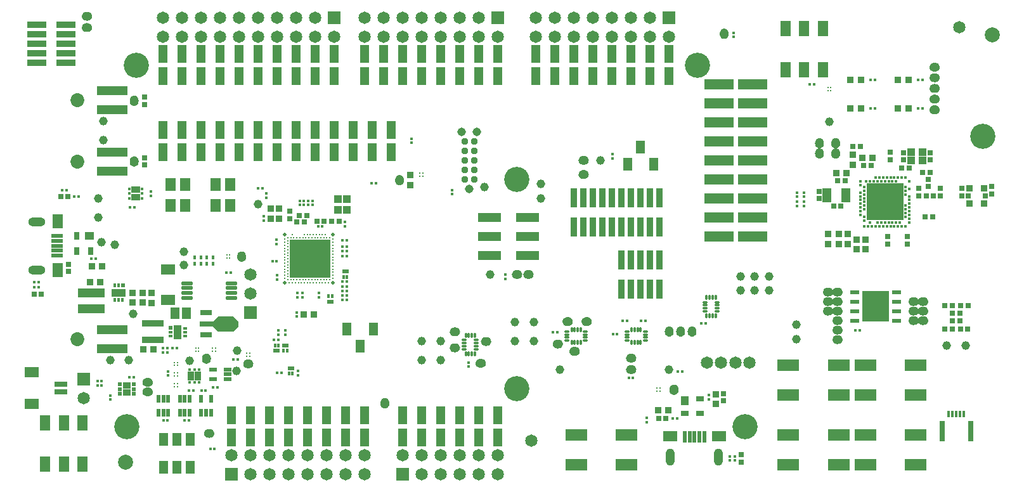
<source format=gts>
G04*
G04 #@! TF.GenerationSoftware,Altium Limited,Altium Designer,23.11.1 (41)*
G04*
G04 Layer_Color=8388736*
%FSLAX24Y24*%
%MOIN*%
G70*
G04*
G04 #@! TF.SameCoordinates,7572C3C8-2950-46ED-BF1E-06EED60B5480*
G04*
G04*
G04 #@! TF.FilePolarity,Negative*
G04*
G01*
G75*
%ADD110C,0.0240*%
%ADD111R,0.0472X0.0079*%
%ADD112R,0.0079X0.0472*%
%ADD113R,0.0375X0.0355*%
%ADD114R,0.0288X0.0257*%
%ADD115R,0.0359X0.1005*%
%ADD116C,0.0148*%
%ADD117R,0.1949X0.1949*%
%ADD118C,0.0197*%
%ADD119C,0.0128*%
%ADD120R,0.2165X0.2008*%
%ADD121C,0.0787*%
%ADD122R,0.0532X0.0690*%
%ADD123R,0.0256X0.0276*%
%ADD124R,0.1560X0.0560*%
%ADD125R,0.1005X0.0359*%
%ADD126O,0.0611X0.0217*%
%ADD127R,0.0513X0.0237*%
%ADD128R,0.1399X0.1635*%
%ADD129R,0.1635X0.0462*%
%ADD130R,0.1190X0.0460*%
%ADD131R,0.0769X0.0532*%
%ADD132R,0.0217X0.0591*%
%ADD133R,0.0454X0.0690*%
%ADD134R,0.0532X0.0847*%
%ADD135R,0.1143X0.0611*%
%ADD136R,0.0749X0.0572*%
%ADD137R,0.0462X0.0922*%
%ADD138C,0.0124*%
%ADD139R,0.0395X0.0434*%
%ADD140R,0.0454X0.0769*%
%ADD141R,0.0434X0.0395*%
%ADD142R,0.0198X0.0414*%
%ADD143R,0.0414X0.0198*%
%ADD144R,0.0177X0.0157*%
%ADD145R,0.0323X0.0453*%
%ADD146R,0.0138X0.0197*%
%ADD147R,0.0327X0.0209*%
%ADD148R,0.0406X0.0323*%
%ADD149R,0.0220X0.0209*%
%ADD150R,0.0611X0.0296*%
%ADD151R,0.0729X0.0296*%
%ADD152R,0.0157X0.0177*%
%ADD153R,0.0453X0.0323*%
%ADD154R,0.0197X0.0236*%
%ADD155R,0.0157X0.0236*%
%ADD156R,0.0769X0.0414*%
%ADD157R,0.0236X0.0197*%
%ADD158R,0.0236X0.0157*%
%ADD159R,0.0414X0.0769*%
%ADD160O,0.0118X0.0287*%
%ADD161O,0.0287X0.0118*%
%ADD162C,0.0454*%
%ADD163C,0.0651*%
%ADD164R,0.0360X0.0380*%
%ADD165R,0.1123X0.0375*%
%ADD166R,0.1399X0.0454*%
%ADD167R,0.0769X0.0532*%
%ADD168R,0.0670X0.0296*%
%ADD169R,0.0296X0.1084*%
%ADD170R,0.0157X0.0354*%
%ADD171C,0.0370*%
%ADD172R,0.0532X0.0769*%
%ADD173R,0.0591X0.0217*%
%ADD174R,0.0166X0.0178*%
%ADD175R,0.0178X0.0166*%
%ADD176R,0.0276X0.0256*%
%ADD177R,0.0375X0.0355*%
%ADD178R,0.0316X0.0257*%
%ADD179R,0.0158X0.0202*%
%ADD180R,0.0454X0.0395*%
%ADD181R,0.0296X0.0395*%
%ADD182R,0.0395X0.0454*%
%ADD183R,0.0395X0.0296*%
%ADD184R,0.0146X0.0157*%
%ADD185R,0.0157X0.0146*%
%ADD186R,0.0257X0.0316*%
%ADD187R,0.0355X0.0375*%
%ADD188R,0.0493X0.0611*%
%ADD189R,0.0296X0.0257*%
%ADD190R,0.0257X0.0296*%
%ADD191R,0.0651X0.0651*%
%ADD192C,0.0729*%
%ADD193R,0.0651X0.0651*%
%ADD194O,0.0454X0.0906*%
%ADD195C,0.0450*%
%ADD196O,0.0906X0.0454*%
%ADD197C,0.1320*%
G36*
X3323Y24795D02*
X3325Y24795D01*
X3325Y24795D01*
X3326Y24795D01*
X3328Y24794D01*
X3329Y24794D01*
X3342Y24791D01*
X3344Y24790D01*
X3346Y24789D01*
X3346Y24789D01*
X3347Y24789D01*
X3348Y24788D01*
X3350Y24787D01*
X3350Y24787D01*
X3351Y24787D01*
X3352Y24786D01*
X3354Y24785D01*
X3364Y24776D01*
X3366Y24775D01*
X3367Y24773D01*
X3367Y24773D01*
X3368Y24773D01*
X3369Y24771D01*
X3370Y24770D01*
X3370Y24769D01*
X3370Y24769D01*
X3371Y24767D01*
X3372Y24766D01*
X3378Y24753D01*
X3379Y24752D01*
X3379Y24750D01*
X3379Y24750D01*
X3380Y24749D01*
X3380Y24747D01*
X3380Y24745D01*
X3380Y24745D01*
X3380Y24744D01*
X3381Y24743D01*
X3381Y24741D01*
X3381Y24734D01*
X3381Y24406D01*
X3381Y24406D01*
X3381Y24399D01*
X3381Y24397D01*
X3380Y24396D01*
X3380Y24395D01*
X3380Y24395D01*
X3380Y24393D01*
X3380Y24391D01*
X3379Y24390D01*
X3379Y24390D01*
X3379Y24388D01*
X3378Y24386D01*
X3372Y24374D01*
X3371Y24373D01*
X3370Y24371D01*
X3370Y24371D01*
X3370Y24370D01*
X3369Y24369D01*
X3368Y24367D01*
X3367Y24367D01*
X3367Y24367D01*
X3366Y24365D01*
X3364Y24364D01*
X3354Y24355D01*
X3352Y24354D01*
X3351Y24353D01*
X3350Y24353D01*
X3350Y24353D01*
X3348Y24352D01*
X3347Y24351D01*
X3346Y24351D01*
X3346Y24351D01*
X3344Y24350D01*
X3342Y24349D01*
X3329Y24346D01*
X3328Y24346D01*
X3326Y24345D01*
X3325Y24345D01*
X3325Y24345D01*
X3323Y24345D01*
X3321Y24345D01*
X3320Y24345D01*
X3320Y24345D01*
X3318Y24345D01*
X3316Y24346D01*
X3310Y24347D01*
X3310D01*
X3293Y24350D01*
X3293Y24350D01*
X3292Y24350D01*
X3290Y24351D01*
X3288Y24351D01*
X3288Y24351D01*
X3288Y24351D01*
X3256Y24363D01*
X3255Y24363D01*
X3255Y24363D01*
X3253Y24364D01*
X3251Y24365D01*
X3251Y24365D01*
X3251Y24365D01*
X3221Y24383D01*
X3221Y24383D01*
X3221Y24383D01*
X3219Y24384D01*
X3217Y24385D01*
X3217Y24386D01*
X3217Y24386D01*
X3191Y24408D01*
X3191Y24408D01*
X3191Y24408D01*
X3189Y24410D01*
X3188Y24411D01*
X3187Y24411D01*
X3187Y24412D01*
X3165Y24438D01*
X3165Y24438D01*
X3165Y24438D01*
X3164Y24440D01*
X3163Y24442D01*
X3162Y24442D01*
X3162Y24442D01*
X3145Y24472D01*
X3145Y24472D01*
X3145Y24472D01*
X3144Y24474D01*
X3143Y24476D01*
X3143Y24476D01*
X3143Y24477D01*
X3131Y24509D01*
X3131Y24509D01*
X3131Y24509D01*
X3131Y24511D01*
X3130Y24513D01*
X3130Y24514D01*
X3130Y24514D01*
X3124Y24548D01*
X3124Y24548D01*
X3124Y24548D01*
X3124Y24550D01*
X3124Y24552D01*
X3124Y24553D01*
X3124Y24553D01*
X3124Y24570D01*
X3124Y24587D01*
X3124Y24587D01*
X3124Y24588D01*
X3124Y24590D01*
X3124Y24592D01*
X3124Y24592D01*
X3124Y24592D01*
X3130Y24626D01*
X3130Y24626D01*
X3130Y24627D01*
X3131Y24629D01*
X3131Y24631D01*
X3131Y24631D01*
X3131Y24631D01*
X3143Y24663D01*
X3143Y24664D01*
X3143Y24664D01*
X3144Y24666D01*
X3145Y24668D01*
X3145Y24668D01*
X3145Y24668D01*
X3162Y24698D01*
X3162Y24698D01*
X3163Y24698D01*
X3164Y24700D01*
X3165Y24702D01*
X3165Y24702D01*
X3165Y24702D01*
X3187Y24728D01*
X3187Y24729D01*
X3188Y24729D01*
X3189Y24730D01*
X3191Y24732D01*
X3191Y24732D01*
X3191Y24732D01*
X3217Y24754D01*
X3217Y24754D01*
X3217Y24755D01*
X3219Y24756D01*
X3221Y24757D01*
X3221Y24757D01*
X3221Y24757D01*
X3251Y24775D01*
X3251Y24775D01*
X3251Y24775D01*
X3253Y24776D01*
X3255Y24777D01*
X3255Y24777D01*
X3256Y24777D01*
X3288Y24789D01*
X3288Y24789D01*
X3288Y24789D01*
X3290Y24789D01*
X3292Y24790D01*
X3293Y24790D01*
X3293Y24790D01*
X3310Y24793D01*
X3310Y24793D01*
X3316Y24794D01*
X3318Y24795D01*
X3320Y24795D01*
X3320Y24795D01*
X3321Y24795D01*
X3323Y24795D01*
D02*
G37*
G36*
X3460Y24795D02*
X3460Y24795D01*
X3462Y24795D01*
X3464Y24794D01*
X3470Y24793D01*
X3470D01*
X3487Y24790D01*
X3487Y24790D01*
X3488Y24790D01*
X3490Y24789D01*
X3492Y24789D01*
X3492Y24789D01*
X3492Y24789D01*
X3524Y24777D01*
X3525Y24777D01*
X3525Y24777D01*
X3527Y24776D01*
X3529Y24775D01*
X3529Y24775D01*
X3529Y24775D01*
X3559Y24757D01*
X3559Y24757D01*
X3559Y24757D01*
X3561Y24756D01*
X3563Y24755D01*
X3563Y24754D01*
X3563Y24754D01*
X3589Y24732D01*
X3589Y24732D01*
X3589Y24732D01*
X3591Y24730D01*
X3592Y24729D01*
X3593Y24729D01*
X3593Y24728D01*
X3615Y24702D01*
X3615Y24702D01*
X3615Y24702D01*
X3616Y24700D01*
X3617Y24698D01*
X3618Y24698D01*
X3618Y24698D01*
X3635Y24668D01*
X3635Y24668D01*
X3635Y24668D01*
X3636Y24666D01*
X3637Y24664D01*
X3637Y24664D01*
X3637Y24663D01*
X3649Y24631D01*
X3649Y24631D01*
X3649Y24631D01*
X3649Y24629D01*
X3650Y24627D01*
X3650Y24626D01*
X3650Y24626D01*
X3656Y24592D01*
X3656Y24592D01*
X3656Y24592D01*
X3656Y24590D01*
X3656Y24588D01*
X3656Y24587D01*
X3656Y24587D01*
X3656Y24570D01*
X3656Y24553D01*
X3656Y24553D01*
X3656Y24552D01*
X3656Y24550D01*
X3656Y24548D01*
X3656Y24548D01*
X3656Y24548D01*
X3650Y24514D01*
X3650Y24514D01*
X3650Y24513D01*
X3649Y24511D01*
X3649Y24509D01*
X3649Y24509D01*
X3649Y24509D01*
X3637Y24477D01*
X3637Y24476D01*
X3637Y24476D01*
X3636Y24474D01*
X3635Y24472D01*
X3635Y24472D01*
X3635Y24472D01*
X3618Y24442D01*
X3618Y24442D01*
X3617Y24442D01*
X3616Y24440D01*
X3615Y24438D01*
X3615Y24438D01*
X3615Y24438D01*
X3593Y24412D01*
X3593Y24411D01*
X3592Y24411D01*
X3591Y24410D01*
X3589Y24408D01*
X3589Y24408D01*
X3589Y24408D01*
X3563Y24386D01*
X3563Y24386D01*
X3563Y24385D01*
X3561Y24384D01*
X3559Y24383D01*
X3559Y24383D01*
X3559Y24383D01*
X3529Y24365D01*
X3529Y24365D01*
X3529Y24365D01*
X3527Y24364D01*
X3525Y24363D01*
X3525Y24363D01*
X3524Y24363D01*
X3492Y24351D01*
X3492Y24351D01*
X3492Y24351D01*
X3490Y24351D01*
X3488Y24350D01*
X3487Y24350D01*
X3487Y24350D01*
X3470Y24347D01*
X3470Y24347D01*
X3464Y24346D01*
X3462Y24345D01*
X3460Y24345D01*
X3460Y24345D01*
X3459Y24345D01*
X3457Y24345D01*
X3455Y24345D01*
X3455Y24345D01*
X3454Y24345D01*
X3452Y24346D01*
X3451Y24346D01*
X3438Y24349D01*
X3436Y24350D01*
X3434Y24351D01*
X3434Y24351D01*
X3433Y24351D01*
X3432Y24352D01*
X3430Y24353D01*
X3430Y24353D01*
X3429Y24353D01*
X3428Y24354D01*
X3426Y24355D01*
X3416Y24364D01*
X3414Y24365D01*
X3413Y24367D01*
X3413Y24367D01*
X3412Y24367D01*
X3411Y24369D01*
X3410Y24370D01*
X3410Y24371D01*
X3410Y24371D01*
X3409Y24373D01*
X3408Y24374D01*
X3402Y24386D01*
X3401Y24388D01*
X3401Y24390D01*
X3401Y24390D01*
X3400Y24391D01*
X3400Y24393D01*
X3400Y24395D01*
X3400Y24395D01*
X3400Y24396D01*
X3399Y24397D01*
X3399Y24399D01*
X3399Y24406D01*
X3399Y24734D01*
X3399Y24734D01*
X3399Y24741D01*
X3399Y24743D01*
X3400Y24744D01*
X3400Y24745D01*
X3400Y24745D01*
X3400Y24747D01*
X3400Y24749D01*
X3401Y24750D01*
X3401Y24750D01*
X3401Y24752D01*
X3402Y24753D01*
X3408Y24766D01*
X3409Y24767D01*
X3410Y24769D01*
X3410Y24769D01*
X3410Y24770D01*
X3411Y24771D01*
X3412Y24773D01*
X3413Y24773D01*
X3413Y24773D01*
X3414Y24775D01*
X3416Y24776D01*
X3426Y24785D01*
X3428Y24786D01*
X3429Y24787D01*
X3430Y24787D01*
X3430Y24787D01*
X3432Y24788D01*
X3433Y24789D01*
X3434Y24789D01*
X3434Y24789D01*
X3436Y24790D01*
X3438Y24791D01*
X3451Y24794D01*
X3452Y24794D01*
X3454Y24795D01*
X3455Y24795D01*
X3455Y24795D01*
X3457Y24795D01*
X3459Y24795D01*
X3460Y24795D01*
D02*
G37*
G36*
X3323Y24201D02*
X3325Y24201D01*
X3325Y24201D01*
X3326Y24201D01*
X3328Y24201D01*
X3329Y24200D01*
X3342Y24197D01*
X3344Y24196D01*
X3346Y24196D01*
X3346Y24196D01*
X3347Y24195D01*
X3348Y24194D01*
X3350Y24194D01*
X3350Y24193D01*
X3351Y24193D01*
X3352Y24192D01*
X3354Y24191D01*
X3364Y24182D01*
X3366Y24181D01*
X3367Y24180D01*
X3367Y24179D01*
X3368Y24179D01*
X3369Y24178D01*
X3370Y24176D01*
X3370Y24176D01*
X3370Y24175D01*
X3371Y24174D01*
X3372Y24172D01*
X3378Y24160D01*
X3379Y24158D01*
X3379Y24156D01*
X3379Y24156D01*
X3380Y24155D01*
X3380Y24154D01*
X3380Y24152D01*
X3380Y24151D01*
X3380Y24151D01*
X3381Y24149D01*
X3381Y24147D01*
X3381Y24140D01*
X3381Y23812D01*
X3381Y23812D01*
X3381Y23806D01*
X3381Y23804D01*
X3380Y23802D01*
X3380Y23801D01*
X3380Y23801D01*
X3380Y23799D01*
X3380Y23797D01*
X3379Y23797D01*
X3379Y23796D01*
X3379Y23795D01*
X3378Y23793D01*
X3372Y23781D01*
X3371Y23779D01*
X3370Y23777D01*
X3370Y23777D01*
X3370Y23777D01*
X3369Y23775D01*
X3368Y23774D01*
X3367Y23773D01*
X3367Y23773D01*
X3366Y23772D01*
X3364Y23770D01*
X3354Y23762D01*
X3352Y23761D01*
X3351Y23760D01*
X3350Y23759D01*
X3350Y23759D01*
X3348Y23758D01*
X3347Y23757D01*
X3346Y23757D01*
X3346Y23757D01*
X3344Y23756D01*
X3342Y23756D01*
X3329Y23752D01*
X3328Y23752D01*
X3326Y23752D01*
X3325Y23752D01*
X3325Y23752D01*
X3323Y23752D01*
X3321Y23751D01*
X3320Y23752D01*
X3320Y23752D01*
X3318Y23752D01*
X3316Y23752D01*
X3310Y23753D01*
X3310D01*
X3293Y23756D01*
X3293Y23756D01*
X3292Y23756D01*
X3290Y23757D01*
X3288Y23757D01*
X3288Y23758D01*
X3288Y23758D01*
X3256Y23770D01*
X3255Y23770D01*
X3255Y23770D01*
X3253Y23771D01*
X3251Y23772D01*
X3251Y23772D01*
X3251Y23772D01*
X3221Y23789D01*
X3221Y23789D01*
X3221Y23789D01*
X3219Y23791D01*
X3217Y23792D01*
X3217Y23792D01*
X3217Y23792D01*
X3191Y23814D01*
X3191Y23814D01*
X3191Y23815D01*
X3189Y23816D01*
X3188Y23818D01*
X3187Y23818D01*
X3187Y23818D01*
X3165Y23844D01*
X3165Y23844D01*
X3165Y23845D01*
X3164Y23846D01*
X3163Y23848D01*
X3162Y23848D01*
X3162Y23849D01*
X3145Y23878D01*
X3145Y23879D01*
X3145Y23879D01*
X3144Y23881D01*
X3143Y23883D01*
X3143Y23883D01*
X3143Y23883D01*
X3131Y23915D01*
X3131Y23915D01*
X3131Y23916D01*
X3131Y23918D01*
X3130Y23920D01*
X3130Y23920D01*
X3130Y23920D01*
X3124Y23954D01*
X3124Y23954D01*
X3124Y23955D01*
X3124Y23957D01*
X3124Y23959D01*
X3124Y23959D01*
X3124Y23959D01*
X3124Y23976D01*
X3124Y23994D01*
X3124Y23994D01*
X3124Y23994D01*
X3124Y23996D01*
X3124Y23998D01*
X3124Y23998D01*
X3124Y23999D01*
X3130Y24032D01*
X3130Y24033D01*
X3130Y24033D01*
X3131Y24035D01*
X3131Y24037D01*
X3131Y24037D01*
X3131Y24038D01*
X3143Y24070D01*
X3143Y24070D01*
X3143Y24070D01*
X3144Y24072D01*
X3145Y24074D01*
X3145Y24074D01*
X3145Y24074D01*
X3162Y24104D01*
X3162Y24104D01*
X3163Y24105D01*
X3164Y24106D01*
X3165Y24108D01*
X3165Y24108D01*
X3165Y24109D01*
X3187Y24135D01*
X3187Y24135D01*
X3188Y24135D01*
X3189Y24137D01*
X3191Y24138D01*
X3191Y24138D01*
X3191Y24139D01*
X3217Y24161D01*
X3217Y24161D01*
X3217Y24161D01*
X3219Y24162D01*
X3221Y24163D01*
X3221Y24164D01*
X3221Y24164D01*
X3251Y24181D01*
X3251Y24181D01*
X3251Y24181D01*
X3253Y24182D01*
X3255Y24183D01*
X3255Y24183D01*
X3256Y24183D01*
X3288Y24195D01*
X3288Y24195D01*
X3288Y24195D01*
X3290Y24196D01*
X3292Y24196D01*
X3293Y24196D01*
X3293Y24197D01*
X3310Y24200D01*
X3310Y24200D01*
X3316Y24201D01*
X3318Y24201D01*
X3320Y24201D01*
X3320Y24201D01*
X3321Y24201D01*
X3323Y24201D01*
D02*
G37*
G36*
X36907Y23916D02*
X36908Y23916D01*
X36910Y23916D01*
X36912Y23916D01*
X36912Y23916D01*
X36912Y23916D01*
X36946Y23910D01*
X36946Y23910D01*
X36947Y23910D01*
X36949Y23909D01*
X36951Y23909D01*
X36951Y23909D01*
X36951Y23909D01*
X36983Y23897D01*
X36984Y23897D01*
X36984Y23897D01*
X36986Y23896D01*
X36988Y23895D01*
X36988Y23895D01*
X36988Y23895D01*
X37018Y23878D01*
X37018Y23878D01*
X37018Y23877D01*
X37020Y23876D01*
X37022Y23875D01*
X37022Y23875D01*
X37022Y23875D01*
X37048Y23853D01*
X37049Y23853D01*
X37049Y23852D01*
X37050Y23851D01*
X37052Y23849D01*
X37052Y23849D01*
X37052Y23849D01*
X37074Y23823D01*
X37074Y23823D01*
X37075Y23823D01*
X37076Y23821D01*
X37077Y23819D01*
X37077Y23819D01*
X37077Y23819D01*
X37095Y23789D01*
X37095Y23789D01*
X37095Y23789D01*
X37096Y23787D01*
X37097Y23785D01*
X37097Y23785D01*
X37097Y23784D01*
X37109Y23752D01*
X37109Y23752D01*
X37109Y23752D01*
X37109Y23750D01*
X37110Y23748D01*
X37110Y23747D01*
X37110Y23747D01*
X37113Y23730D01*
X37113Y23730D01*
X37114Y23724D01*
X37115Y23722D01*
X37115Y23720D01*
X37115Y23720D01*
X37115Y23719D01*
X37115Y23717D01*
X37115Y23715D01*
X37115Y23715D01*
X37115Y23714D01*
X37114Y23712D01*
X37114Y23711D01*
X37111Y23698D01*
X37110Y23696D01*
X37109Y23694D01*
X37109Y23694D01*
X37109Y23693D01*
X37108Y23692D01*
X37107Y23690D01*
X37107Y23690D01*
X37107Y23689D01*
X37106Y23688D01*
X37105Y23686D01*
X37096Y23676D01*
X37095Y23674D01*
X37093Y23673D01*
X37093Y23673D01*
X37093Y23672D01*
X37091Y23671D01*
X37090Y23670D01*
X37089Y23670D01*
X37089Y23670D01*
X37087Y23669D01*
X37086Y23668D01*
X37074Y23662D01*
X37072Y23661D01*
X37070Y23661D01*
X37070Y23661D01*
X37069Y23660D01*
X37067Y23660D01*
X37065Y23660D01*
X37065Y23660D01*
X37064Y23660D01*
X37063Y23659D01*
X37061Y23659D01*
X37054Y23659D01*
X36726Y23659D01*
X36726Y23659D01*
X36719Y23659D01*
X36717Y23659D01*
X36716Y23660D01*
X36715Y23660D01*
X36715Y23660D01*
X36713Y23660D01*
X36711Y23660D01*
X36710Y23661D01*
X36710Y23661D01*
X36708Y23661D01*
X36707Y23662D01*
X36694Y23668D01*
X36693Y23669D01*
X36691Y23670D01*
X36691Y23670D01*
X36690Y23670D01*
X36689Y23671D01*
X36687Y23672D01*
X36687Y23673D01*
X36687Y23673D01*
X36685Y23674D01*
X36684Y23676D01*
X36675Y23686D01*
X36674Y23688D01*
X36673Y23689D01*
X36673Y23690D01*
X36673Y23690D01*
X36672Y23692D01*
X36671Y23693D01*
X36671Y23694D01*
X36671Y23694D01*
X36670Y23696D01*
X36669Y23698D01*
X36666Y23711D01*
X36666Y23712D01*
X36665Y23714D01*
X36665Y23715D01*
X36665Y23715D01*
X36665Y23717D01*
X36665Y23719D01*
X36665Y23720D01*
X36665Y23720D01*
X36665Y23722D01*
X36666Y23724D01*
X36667Y23730D01*
Y23730D01*
X36670Y23747D01*
X36670Y23747D01*
X36670Y23748D01*
X36671Y23750D01*
X36671Y23752D01*
X36671Y23752D01*
X36671Y23752D01*
X36683Y23784D01*
X36683Y23785D01*
X36683Y23785D01*
X36684Y23787D01*
X36685Y23789D01*
X36685Y23789D01*
X36685Y23789D01*
X36703Y23819D01*
X36703Y23819D01*
X36703Y23819D01*
X36704Y23821D01*
X36705Y23823D01*
X36706Y23823D01*
X36706Y23823D01*
X36728Y23849D01*
X36728Y23849D01*
X36728Y23849D01*
X36730Y23851D01*
X36731Y23852D01*
X36731Y23853D01*
X36732Y23853D01*
X36758Y23875D01*
X36758Y23875D01*
X36758Y23875D01*
X36760Y23876D01*
X36762Y23877D01*
X36762Y23878D01*
X36762Y23878D01*
X36792Y23895D01*
X36792Y23895D01*
X36792Y23895D01*
X36794Y23896D01*
X36796Y23897D01*
X36796Y23897D01*
X36797Y23897D01*
X36829Y23909D01*
X36829Y23909D01*
X36829Y23909D01*
X36831Y23909D01*
X36833Y23910D01*
X36834Y23910D01*
X36834Y23910D01*
X36868Y23916D01*
X36868Y23916D01*
X36868Y23916D01*
X36870Y23916D01*
X36872Y23916D01*
X36873Y23916D01*
X36873Y23916D01*
X36890Y23916D01*
X36907Y23916D01*
X36907Y23916D01*
D02*
G37*
G36*
X3460Y24201D02*
X3460Y24201D01*
X3462Y24201D01*
X3464Y24201D01*
X3470Y24200D01*
X3470D01*
X3487Y24197D01*
X3487Y24196D01*
X3488Y24196D01*
X3490Y24196D01*
X3492Y24195D01*
X3492Y24195D01*
X3492Y24195D01*
X3524Y24183D01*
X3525Y24183D01*
X3525Y24183D01*
X3527Y24182D01*
X3529Y24181D01*
X3529Y24181D01*
X3529Y24181D01*
X3559Y24164D01*
X3559Y24164D01*
X3559Y24163D01*
X3561Y24162D01*
X3563Y24161D01*
X3563Y24161D01*
X3563Y24161D01*
X3589Y24139D01*
X3589Y24138D01*
X3589Y24138D01*
X3591Y24137D01*
X3592Y24135D01*
X3593Y24135D01*
X3593Y24135D01*
X3615Y24108D01*
X3615Y24108D01*
X3615Y24108D01*
X3616Y24106D01*
X3617Y24105D01*
X3618Y24104D01*
X3618Y24104D01*
X3635Y24074D01*
X3635Y24074D01*
X3635Y24074D01*
X3636Y24072D01*
X3637Y24070D01*
X3637Y24070D01*
X3637Y24070D01*
X3649Y24038D01*
X3649Y24037D01*
X3649Y24037D01*
X3649Y24035D01*
X3650Y24033D01*
X3650Y24033D01*
X3650Y24032D01*
X3656Y23999D01*
X3656Y23998D01*
X3656Y23998D01*
X3656Y23996D01*
X3656Y23994D01*
X3656Y23994D01*
X3656Y23994D01*
X3656Y23976D01*
X3656Y23959D01*
X3656Y23959D01*
X3656Y23959D01*
X3656Y23957D01*
X3656Y23955D01*
X3656Y23954D01*
X3656Y23954D01*
X3650Y23920D01*
X3650Y23920D01*
X3650Y23920D01*
X3649Y23918D01*
X3649Y23916D01*
X3649Y23915D01*
X3649Y23915D01*
X3637Y23883D01*
X3637Y23883D01*
X3637Y23883D01*
X3636Y23881D01*
X3635Y23879D01*
X3635Y23878D01*
X3635Y23878D01*
X3618Y23849D01*
X3618Y23848D01*
X3617Y23848D01*
X3616Y23846D01*
X3615Y23845D01*
X3615Y23844D01*
X3615Y23844D01*
X3593Y23818D01*
X3593Y23818D01*
X3592Y23818D01*
X3591Y23816D01*
X3589Y23815D01*
X3589Y23814D01*
X3589Y23814D01*
X3563Y23792D01*
X3563Y23792D01*
X3563Y23792D01*
X3561Y23791D01*
X3559Y23789D01*
X3559Y23789D01*
X3559Y23789D01*
X3529Y23772D01*
X3529Y23772D01*
X3529Y23772D01*
X3527Y23771D01*
X3525Y23770D01*
X3525Y23770D01*
X3524Y23770D01*
X3492Y23758D01*
X3492Y23758D01*
X3492Y23757D01*
X3490Y23757D01*
X3488Y23756D01*
X3487Y23756D01*
X3487Y23756D01*
X3470Y23753D01*
X3470Y23753D01*
X3464Y23752D01*
X3462Y23752D01*
X3460Y23752D01*
X3460Y23752D01*
X3459Y23751D01*
X3457Y23752D01*
X3455Y23752D01*
X3455Y23752D01*
X3454Y23752D01*
X3452Y23752D01*
X3451Y23752D01*
X3438Y23756D01*
X3436Y23756D01*
X3434Y23757D01*
X3434Y23757D01*
X3433Y23757D01*
X3432Y23758D01*
X3430Y23759D01*
X3430Y23759D01*
X3429Y23760D01*
X3428Y23761D01*
X3426Y23762D01*
X3416Y23770D01*
X3414Y23772D01*
X3413Y23773D01*
X3413Y23773D01*
X3412Y23774D01*
X3411Y23775D01*
X3410Y23777D01*
X3410Y23777D01*
X3410Y23777D01*
X3409Y23779D01*
X3408Y23781D01*
X3402Y23793D01*
X3401Y23795D01*
X3401Y23796D01*
X3401Y23797D01*
X3400Y23797D01*
X3400Y23799D01*
X3400Y23801D01*
X3400Y23801D01*
X3400Y23802D01*
X3399Y23804D01*
X3399Y23806D01*
X3399Y23812D01*
X3399Y24140D01*
X3399Y24140D01*
X3399Y24147D01*
X3399Y24149D01*
X3400Y24151D01*
X3400Y24151D01*
X3400Y24152D01*
X3400Y24154D01*
X3400Y24155D01*
X3401Y24156D01*
X3401Y24156D01*
X3401Y24158D01*
X3402Y24160D01*
X3408Y24172D01*
X3409Y24174D01*
X3410Y24175D01*
X3410Y24176D01*
X3410Y24176D01*
X3411Y24178D01*
X3412Y24179D01*
X3413Y24179D01*
X3413Y24180D01*
X3414Y24181D01*
X3416Y24182D01*
X3426Y24191D01*
X3428Y24192D01*
X3429Y24193D01*
X3430Y24193D01*
X3430Y24194D01*
X3432Y24194D01*
X3433Y24195D01*
X3434Y24196D01*
X3434Y24196D01*
X3436Y24196D01*
X3438Y24197D01*
X3451Y24200D01*
X3452Y24201D01*
X3454Y24201D01*
X3455Y24201D01*
X3455Y24201D01*
X3457Y24201D01*
X3459Y24201D01*
X3460Y24201D01*
D02*
G37*
G36*
X37054Y23641D02*
X37061Y23641D01*
X37063Y23641D01*
X37064Y23640D01*
X37065Y23640D01*
X37065Y23640D01*
X37067Y23640D01*
X37069Y23640D01*
X37070Y23639D01*
X37070Y23639D01*
X37072Y23639D01*
X37074Y23638D01*
X37086Y23632D01*
X37087Y23631D01*
X37089Y23630D01*
X37089Y23630D01*
X37090Y23630D01*
X37091Y23629D01*
X37093Y23628D01*
X37093Y23627D01*
X37093Y23627D01*
X37095Y23626D01*
X37096Y23624D01*
X37105Y23614D01*
X37106Y23612D01*
X37107Y23611D01*
X37107Y23610D01*
X37107Y23610D01*
X37108Y23608D01*
X37109Y23607D01*
X37109Y23606D01*
X37109Y23606D01*
X37110Y23604D01*
X37111Y23602D01*
X37114Y23589D01*
X37114Y23588D01*
X37115Y23586D01*
X37115Y23585D01*
X37115Y23585D01*
X37115Y23583D01*
X37115Y23581D01*
X37115Y23580D01*
X37115Y23580D01*
X37115Y23578D01*
X37114Y23576D01*
X37113Y23570D01*
Y23570D01*
X37110Y23553D01*
X37110Y23553D01*
X37110Y23552D01*
X37109Y23550D01*
X37109Y23548D01*
X37109Y23548D01*
X37109Y23548D01*
X37097Y23516D01*
X37097Y23515D01*
X37097Y23515D01*
X37096Y23513D01*
X37095Y23511D01*
X37095Y23511D01*
X37095Y23511D01*
X37077Y23481D01*
X37077Y23481D01*
X37077Y23481D01*
X37076Y23479D01*
X37075Y23477D01*
X37074Y23477D01*
X37074Y23477D01*
X37052Y23451D01*
X37052Y23451D01*
X37052Y23451D01*
X37050Y23449D01*
X37049Y23448D01*
X37049Y23447D01*
X37048Y23447D01*
X37022Y23425D01*
X37022Y23425D01*
X37022Y23425D01*
X37020Y23424D01*
X37018Y23423D01*
X37018Y23422D01*
X37018Y23422D01*
X36988Y23405D01*
X36988Y23405D01*
X36988Y23405D01*
X36986Y23404D01*
X36984Y23403D01*
X36984Y23403D01*
X36983Y23403D01*
X36951Y23391D01*
X36951Y23391D01*
X36951Y23391D01*
X36949Y23391D01*
X36947Y23390D01*
X36946Y23390D01*
X36946Y23390D01*
X36912Y23384D01*
X36912Y23384D01*
X36912Y23384D01*
X36910Y23384D01*
X36908Y23384D01*
X36907Y23384D01*
X36907Y23384D01*
X36890Y23384D01*
X36873Y23384D01*
X36873Y23384D01*
X36872Y23384D01*
X36870Y23384D01*
X36868Y23384D01*
X36868Y23384D01*
X36868Y23384D01*
X36834Y23390D01*
X36834Y23390D01*
X36833Y23390D01*
X36831Y23391D01*
X36829Y23391D01*
X36829Y23391D01*
X36829Y23391D01*
X36797Y23403D01*
X36796Y23403D01*
X36796Y23403D01*
X36794Y23404D01*
X36792Y23405D01*
X36792Y23405D01*
X36792Y23405D01*
X36762Y23422D01*
X36762Y23422D01*
X36762Y23423D01*
X36760Y23424D01*
X36758Y23425D01*
X36758Y23425D01*
X36758Y23425D01*
X36732Y23447D01*
X36731Y23447D01*
X36731Y23448D01*
X36730Y23449D01*
X36728Y23451D01*
X36728Y23451D01*
X36728Y23451D01*
X36706Y23477D01*
X36706Y23477D01*
X36705Y23477D01*
X36704Y23479D01*
X36703Y23481D01*
X36703Y23481D01*
X36703Y23481D01*
X36685Y23511D01*
X36685Y23511D01*
X36685Y23511D01*
X36684Y23513D01*
X36683Y23515D01*
X36683Y23515D01*
X36683Y23516D01*
X36671Y23548D01*
X36671Y23548D01*
X36671Y23548D01*
X36671Y23550D01*
X36670Y23552D01*
X36670Y23553D01*
X36670Y23553D01*
X36667Y23570D01*
X36667Y23570D01*
X36666Y23576D01*
X36665Y23578D01*
X36665Y23580D01*
X36665Y23580D01*
X36665Y23581D01*
X36665Y23583D01*
X36665Y23585D01*
X36665Y23585D01*
X36665Y23586D01*
X36666Y23588D01*
X36666Y23589D01*
X36669Y23602D01*
X36670Y23604D01*
X36671Y23606D01*
X36671Y23606D01*
X36671Y23607D01*
X36672Y23608D01*
X36673Y23610D01*
X36673Y23610D01*
X36673Y23611D01*
X36674Y23612D01*
X36675Y23614D01*
X36684Y23624D01*
X36685Y23626D01*
X36687Y23627D01*
X36687Y23627D01*
X36687Y23628D01*
X36689Y23629D01*
X36690Y23630D01*
X36691Y23630D01*
X36691Y23630D01*
X36693Y23631D01*
X36694Y23632D01*
X36707Y23638D01*
X36708Y23639D01*
X36710Y23639D01*
X36710Y23639D01*
X36711Y23640D01*
X36713Y23640D01*
X36715Y23640D01*
X36715Y23640D01*
X36716Y23640D01*
X36717Y23641D01*
X36719Y23641D01*
X36726Y23641D01*
X37054Y23641D01*
X37054Y23641D01*
D02*
G37*
G36*
X47886Y22122D02*
X47888Y22122D01*
X47889Y22122D01*
X47889Y22122D01*
X47891Y22122D01*
X47893Y22121D01*
X47906Y22118D01*
X47907Y22117D01*
X47909Y22117D01*
X47910Y22116D01*
X47910Y22116D01*
X47912Y22115D01*
X47913Y22115D01*
X47914Y22114D01*
X47914Y22114D01*
X47916Y22113D01*
X47917Y22112D01*
X47928Y22103D01*
X47929Y22102D01*
X47930Y22101D01*
X47931Y22100D01*
X47931Y22100D01*
X47932Y22098D01*
X47933Y22097D01*
X47934Y22097D01*
X47934Y22096D01*
X47935Y22095D01*
X47936Y22093D01*
X47941Y22081D01*
X47942Y22079D01*
X47943Y22077D01*
X47943Y22077D01*
X47943Y22076D01*
X47943Y22075D01*
X47944Y22073D01*
X47944Y22072D01*
X47944Y22072D01*
X47944Y22070D01*
X47944Y22068D01*
X47944Y22061D01*
X47944Y21733D01*
X47944Y21733D01*
X47944Y21727D01*
X47944Y21725D01*
X47944Y21723D01*
X47944Y21722D01*
X47944Y21722D01*
X47943Y21720D01*
X47943Y21718D01*
X47943Y21718D01*
X47943Y21717D01*
X47942Y21716D01*
X47941Y21714D01*
X47936Y21702D01*
X47935Y21700D01*
X47934Y21698D01*
X47934Y21698D01*
X47933Y21698D01*
X47932Y21696D01*
X47931Y21695D01*
X47931Y21694D01*
X47930Y21694D01*
X47929Y21693D01*
X47928Y21691D01*
X47917Y21683D01*
X47916Y21682D01*
X47914Y21681D01*
X47914Y21680D01*
X47913Y21680D01*
X47912Y21679D01*
X47910Y21678D01*
X47910Y21678D01*
X47909Y21678D01*
X47907Y21677D01*
X47906Y21677D01*
X47893Y21673D01*
X47891Y21673D01*
X47889Y21673D01*
X47889Y21673D01*
X47888Y21673D01*
X47886Y21672D01*
X47884Y21672D01*
X47884Y21672D01*
X47883Y21672D01*
X47882Y21673D01*
X47880Y21673D01*
X47873Y21674D01*
X47873D01*
X47856Y21677D01*
X47856Y21677D01*
X47856Y21677D01*
X47854Y21678D01*
X47852Y21678D01*
X47851Y21678D01*
X47851Y21679D01*
X47819Y21690D01*
X47819Y21691D01*
X47819Y21691D01*
X47817Y21692D01*
X47815Y21692D01*
X47815Y21693D01*
X47814Y21693D01*
X47785Y21710D01*
X47785Y21710D01*
X47784Y21710D01*
X47783Y21711D01*
X47781Y21713D01*
X47781Y21713D01*
X47780Y21713D01*
X47754Y21735D01*
X47754Y21735D01*
X47754Y21735D01*
X47752Y21737D01*
X47751Y21738D01*
X47751Y21739D01*
X47751Y21739D01*
X47729Y21765D01*
X47729Y21765D01*
X47728Y21766D01*
X47727Y21767D01*
X47726Y21769D01*
X47726Y21769D01*
X47726Y21769D01*
X47709Y21799D01*
X47709Y21799D01*
X47708Y21800D01*
X47708Y21802D01*
X47707Y21803D01*
X47707Y21804D01*
X47706Y21804D01*
X47695Y21836D01*
X47695Y21836D01*
X47695Y21837D01*
X47694Y21839D01*
X47694Y21841D01*
X47694Y21841D01*
X47693Y21841D01*
X47688Y21875D01*
X47688Y21875D01*
X47687Y21875D01*
X47687Y21878D01*
X47687Y21880D01*
X47687Y21880D01*
X47687Y21880D01*
X47687Y21897D01*
X47687Y21914D01*
X47687Y21915D01*
X47687Y21915D01*
X47687Y21917D01*
X47687Y21919D01*
X47688Y21919D01*
X47688Y21920D01*
X47693Y21953D01*
X47694Y21954D01*
X47694Y21954D01*
X47694Y21956D01*
X47695Y21958D01*
X47695Y21958D01*
X47695Y21958D01*
X47706Y21991D01*
X47707Y21991D01*
X47707Y21991D01*
X47708Y21993D01*
X47708Y21995D01*
X47709Y21995D01*
X47709Y21995D01*
X47726Y22025D01*
X47726Y22025D01*
X47726Y22026D01*
X47727Y22027D01*
X47728Y22029D01*
X47729Y22029D01*
X47729Y22029D01*
X47751Y22056D01*
X47751Y22056D01*
X47751Y22056D01*
X47752Y22058D01*
X47754Y22059D01*
X47754Y22059D01*
X47754Y22059D01*
X47780Y22082D01*
X47781Y22082D01*
X47781Y22082D01*
X47783Y22083D01*
X47784Y22084D01*
X47785Y22084D01*
X47785Y22085D01*
X47814Y22102D01*
X47815Y22102D01*
X47815Y22102D01*
X47817Y22103D01*
X47819Y22104D01*
X47819Y22104D01*
X47819Y22104D01*
X47851Y22116D01*
X47851Y22116D01*
X47852Y22116D01*
X47854Y22117D01*
X47856Y22117D01*
X47856Y22117D01*
X47856Y22117D01*
X47873Y22121D01*
X47873Y22121D01*
X47880Y22122D01*
X47882Y22122D01*
X47883Y22122D01*
X47884Y22122D01*
X47884Y22122D01*
X47886Y22122D01*
D02*
G37*
G36*
X48023Y22122D02*
X48023Y22122D01*
X48025Y22122D01*
X48027Y22122D01*
X48034Y22121D01*
X48034D01*
X48051Y22117D01*
X48051Y22117D01*
X48051Y22117D01*
X48053Y22117D01*
X48055Y22116D01*
X48055Y22116D01*
X48056Y22116D01*
X48088Y22104D01*
X48088Y22104D01*
X48088Y22104D01*
X48090Y22103D01*
X48092Y22102D01*
X48092Y22102D01*
X48092Y22102D01*
X48122Y22085D01*
X48122Y22084D01*
X48122Y22084D01*
X48124Y22083D01*
X48126Y22082D01*
X48126Y22082D01*
X48126Y22082D01*
X48152Y22059D01*
X48153Y22059D01*
X48153Y22059D01*
X48154Y22058D01*
X48156Y22056D01*
X48156Y22056D01*
X48156Y22056D01*
X48178Y22029D01*
X48178Y22029D01*
X48178Y22029D01*
X48180Y22027D01*
X48181Y22026D01*
X48181Y22025D01*
X48181Y22025D01*
X48198Y21995D01*
X48198Y21995D01*
X48198Y21995D01*
X48199Y21993D01*
X48200Y21991D01*
X48200Y21991D01*
X48200Y21991D01*
X48212Y21958D01*
X48212Y21958D01*
X48212Y21958D01*
X48213Y21956D01*
X48213Y21954D01*
X48213Y21954D01*
X48213Y21953D01*
X48219Y21920D01*
X48219Y21919D01*
X48219Y21919D01*
X48219Y21917D01*
X48220Y21915D01*
X48220Y21915D01*
X48220Y21914D01*
X48220Y21897D01*
X48220Y21880D01*
X48220Y21880D01*
X48220Y21880D01*
X48219Y21878D01*
X48219Y21875D01*
X48219Y21875D01*
X48219Y21875D01*
X48213Y21841D01*
X48213Y21841D01*
X48213Y21841D01*
X48213Y21839D01*
X48212Y21837D01*
X48212Y21836D01*
X48212Y21836D01*
X48200Y21804D01*
X48200Y21804D01*
X48200Y21803D01*
X48199Y21802D01*
X48198Y21800D01*
X48198Y21799D01*
X48198Y21799D01*
X48181Y21769D01*
X48181Y21769D01*
X48181Y21769D01*
X48180Y21767D01*
X48178Y21766D01*
X48178Y21765D01*
X48178Y21765D01*
X48156Y21739D01*
X48156Y21739D01*
X48156Y21738D01*
X48154Y21737D01*
X48153Y21735D01*
X48153Y21735D01*
X48152Y21735D01*
X48126Y21713D01*
X48126Y21713D01*
X48126Y21713D01*
X48124Y21711D01*
X48122Y21710D01*
X48122Y21710D01*
X48122Y21710D01*
X48092Y21693D01*
X48092Y21693D01*
X48092Y21692D01*
X48090Y21692D01*
X48088Y21691D01*
X48088Y21691D01*
X48088Y21690D01*
X48056Y21679D01*
X48055Y21678D01*
X48055Y21678D01*
X48053Y21678D01*
X48051Y21677D01*
X48051Y21677D01*
X48051Y21677D01*
X48034Y21674D01*
X48034Y21674D01*
X48027Y21673D01*
X48025Y21673D01*
X48023Y21672D01*
X48023Y21672D01*
X48022Y21672D01*
X48021Y21672D01*
X48019Y21673D01*
X48018Y21673D01*
X48018Y21673D01*
X48016Y21673D01*
X48014Y21673D01*
X48001Y21677D01*
X47999Y21677D01*
X47998Y21678D01*
X47997Y21678D01*
X47997Y21678D01*
X47995Y21679D01*
X47993Y21680D01*
X47993Y21680D01*
X47992Y21681D01*
X47991Y21682D01*
X47989Y21683D01*
X47979Y21691D01*
X47978Y21693D01*
X47976Y21694D01*
X47976Y21694D01*
X47976Y21695D01*
X47975Y21696D01*
X47974Y21698D01*
X47973Y21698D01*
X47973Y21698D01*
X47972Y21700D01*
X47971Y21702D01*
X47965Y21714D01*
X47965Y21716D01*
X47964Y21717D01*
X47964Y21718D01*
X47964Y21718D01*
X47963Y21720D01*
X47963Y21722D01*
X47963Y21722D01*
X47963Y21723D01*
X47963Y21725D01*
X47963Y21727D01*
X47963Y21733D01*
X47963Y22061D01*
X47963Y22061D01*
X47963Y22068D01*
X47963Y22070D01*
X47963Y22072D01*
X47963Y22072D01*
X47963Y22073D01*
X47963Y22075D01*
X47964Y22076D01*
X47964Y22077D01*
X47964Y22077D01*
X47965Y22079D01*
X47965Y22081D01*
X47971Y22093D01*
X47972Y22095D01*
X47973Y22096D01*
X47973Y22097D01*
X47974Y22097D01*
X47975Y22098D01*
X47976Y22100D01*
X47976Y22100D01*
X47976Y22101D01*
X47978Y22102D01*
X47979Y22103D01*
X47989Y22112D01*
X47991Y22113D01*
X47992Y22114D01*
X47993Y22114D01*
X47993Y22115D01*
X47995Y22115D01*
X47997Y22116D01*
X47997Y22116D01*
X47998Y22117D01*
X47999Y22117D01*
X48001Y22118D01*
X48014Y22121D01*
X48016Y22122D01*
X48018Y22122D01*
X48018Y22122D01*
X48019Y22122D01*
X48021Y22122D01*
X48022Y22122D01*
X48023Y22122D01*
D02*
G37*
G36*
X47886Y21562D02*
X47888Y21562D01*
X47889Y21562D01*
X47889Y21562D01*
X47891Y21562D01*
X47893Y21561D01*
X47906Y21558D01*
X47907Y21557D01*
X47909Y21557D01*
X47910Y21556D01*
X47910Y21556D01*
X47912Y21555D01*
X47913Y21555D01*
X47914Y21554D01*
X47914Y21554D01*
X47916Y21553D01*
X47917Y21552D01*
X47928Y21543D01*
X47929Y21542D01*
X47930Y21541D01*
X47931Y21540D01*
X47931Y21540D01*
X47932Y21539D01*
X47933Y21537D01*
X47933Y21537D01*
X47934Y21536D01*
X47935Y21535D01*
X47936Y21533D01*
X47941Y21521D01*
X47942Y21519D01*
X47943Y21517D01*
X47943Y21517D01*
X47943Y21516D01*
X47943Y21515D01*
X47944Y21513D01*
X47944Y21512D01*
X47944Y21512D01*
X47944Y21510D01*
X47944Y21508D01*
X47944Y21501D01*
X47944Y21173D01*
X47944Y21173D01*
X47944Y21167D01*
X47944Y21165D01*
X47944Y21163D01*
X47944Y21162D01*
X47944Y21162D01*
X47943Y21160D01*
X47943Y21158D01*
X47943Y21158D01*
X47943Y21157D01*
X47942Y21156D01*
X47941Y21154D01*
X47936Y21142D01*
X47935Y21140D01*
X47934Y21138D01*
X47933Y21138D01*
X47933Y21138D01*
X47932Y21136D01*
X47931Y21135D01*
X47931Y21134D01*
X47930Y21134D01*
X47929Y21133D01*
X47928Y21131D01*
X47917Y21123D01*
X47916Y21122D01*
X47914Y21121D01*
X47914Y21120D01*
X47913Y21120D01*
X47912Y21119D01*
X47910Y21118D01*
X47910Y21118D01*
X47909Y21118D01*
X47907Y21117D01*
X47906Y21117D01*
X47893Y21113D01*
X47891Y21113D01*
X47889Y21113D01*
X47889Y21113D01*
X47888Y21113D01*
X47886Y21113D01*
X47884Y21112D01*
X47884Y21112D01*
X47883Y21112D01*
X47881Y21113D01*
X47880Y21113D01*
X47873Y21114D01*
X47873D01*
X47856Y21117D01*
X47856Y21117D01*
X47856Y21117D01*
X47854Y21118D01*
X47852Y21118D01*
X47851Y21119D01*
X47851Y21119D01*
X47819Y21131D01*
X47819Y21131D01*
X47819Y21131D01*
X47817Y21132D01*
X47815Y21133D01*
X47814Y21133D01*
X47814Y21133D01*
X47785Y21150D01*
X47784Y21150D01*
X47784Y21150D01*
X47783Y21152D01*
X47781Y21153D01*
X47781Y21153D01*
X47780Y21153D01*
X47754Y21175D01*
X47754Y21175D01*
X47754Y21176D01*
X47752Y21177D01*
X47751Y21179D01*
X47751Y21179D01*
X47751Y21179D01*
X47729Y21205D01*
X47728Y21205D01*
X47728Y21206D01*
X47727Y21207D01*
X47726Y21209D01*
X47726Y21209D01*
X47726Y21210D01*
X47709Y21239D01*
X47708Y21239D01*
X47708Y21240D01*
X47707Y21242D01*
X47707Y21244D01*
X47706Y21244D01*
X47706Y21244D01*
X47695Y21276D01*
X47695Y21276D01*
X47695Y21277D01*
X47694Y21279D01*
X47693Y21281D01*
X47693Y21281D01*
X47693Y21281D01*
X47687Y21315D01*
X47687Y21315D01*
X47687Y21316D01*
X47687Y21318D01*
X47687Y21320D01*
X47687Y21320D01*
X47687Y21320D01*
X47687Y21337D01*
X47687Y21354D01*
X47687Y21355D01*
X47687Y21355D01*
X47687Y21357D01*
X47687Y21359D01*
X47687Y21359D01*
X47687Y21360D01*
X47693Y21393D01*
X47693Y21394D01*
X47693Y21394D01*
X47694Y21396D01*
X47695Y21398D01*
X47695Y21398D01*
X47695Y21398D01*
X47706Y21431D01*
X47706Y21431D01*
X47707Y21431D01*
X47707Y21433D01*
X47708Y21435D01*
X47708Y21435D01*
X47709Y21435D01*
X47726Y21465D01*
X47726Y21465D01*
X47726Y21466D01*
X47727Y21467D01*
X47728Y21469D01*
X47728Y21469D01*
X47729Y21469D01*
X47751Y21496D01*
X47751Y21496D01*
X47751Y21496D01*
X47752Y21498D01*
X47754Y21499D01*
X47754Y21499D01*
X47754Y21500D01*
X47780Y21522D01*
X47781Y21522D01*
X47781Y21522D01*
X47783Y21523D01*
X47784Y21524D01*
X47784Y21525D01*
X47785Y21525D01*
X47814Y21542D01*
X47814Y21542D01*
X47815Y21542D01*
X47817Y21543D01*
X47819Y21544D01*
X47819Y21544D01*
X47819Y21544D01*
X47851Y21556D01*
X47851Y21556D01*
X47852Y21556D01*
X47854Y21557D01*
X47856Y21557D01*
X47856Y21557D01*
X47856Y21557D01*
X47873Y21561D01*
X47873Y21561D01*
X47880Y21562D01*
X47881Y21562D01*
X47883Y21562D01*
X47884Y21562D01*
X47884Y21562D01*
X47886Y21562D01*
D02*
G37*
G36*
X48023Y21562D02*
X48023Y21562D01*
X48025Y21562D01*
X48027Y21562D01*
X48034Y21561D01*
X48034D01*
X48050Y21557D01*
X48051Y21557D01*
X48051Y21557D01*
X48053Y21557D01*
X48055Y21556D01*
X48055Y21556D01*
X48056Y21556D01*
X48088Y21544D01*
X48088Y21544D01*
X48088Y21544D01*
X48090Y21543D01*
X48092Y21542D01*
X48092Y21542D01*
X48092Y21542D01*
X48122Y21525D01*
X48122Y21525D01*
X48122Y21524D01*
X48124Y21523D01*
X48126Y21522D01*
X48126Y21522D01*
X48126Y21522D01*
X48152Y21500D01*
X48153Y21499D01*
X48153Y21499D01*
X48154Y21498D01*
X48156Y21496D01*
X48156Y21496D01*
X48156Y21496D01*
X48178Y21469D01*
X48178Y21469D01*
X48178Y21469D01*
X48180Y21467D01*
X48181Y21466D01*
X48181Y21465D01*
X48181Y21465D01*
X48198Y21435D01*
X48198Y21435D01*
X48198Y21435D01*
X48199Y21433D01*
X48200Y21431D01*
X48200Y21431D01*
X48200Y21431D01*
X48212Y21398D01*
X48212Y21398D01*
X48212Y21398D01*
X48213Y21396D01*
X48213Y21394D01*
X48213Y21394D01*
X48213Y21393D01*
X48219Y21360D01*
X48219Y21359D01*
X48219Y21359D01*
X48219Y21357D01*
X48220Y21355D01*
X48220Y21355D01*
X48220Y21354D01*
X48220Y21337D01*
X48220Y21320D01*
X48220Y21320D01*
X48220Y21320D01*
X48219Y21318D01*
X48219Y21316D01*
X48219Y21315D01*
X48219Y21315D01*
X48213Y21281D01*
X48213Y21281D01*
X48213Y21281D01*
X48213Y21279D01*
X48212Y21277D01*
X48212Y21276D01*
X48212Y21276D01*
X48200Y21244D01*
X48200Y21244D01*
X48200Y21244D01*
X48199Y21242D01*
X48198Y21240D01*
X48198Y21239D01*
X48198Y21239D01*
X48181Y21210D01*
X48181Y21209D01*
X48181Y21209D01*
X48179Y21207D01*
X48178Y21206D01*
X48178Y21205D01*
X48178Y21205D01*
X48156Y21179D01*
X48156Y21179D01*
X48156Y21179D01*
X48154Y21177D01*
X48153Y21176D01*
X48153Y21175D01*
X48152Y21175D01*
X48126Y21153D01*
X48126Y21153D01*
X48126Y21153D01*
X48124Y21152D01*
X48122Y21150D01*
X48122Y21150D01*
X48122Y21150D01*
X48092Y21133D01*
X48092Y21133D01*
X48092Y21132D01*
X48090Y21132D01*
X48088Y21131D01*
X48088Y21131D01*
X48088Y21131D01*
X48056Y21119D01*
X48055Y21119D01*
X48055Y21118D01*
X48053Y21118D01*
X48051Y21117D01*
X48051Y21117D01*
X48050Y21117D01*
X48034Y21114D01*
X48034Y21114D01*
X48027Y21113D01*
X48025Y21113D01*
X48023Y21112D01*
X48023Y21112D01*
X48022Y21112D01*
X48020Y21113D01*
X48019Y21113D01*
X48018Y21113D01*
X48018Y21113D01*
X48016Y21113D01*
X48014Y21113D01*
X48001Y21117D01*
X47999Y21117D01*
X47997Y21118D01*
X47997Y21118D01*
X47997Y21118D01*
X47995Y21119D01*
X47993Y21120D01*
X47993Y21120D01*
X47992Y21121D01*
X47991Y21122D01*
X47989Y21123D01*
X47979Y21131D01*
X47978Y21133D01*
X47976Y21134D01*
X47976Y21134D01*
X47976Y21135D01*
X47975Y21136D01*
X47973Y21138D01*
X47973Y21138D01*
X47973Y21138D01*
X47972Y21140D01*
X47971Y21142D01*
X47965Y21154D01*
X47965Y21156D01*
X47964Y21157D01*
X47964Y21158D01*
X47964Y21158D01*
X47963Y21160D01*
X47963Y21162D01*
X47963Y21162D01*
X47963Y21163D01*
X47963Y21165D01*
X47963Y21167D01*
X47963Y21173D01*
X47963Y21501D01*
X47963Y21501D01*
X47963Y21508D01*
X47963Y21510D01*
X47963Y21512D01*
X47963Y21512D01*
X47963Y21513D01*
X47963Y21515D01*
X47964Y21516D01*
X47964Y21517D01*
X47964Y21517D01*
X47965Y21519D01*
X47965Y21521D01*
X47971Y21533D01*
X47972Y21535D01*
X47973Y21536D01*
X47973Y21537D01*
X47973Y21537D01*
X47975Y21539D01*
X47976Y21540D01*
X47976Y21540D01*
X47976Y21541D01*
X47978Y21542D01*
X47979Y21543D01*
X47989Y21552D01*
X47991Y21553D01*
X47992Y21554D01*
X47993Y21554D01*
X47993Y21555D01*
X47995Y21555D01*
X47997Y21556D01*
X47997Y21556D01*
X47997Y21557D01*
X47999Y21557D01*
X48001Y21558D01*
X48014Y21561D01*
X48016Y21562D01*
X48018Y21562D01*
X48018Y21562D01*
X48019Y21562D01*
X48020Y21562D01*
X48022Y21562D01*
X48023Y21562D01*
D02*
G37*
G36*
X47886Y21002D02*
X47888Y21002D01*
X47889Y21002D01*
X47889Y21002D01*
X47891Y21002D01*
X47893Y21001D01*
X47906Y20998D01*
X47907Y20997D01*
X47909Y20997D01*
X47910Y20996D01*
X47910Y20996D01*
X47912Y20995D01*
X47913Y20995D01*
X47914Y20994D01*
X47914Y20994D01*
X47916Y20993D01*
X47917Y20992D01*
X47928Y20983D01*
X47929Y20982D01*
X47930Y20981D01*
X47931Y20980D01*
X47931Y20980D01*
X47932Y20979D01*
X47933Y20977D01*
X47933Y20977D01*
X47934Y20976D01*
X47935Y20975D01*
X47936Y20973D01*
X47941Y20961D01*
X47942Y20959D01*
X47943Y20957D01*
X47943Y20957D01*
X47943Y20956D01*
X47943Y20955D01*
X47944Y20953D01*
X47944Y20952D01*
X47944Y20952D01*
X47944Y20950D01*
X47944Y20948D01*
X47944Y20941D01*
X47944Y20613D01*
X47944Y20613D01*
X47944Y20607D01*
X47944Y20605D01*
X47944Y20603D01*
X47944Y20602D01*
X47944Y20602D01*
X47943Y20600D01*
X47943Y20598D01*
X47943Y20598D01*
X47943Y20597D01*
X47942Y20596D01*
X47941Y20594D01*
X47936Y20582D01*
X47935Y20580D01*
X47934Y20578D01*
X47933Y20578D01*
X47933Y20578D01*
X47932Y20576D01*
X47931Y20575D01*
X47931Y20574D01*
X47930Y20574D01*
X47929Y20573D01*
X47928Y20571D01*
X47917Y20563D01*
X47916Y20562D01*
X47914Y20561D01*
X47914Y20560D01*
X47913Y20560D01*
X47912Y20559D01*
X47910Y20558D01*
X47910Y20558D01*
X47909Y20558D01*
X47907Y20557D01*
X47906Y20557D01*
X47893Y20553D01*
X47891Y20553D01*
X47889Y20553D01*
X47889Y20553D01*
X47888Y20553D01*
X47886Y20553D01*
X47884Y20552D01*
X47884Y20552D01*
X47883Y20552D01*
X47881Y20553D01*
X47880Y20553D01*
X47873Y20554D01*
X47873D01*
X47856Y20557D01*
X47856Y20557D01*
X47856Y20557D01*
X47854Y20558D01*
X47852Y20558D01*
X47851Y20559D01*
X47851Y20559D01*
X47819Y20571D01*
X47819Y20571D01*
X47819Y20571D01*
X47817Y20572D01*
X47815Y20573D01*
X47814Y20573D01*
X47814Y20573D01*
X47785Y20590D01*
X47784Y20590D01*
X47784Y20590D01*
X47783Y20592D01*
X47781Y20593D01*
X47781Y20593D01*
X47780Y20593D01*
X47754Y20615D01*
X47754Y20615D01*
X47754Y20616D01*
X47752Y20617D01*
X47751Y20619D01*
X47751Y20619D01*
X47751Y20619D01*
X47729Y20645D01*
X47728Y20645D01*
X47728Y20646D01*
X47727Y20647D01*
X47726Y20649D01*
X47726Y20649D01*
X47726Y20650D01*
X47709Y20679D01*
X47708Y20679D01*
X47708Y20680D01*
X47707Y20682D01*
X47707Y20684D01*
X47706Y20684D01*
X47706Y20684D01*
X47695Y20716D01*
X47695Y20716D01*
X47695Y20717D01*
X47694Y20719D01*
X47693Y20721D01*
X47693Y20721D01*
X47693Y20721D01*
X47687Y20755D01*
X47687Y20755D01*
X47687Y20756D01*
X47687Y20758D01*
X47687Y20760D01*
X47687Y20760D01*
X47687Y20760D01*
X47687Y20777D01*
X47687Y20794D01*
X47687Y20795D01*
X47687Y20795D01*
X47687Y20797D01*
X47687Y20799D01*
X47687Y20799D01*
X47687Y20800D01*
X47693Y20833D01*
X47693Y20834D01*
X47693Y20834D01*
X47694Y20836D01*
X47695Y20838D01*
X47695Y20838D01*
X47695Y20838D01*
X47706Y20871D01*
X47706Y20871D01*
X47707Y20871D01*
X47707Y20873D01*
X47708Y20875D01*
X47708Y20875D01*
X47709Y20875D01*
X47726Y20905D01*
X47726Y20905D01*
X47726Y20906D01*
X47727Y20907D01*
X47728Y20909D01*
X47728Y20909D01*
X47729Y20909D01*
X47751Y20936D01*
X47751Y20936D01*
X47751Y20936D01*
X47752Y20938D01*
X47754Y20939D01*
X47754Y20939D01*
X47754Y20940D01*
X47780Y20962D01*
X47781Y20962D01*
X47781Y20962D01*
X47783Y20963D01*
X47784Y20964D01*
X47784Y20965D01*
X47785Y20965D01*
X47814Y20982D01*
X47814Y20982D01*
X47815Y20982D01*
X47817Y20983D01*
X47819Y20984D01*
X47819Y20984D01*
X47819Y20984D01*
X47851Y20996D01*
X47851Y20996D01*
X47852Y20996D01*
X47854Y20997D01*
X47856Y20997D01*
X47856Y20997D01*
X47856Y20997D01*
X47873Y21001D01*
X47873Y21001D01*
X47880Y21002D01*
X47881Y21002D01*
X47883Y21002D01*
X47884Y21002D01*
X47884Y21002D01*
X47886Y21002D01*
D02*
G37*
G36*
X48023Y21002D02*
X48023Y21002D01*
X48025Y21002D01*
X48027Y21002D01*
X48034Y21001D01*
X48034D01*
X48050Y20997D01*
X48051Y20997D01*
X48051Y20997D01*
X48053Y20997D01*
X48055Y20996D01*
X48055Y20996D01*
X48056Y20996D01*
X48088Y20984D01*
X48088Y20984D01*
X48088Y20984D01*
X48090Y20983D01*
X48092Y20982D01*
X48092Y20982D01*
X48092Y20982D01*
X48122Y20965D01*
X48122Y20965D01*
X48122Y20964D01*
X48124Y20963D01*
X48126Y20962D01*
X48126Y20962D01*
X48126Y20962D01*
X48152Y20940D01*
X48153Y20939D01*
X48153Y20939D01*
X48154Y20938D01*
X48156Y20936D01*
X48156Y20936D01*
X48156Y20936D01*
X48178Y20909D01*
X48178Y20909D01*
X48178Y20909D01*
X48180Y20907D01*
X48181Y20906D01*
X48181Y20905D01*
X48181Y20905D01*
X48198Y20875D01*
X48198Y20875D01*
X48198Y20875D01*
X48199Y20873D01*
X48200Y20871D01*
X48200Y20871D01*
X48200Y20871D01*
X48212Y20838D01*
X48212Y20838D01*
X48212Y20838D01*
X48213Y20836D01*
X48213Y20834D01*
X48213Y20834D01*
X48213Y20833D01*
X48219Y20800D01*
X48219Y20799D01*
X48219Y20799D01*
X48219Y20797D01*
X48220Y20795D01*
X48220Y20795D01*
X48220Y20794D01*
X48220Y20777D01*
X48220Y20760D01*
X48220Y20760D01*
X48220Y20760D01*
X48219Y20758D01*
X48219Y20756D01*
X48219Y20755D01*
X48219Y20755D01*
X48213Y20721D01*
X48213Y20721D01*
X48213Y20721D01*
X48213Y20719D01*
X48212Y20717D01*
X48212Y20716D01*
X48212Y20716D01*
X48200Y20684D01*
X48200Y20684D01*
X48200Y20684D01*
X48199Y20682D01*
X48198Y20680D01*
X48198Y20679D01*
X48198Y20679D01*
X48181Y20650D01*
X48181Y20649D01*
X48181Y20649D01*
X48179Y20647D01*
X48178Y20646D01*
X48178Y20645D01*
X48178Y20645D01*
X48156Y20619D01*
X48156Y20619D01*
X48156Y20619D01*
X48154Y20617D01*
X48153Y20616D01*
X48153Y20615D01*
X48152Y20615D01*
X48126Y20593D01*
X48126Y20593D01*
X48126Y20593D01*
X48124Y20592D01*
X48122Y20590D01*
X48122Y20590D01*
X48122Y20590D01*
X48092Y20573D01*
X48092Y20573D01*
X48092Y20572D01*
X48090Y20572D01*
X48088Y20571D01*
X48088Y20571D01*
X48088Y20571D01*
X48056Y20559D01*
X48055Y20559D01*
X48055Y20558D01*
X48053Y20558D01*
X48051Y20557D01*
X48051Y20557D01*
X48050Y20557D01*
X48034Y20554D01*
X48034Y20554D01*
X48027Y20553D01*
X48025Y20553D01*
X48023Y20552D01*
X48023Y20552D01*
X48022Y20552D01*
X48020Y20553D01*
X48019Y20553D01*
X48018Y20553D01*
X48018Y20553D01*
X48016Y20553D01*
X48014Y20553D01*
X48001Y20557D01*
X47999Y20557D01*
X47997Y20558D01*
X47997Y20558D01*
X47997Y20558D01*
X47995Y20559D01*
X47993Y20560D01*
X47993Y20560D01*
X47992Y20561D01*
X47991Y20562D01*
X47989Y20563D01*
X47979Y20571D01*
X47978Y20573D01*
X47976Y20574D01*
X47976Y20574D01*
X47976Y20575D01*
X47975Y20576D01*
X47973Y20578D01*
X47973Y20578D01*
X47973Y20578D01*
X47972Y20580D01*
X47971Y20582D01*
X47965Y20594D01*
X47965Y20596D01*
X47964Y20597D01*
X47964Y20598D01*
X47964Y20598D01*
X47963Y20600D01*
X47963Y20602D01*
X47963Y20602D01*
X47963Y20603D01*
X47963Y20605D01*
X47963Y20607D01*
X47963Y20613D01*
X47963Y20941D01*
X47963Y20941D01*
X47963Y20948D01*
X47963Y20950D01*
X47963Y20952D01*
X47963Y20952D01*
X47963Y20953D01*
X47963Y20955D01*
X47964Y20956D01*
X47964Y20957D01*
X47964Y20957D01*
X47965Y20959D01*
X47965Y20961D01*
X47971Y20973D01*
X47972Y20975D01*
X47973Y20976D01*
X47973Y20977D01*
X47973Y20977D01*
X47975Y20979D01*
X47976Y20980D01*
X47976Y20980D01*
X47976Y20981D01*
X47978Y20982D01*
X47979Y20983D01*
X47989Y20992D01*
X47991Y20993D01*
X47992Y20994D01*
X47993Y20994D01*
X47993Y20995D01*
X47995Y20995D01*
X47997Y20996D01*
X47997Y20996D01*
X47997Y20997D01*
X47999Y20997D01*
X48001Y20998D01*
X48014Y21001D01*
X48016Y21002D01*
X48018Y21002D01*
X48018Y21002D01*
X48019Y21002D01*
X48020Y21002D01*
X48022Y21002D01*
X48023Y21002D01*
D02*
G37*
G36*
X47886Y20442D02*
X47888Y20442D01*
X47889Y20442D01*
X47889Y20442D01*
X47891Y20442D01*
X47893Y20441D01*
X47906Y20438D01*
X47907Y20437D01*
X47909Y20437D01*
X47910Y20436D01*
X47910Y20436D01*
X47912Y20435D01*
X47913Y20435D01*
X47914Y20434D01*
X47914Y20434D01*
X47916Y20433D01*
X47917Y20432D01*
X47928Y20423D01*
X47929Y20422D01*
X47930Y20421D01*
X47931Y20420D01*
X47931Y20420D01*
X47932Y20419D01*
X47933Y20417D01*
X47933Y20417D01*
X47934Y20416D01*
X47935Y20415D01*
X47936Y20413D01*
X47941Y20401D01*
X47942Y20399D01*
X47943Y20397D01*
X47943Y20397D01*
X47943Y20396D01*
X47943Y20395D01*
X47944Y20393D01*
X47944Y20392D01*
X47944Y20392D01*
X47944Y20390D01*
X47944Y20388D01*
X47944Y20381D01*
X47944Y20053D01*
X47944Y20053D01*
X47944Y20047D01*
X47944Y20045D01*
X47944Y20043D01*
X47944Y20042D01*
X47944Y20042D01*
X47943Y20040D01*
X47943Y20038D01*
X47943Y20038D01*
X47943Y20037D01*
X47942Y20036D01*
X47941Y20034D01*
X47936Y20022D01*
X47935Y20020D01*
X47934Y20018D01*
X47933Y20018D01*
X47933Y20018D01*
X47932Y20016D01*
X47931Y20015D01*
X47931Y20014D01*
X47930Y20014D01*
X47929Y20013D01*
X47928Y20011D01*
X47917Y20003D01*
X47916Y20002D01*
X47914Y20001D01*
X47914Y20000D01*
X47913Y20000D01*
X47912Y19999D01*
X47910Y19998D01*
X47910Y19998D01*
X47909Y19998D01*
X47907Y19997D01*
X47906Y19997D01*
X47893Y19993D01*
X47891Y19993D01*
X47889Y19993D01*
X47889Y19993D01*
X47888Y19993D01*
X47886Y19993D01*
X47884Y19992D01*
X47884Y19992D01*
X47883Y19992D01*
X47881Y19993D01*
X47880Y19993D01*
X47873Y19994D01*
X47873D01*
X47856Y19997D01*
X47856Y19997D01*
X47856Y19997D01*
X47854Y19998D01*
X47852Y19998D01*
X47851Y19999D01*
X47851Y19999D01*
X47819Y20011D01*
X47819Y20011D01*
X47819Y20011D01*
X47817Y20012D01*
X47815Y20013D01*
X47814Y20013D01*
X47814Y20013D01*
X47785Y20030D01*
X47784Y20030D01*
X47784Y20030D01*
X47783Y20032D01*
X47781Y20033D01*
X47781Y20033D01*
X47780Y20033D01*
X47754Y20055D01*
X47754Y20055D01*
X47754Y20056D01*
X47752Y20057D01*
X47751Y20059D01*
X47751Y20059D01*
X47751Y20059D01*
X47729Y20085D01*
X47728Y20085D01*
X47728Y20086D01*
X47727Y20087D01*
X47726Y20089D01*
X47726Y20089D01*
X47726Y20090D01*
X47709Y20119D01*
X47708Y20119D01*
X47708Y20120D01*
X47707Y20122D01*
X47707Y20124D01*
X47706Y20124D01*
X47706Y20124D01*
X47695Y20156D01*
X47695Y20156D01*
X47695Y20157D01*
X47694Y20159D01*
X47693Y20161D01*
X47693Y20161D01*
X47693Y20161D01*
X47687Y20195D01*
X47687Y20195D01*
X47687Y20196D01*
X47687Y20198D01*
X47687Y20200D01*
X47687Y20200D01*
X47687Y20200D01*
X47687Y20217D01*
X47687Y20234D01*
X47687Y20235D01*
X47687Y20235D01*
X47687Y20237D01*
X47687Y20239D01*
X47687Y20239D01*
X47687Y20240D01*
X47693Y20273D01*
X47693Y20274D01*
X47693Y20274D01*
X47694Y20276D01*
X47695Y20278D01*
X47695Y20278D01*
X47695Y20278D01*
X47706Y20311D01*
X47706Y20311D01*
X47707Y20311D01*
X47707Y20313D01*
X47708Y20315D01*
X47708Y20315D01*
X47709Y20315D01*
X47726Y20345D01*
X47726Y20345D01*
X47726Y20346D01*
X47727Y20347D01*
X47728Y20349D01*
X47728Y20349D01*
X47729Y20349D01*
X47751Y20376D01*
X47751Y20376D01*
X47751Y20376D01*
X47752Y20378D01*
X47754Y20379D01*
X47754Y20379D01*
X47754Y20380D01*
X47780Y20402D01*
X47781Y20402D01*
X47781Y20402D01*
X47783Y20403D01*
X47784Y20404D01*
X47784Y20405D01*
X47785Y20405D01*
X47814Y20422D01*
X47814Y20422D01*
X47815Y20422D01*
X47817Y20423D01*
X47819Y20424D01*
X47819Y20424D01*
X47819Y20424D01*
X47851Y20436D01*
X47851Y20436D01*
X47852Y20436D01*
X47854Y20437D01*
X47856Y20437D01*
X47856Y20437D01*
X47856Y20437D01*
X47873Y20441D01*
X47873Y20441D01*
X47880Y20442D01*
X47881Y20442D01*
X47883Y20442D01*
X47884Y20442D01*
X47884Y20442D01*
X47886Y20442D01*
D02*
G37*
G36*
X5887Y20396D02*
X5888Y20396D01*
X5890Y20396D01*
X5892Y20396D01*
X5892Y20396D01*
X5892Y20396D01*
X5926Y20390D01*
X5926Y20390D01*
X5926Y20390D01*
X5929Y20389D01*
X5931Y20389D01*
X5931Y20389D01*
X5931Y20389D01*
X5963Y20377D01*
X5964Y20377D01*
X5964Y20377D01*
X5966Y20376D01*
X5968Y20375D01*
X5968Y20375D01*
X5968Y20375D01*
X5998Y20358D01*
X5998Y20358D01*
X5998Y20357D01*
X6000Y20356D01*
X6002Y20355D01*
X6002Y20355D01*
X6002Y20355D01*
X6028Y20333D01*
X6029Y20333D01*
X6029Y20332D01*
X6030Y20331D01*
X6032Y20329D01*
X6032Y20329D01*
X6032Y20329D01*
X6054Y20303D01*
X6054Y20303D01*
X6055Y20303D01*
X6056Y20301D01*
X6057Y20299D01*
X6057Y20299D01*
X6057Y20299D01*
X6075Y20269D01*
X6075Y20269D01*
X6075Y20269D01*
X6076Y20267D01*
X6077Y20265D01*
X6077Y20265D01*
X6077Y20264D01*
X6089Y20232D01*
X6089Y20232D01*
X6089Y20232D01*
X6089Y20230D01*
X6090Y20228D01*
X6090Y20227D01*
X6090Y20227D01*
X6093Y20210D01*
X6093Y20210D01*
X6094Y20204D01*
X6095Y20202D01*
X6095Y20200D01*
X6095Y20200D01*
X6095Y20199D01*
X6095Y20197D01*
X6095Y20195D01*
X6095Y20195D01*
X6095Y20194D01*
X6094Y20192D01*
X6094Y20191D01*
X6090Y20178D01*
X6090Y20176D01*
X6089Y20174D01*
X6089Y20174D01*
X6089Y20173D01*
X6088Y20172D01*
X6087Y20170D01*
X6087Y20170D01*
X6087Y20169D01*
X6086Y20168D01*
X6084Y20166D01*
X6076Y20156D01*
X6075Y20154D01*
X6073Y20153D01*
X6073Y20153D01*
X6073Y20152D01*
X6071Y20151D01*
X6070Y20150D01*
X6069Y20150D01*
X6069Y20150D01*
X6067Y20149D01*
X6066Y20148D01*
X6053Y20142D01*
X6052Y20141D01*
X6050Y20141D01*
X6049Y20141D01*
X6049Y20140D01*
X6047Y20140D01*
X6045Y20140D01*
X6045Y20140D01*
X6044Y20140D01*
X6043Y20139D01*
X6041Y20139D01*
X6034Y20139D01*
X5706Y20139D01*
X5706Y20139D01*
X5699Y20139D01*
X5697Y20139D01*
X5695Y20140D01*
X5695Y20140D01*
X5694Y20140D01*
X5693Y20140D01*
X5691Y20140D01*
X5690Y20141D01*
X5690Y20141D01*
X5688Y20141D01*
X5686Y20142D01*
X5674Y20148D01*
X5673Y20149D01*
X5671Y20150D01*
X5671Y20150D01*
X5670Y20150D01*
X5669Y20151D01*
X5667Y20152D01*
X5667Y20153D01*
X5666Y20153D01*
X5665Y20154D01*
X5664Y20156D01*
X5655Y20166D01*
X5654Y20168D01*
X5653Y20169D01*
X5653Y20170D01*
X5653Y20170D01*
X5652Y20172D01*
X5651Y20173D01*
X5651Y20174D01*
X5651Y20174D01*
X5650Y20176D01*
X5649Y20178D01*
X5646Y20191D01*
X5646Y20192D01*
X5645Y20194D01*
X5645Y20195D01*
X5645Y20195D01*
X5645Y20197D01*
X5645Y20199D01*
X5645Y20200D01*
X5645Y20200D01*
X5645Y20202D01*
X5645Y20204D01*
X5647Y20210D01*
Y20210D01*
X5650Y20227D01*
X5650Y20227D01*
X5650Y20228D01*
X5650Y20230D01*
X5651Y20232D01*
X5651Y20232D01*
X5651Y20232D01*
X5663Y20264D01*
X5663Y20265D01*
X5663Y20265D01*
X5664Y20267D01*
X5665Y20269D01*
X5665Y20269D01*
X5665Y20269D01*
X5683Y20299D01*
X5683Y20299D01*
X5683Y20299D01*
X5684Y20301D01*
X5685Y20303D01*
X5685Y20303D01*
X5686Y20303D01*
X5708Y20329D01*
X5708Y20329D01*
X5708Y20329D01*
X5710Y20331D01*
X5711Y20332D01*
X5711Y20333D01*
X5711Y20333D01*
X5738Y20355D01*
X5738Y20355D01*
X5738Y20355D01*
X5740Y20356D01*
X5742Y20357D01*
X5742Y20358D01*
X5742Y20358D01*
X5772Y20375D01*
X5772Y20375D01*
X5772Y20375D01*
X5774Y20376D01*
X5776Y20377D01*
X5776Y20377D01*
X5777Y20377D01*
X5809Y20389D01*
X5809Y20389D01*
X5809Y20389D01*
X5811Y20389D01*
X5813Y20390D01*
X5814Y20390D01*
X5814Y20390D01*
X5848Y20396D01*
X5848Y20396D01*
X5848Y20396D01*
X5850Y20396D01*
X5852Y20396D01*
X5853Y20396D01*
X5853Y20396D01*
X5870Y20396D01*
X5887Y20396D01*
X5887Y20396D01*
D02*
G37*
G36*
X6034Y20121D02*
X6041Y20121D01*
X6043Y20121D01*
X6044Y20120D01*
X6045Y20120D01*
X6045Y20120D01*
X6047Y20120D01*
X6049Y20120D01*
X6049Y20119D01*
X6050Y20119D01*
X6052Y20119D01*
X6053Y20118D01*
X6066Y20112D01*
X6067Y20111D01*
X6069Y20110D01*
X6069Y20110D01*
X6070Y20110D01*
X6071Y20109D01*
X6073Y20108D01*
X6073Y20107D01*
X6073Y20107D01*
X6075Y20106D01*
X6076Y20104D01*
X6084Y20094D01*
X6086Y20092D01*
X6087Y20091D01*
X6087Y20090D01*
X6087Y20090D01*
X6088Y20088D01*
X6089Y20087D01*
X6089Y20086D01*
X6089Y20086D01*
X6090Y20084D01*
X6090Y20082D01*
X6094Y20069D01*
X6094Y20068D01*
X6095Y20066D01*
X6095Y20065D01*
X6095Y20065D01*
X6095Y20063D01*
X6095Y20061D01*
X6095Y20060D01*
X6095Y20060D01*
X6095Y20058D01*
X6094Y20056D01*
X6093Y20050D01*
Y20050D01*
X6090Y20033D01*
X6090Y20033D01*
X6090Y20032D01*
X6089Y20030D01*
X6089Y20028D01*
X6089Y20028D01*
X6089Y20028D01*
X6077Y19996D01*
X6077Y19995D01*
X6077Y19995D01*
X6076Y19993D01*
X6075Y19991D01*
X6075Y19991D01*
X6075Y19991D01*
X6057Y19961D01*
X6057Y19961D01*
X6057Y19961D01*
X6056Y19959D01*
X6055Y19957D01*
X6054Y19957D01*
X6054Y19957D01*
X6032Y19931D01*
X6032Y19931D01*
X6032Y19931D01*
X6030Y19929D01*
X6029Y19928D01*
X6029Y19927D01*
X6028Y19927D01*
X6002Y19905D01*
X6002Y19905D01*
X6002Y19905D01*
X6000Y19904D01*
X5998Y19903D01*
X5998Y19902D01*
X5998Y19902D01*
X5968Y19885D01*
X5968Y19885D01*
X5968Y19885D01*
X5966Y19884D01*
X5964Y19883D01*
X5964Y19883D01*
X5963Y19883D01*
X5931Y19871D01*
X5931Y19871D01*
X5931Y19871D01*
X5929Y19871D01*
X5926Y19870D01*
X5926Y19870D01*
X5926Y19870D01*
X5892Y19864D01*
X5892Y19864D01*
X5892Y19864D01*
X5890Y19864D01*
X5888Y19864D01*
X5887Y19864D01*
X5887Y19864D01*
X5870Y19864D01*
X5853Y19864D01*
X5853Y19864D01*
X5852Y19864D01*
X5850Y19864D01*
X5848Y19864D01*
X5848Y19864D01*
X5848Y19864D01*
X5814Y19870D01*
X5814Y19870D01*
X5813Y19870D01*
X5811Y19871D01*
X5809Y19871D01*
X5809Y19871D01*
X5809Y19871D01*
X5777Y19883D01*
X5776Y19883D01*
X5776Y19883D01*
X5774Y19884D01*
X5772Y19885D01*
X5772Y19885D01*
X5772Y19885D01*
X5742Y19902D01*
X5742Y19902D01*
X5742Y19903D01*
X5740Y19904D01*
X5738Y19905D01*
X5738Y19905D01*
X5738Y19905D01*
X5711Y19927D01*
X5711Y19927D01*
X5711Y19928D01*
X5710Y19929D01*
X5708Y19931D01*
X5708Y19931D01*
X5708Y19931D01*
X5686Y19957D01*
X5685Y19957D01*
X5685Y19957D01*
X5684Y19959D01*
X5683Y19961D01*
X5683Y19961D01*
X5683Y19961D01*
X5665Y19991D01*
X5665Y19991D01*
X5665Y19991D01*
X5664Y19993D01*
X5663Y19995D01*
X5663Y19995D01*
X5663Y19996D01*
X5651Y20028D01*
X5651Y20028D01*
X5651Y20028D01*
X5650Y20030D01*
X5650Y20032D01*
X5650Y20033D01*
X5650Y20033D01*
X5647Y20050D01*
X5647Y20050D01*
X5645Y20056D01*
X5645Y20058D01*
X5645Y20060D01*
X5645Y20060D01*
X5645Y20061D01*
X5645Y20063D01*
X5645Y20065D01*
X5645Y20065D01*
X5645Y20066D01*
X5646Y20068D01*
X5646Y20069D01*
X5649Y20082D01*
X5650Y20084D01*
X5651Y20086D01*
X5651Y20086D01*
X5651Y20087D01*
X5652Y20088D01*
X5653Y20090D01*
X5653Y20090D01*
X5653Y20091D01*
X5654Y20092D01*
X5655Y20094D01*
X5664Y20104D01*
X5665Y20106D01*
X5666Y20107D01*
X5667Y20107D01*
X5667Y20108D01*
X5669Y20109D01*
X5670Y20110D01*
X5671Y20110D01*
X5671Y20110D01*
X5673Y20111D01*
X5674Y20112D01*
X5686Y20118D01*
X5688Y20119D01*
X5690Y20119D01*
X5690Y20119D01*
X5691Y20120D01*
X5693Y20120D01*
X5694Y20120D01*
X5695Y20120D01*
X5695Y20120D01*
X5697Y20121D01*
X5699Y20121D01*
X5706Y20121D01*
X6034Y20121D01*
X6034Y20121D01*
D02*
G37*
G36*
X48023Y20442D02*
X48023Y20442D01*
X48025Y20442D01*
X48027Y20442D01*
X48034Y20441D01*
X48034D01*
X48050Y20437D01*
X48051Y20437D01*
X48051Y20437D01*
X48053Y20437D01*
X48055Y20436D01*
X48055Y20436D01*
X48056Y20436D01*
X48088Y20424D01*
X48088Y20424D01*
X48088Y20424D01*
X48090Y20423D01*
X48092Y20422D01*
X48092Y20422D01*
X48092Y20422D01*
X48122Y20405D01*
X48122Y20405D01*
X48122Y20404D01*
X48124Y20403D01*
X48126Y20402D01*
X48126Y20402D01*
X48126Y20402D01*
X48152Y20380D01*
X48153Y20379D01*
X48153Y20379D01*
X48154Y20378D01*
X48156Y20376D01*
X48156Y20376D01*
X48156Y20376D01*
X48178Y20349D01*
X48178Y20349D01*
X48178Y20349D01*
X48180Y20347D01*
X48181Y20346D01*
X48181Y20345D01*
X48181Y20345D01*
X48198Y20315D01*
X48198Y20315D01*
X48198Y20315D01*
X48199Y20313D01*
X48200Y20311D01*
X48200Y20311D01*
X48200Y20311D01*
X48212Y20278D01*
X48212Y20278D01*
X48212Y20278D01*
X48213Y20276D01*
X48213Y20274D01*
X48213Y20274D01*
X48213Y20273D01*
X48219Y20240D01*
X48219Y20239D01*
X48219Y20239D01*
X48219Y20237D01*
X48220Y20235D01*
X48220Y20235D01*
X48220Y20234D01*
X48220Y20217D01*
X48220Y20200D01*
X48220Y20200D01*
X48220Y20200D01*
X48219Y20198D01*
X48219Y20196D01*
X48219Y20195D01*
X48219Y20195D01*
X48213Y20161D01*
X48213Y20161D01*
X48213Y20161D01*
X48213Y20159D01*
X48212Y20157D01*
X48212Y20156D01*
X48212Y20156D01*
X48200Y20124D01*
X48200Y20124D01*
X48200Y20124D01*
X48199Y20122D01*
X48198Y20120D01*
X48198Y20119D01*
X48198Y20119D01*
X48181Y20090D01*
X48181Y20089D01*
X48181Y20089D01*
X48179Y20087D01*
X48178Y20086D01*
X48178Y20085D01*
X48178Y20085D01*
X48156Y20059D01*
X48156Y20059D01*
X48156Y20059D01*
X48154Y20057D01*
X48153Y20056D01*
X48153Y20055D01*
X48152Y20055D01*
X48126Y20033D01*
X48126Y20033D01*
X48126Y20033D01*
X48124Y20032D01*
X48122Y20030D01*
X48122Y20030D01*
X48122Y20030D01*
X48092Y20013D01*
X48092Y20013D01*
X48092Y20012D01*
X48090Y20012D01*
X48088Y20011D01*
X48088Y20011D01*
X48088Y20011D01*
X48056Y19999D01*
X48055Y19999D01*
X48055Y19998D01*
X48053Y19998D01*
X48051Y19997D01*
X48051Y19997D01*
X48050Y19997D01*
X48034Y19994D01*
X48034Y19994D01*
X48027Y19993D01*
X48025Y19993D01*
X48023Y19992D01*
X48023Y19992D01*
X48022Y19992D01*
X48020Y19993D01*
X48019Y19993D01*
X48018Y19993D01*
X48018Y19993D01*
X48016Y19993D01*
X48014Y19993D01*
X48001Y19997D01*
X47999Y19997D01*
X47997Y19998D01*
X47997Y19998D01*
X47997Y19998D01*
X47995Y19999D01*
X47993Y20000D01*
X47993Y20000D01*
X47992Y20001D01*
X47991Y20002D01*
X47989Y20003D01*
X47979Y20011D01*
X47978Y20013D01*
X47976Y20014D01*
X47976Y20014D01*
X47976Y20015D01*
X47975Y20016D01*
X47973Y20018D01*
X47973Y20018D01*
X47973Y20018D01*
X47972Y20020D01*
X47971Y20022D01*
X47965Y20034D01*
X47965Y20036D01*
X47964Y20037D01*
X47964Y20038D01*
X47964Y20038D01*
X47963Y20040D01*
X47963Y20042D01*
X47963Y20042D01*
X47963Y20043D01*
X47963Y20045D01*
X47963Y20047D01*
X47963Y20053D01*
X47963Y20381D01*
X47963Y20381D01*
X47963Y20388D01*
X47963Y20390D01*
X47963Y20392D01*
X47963Y20392D01*
X47963Y20393D01*
X47963Y20395D01*
X47964Y20396D01*
X47964Y20397D01*
X47964Y20397D01*
X47965Y20399D01*
X47965Y20401D01*
X47971Y20413D01*
X47972Y20415D01*
X47973Y20416D01*
X47973Y20417D01*
X47973Y20417D01*
X47975Y20419D01*
X47976Y20420D01*
X47976Y20420D01*
X47976Y20421D01*
X47978Y20422D01*
X47979Y20423D01*
X47989Y20432D01*
X47991Y20433D01*
X47992Y20434D01*
X47993Y20434D01*
X47993Y20435D01*
X47995Y20435D01*
X47997Y20436D01*
X47997Y20436D01*
X47997Y20437D01*
X47999Y20437D01*
X48001Y20438D01*
X48014Y20441D01*
X48016Y20442D01*
X48018Y20442D01*
X48018Y20442D01*
X48019Y20442D01*
X48020Y20442D01*
X48022Y20442D01*
X48023Y20442D01*
D02*
G37*
G36*
X47886Y19882D02*
X47888Y19882D01*
X47889Y19882D01*
X47889Y19882D01*
X47891Y19882D01*
X47893Y19881D01*
X47906Y19878D01*
X47907Y19877D01*
X47909Y19877D01*
X47910Y19877D01*
X47910Y19876D01*
X47912Y19875D01*
X47913Y19875D01*
X47914Y19874D01*
X47914Y19874D01*
X47916Y19873D01*
X47917Y19872D01*
X47928Y19863D01*
X47929Y19862D01*
X47930Y19861D01*
X47931Y19860D01*
X47931Y19860D01*
X47932Y19859D01*
X47933Y19857D01*
X47933Y19857D01*
X47934Y19856D01*
X47935Y19855D01*
X47936Y19853D01*
X47941Y19841D01*
X47942Y19839D01*
X47943Y19837D01*
X47943Y19837D01*
X47943Y19836D01*
X47943Y19835D01*
X47944Y19833D01*
X47944Y19832D01*
X47944Y19832D01*
X47944Y19830D01*
X47944Y19828D01*
X47944Y19821D01*
X47944Y19493D01*
X47944Y19493D01*
X47944Y19487D01*
X47944Y19485D01*
X47944Y19483D01*
X47944Y19482D01*
X47944Y19482D01*
X47943Y19480D01*
X47943Y19478D01*
X47943Y19478D01*
X47943Y19477D01*
X47942Y19476D01*
X47941Y19474D01*
X47936Y19462D01*
X47935Y19460D01*
X47934Y19458D01*
X47933Y19458D01*
X47933Y19458D01*
X47932Y19456D01*
X47931Y19455D01*
X47931Y19454D01*
X47930Y19454D01*
X47929Y19453D01*
X47928Y19451D01*
X47917Y19443D01*
X47916Y19442D01*
X47914Y19441D01*
X47914Y19440D01*
X47913Y19440D01*
X47912Y19439D01*
X47910Y19438D01*
X47910Y19438D01*
X47909Y19438D01*
X47907Y19437D01*
X47906Y19437D01*
X47893Y19433D01*
X47891Y19433D01*
X47889Y19433D01*
X47889Y19433D01*
X47888Y19433D01*
X47886Y19433D01*
X47884Y19432D01*
X47884Y19432D01*
X47883Y19432D01*
X47881Y19433D01*
X47880Y19433D01*
X47873Y19434D01*
X47873D01*
X47856Y19437D01*
X47856Y19437D01*
X47856Y19437D01*
X47854Y19438D01*
X47852Y19438D01*
X47851Y19439D01*
X47851Y19439D01*
X47819Y19451D01*
X47819Y19451D01*
X47819Y19451D01*
X47817Y19452D01*
X47815Y19453D01*
X47814Y19453D01*
X47814Y19453D01*
X47785Y19470D01*
X47784Y19470D01*
X47784Y19470D01*
X47783Y19472D01*
X47781Y19473D01*
X47781Y19473D01*
X47780Y19473D01*
X47754Y19495D01*
X47754Y19495D01*
X47754Y19496D01*
X47752Y19497D01*
X47751Y19499D01*
X47751Y19499D01*
X47751Y19499D01*
X47729Y19525D01*
X47728Y19525D01*
X47728Y19526D01*
X47727Y19527D01*
X47726Y19529D01*
X47726Y19529D01*
X47726Y19530D01*
X47709Y19559D01*
X47708Y19559D01*
X47708Y19560D01*
X47707Y19562D01*
X47707Y19564D01*
X47706Y19564D01*
X47706Y19564D01*
X47695Y19596D01*
X47695Y19596D01*
X47695Y19597D01*
X47694Y19599D01*
X47693Y19601D01*
X47693Y19601D01*
X47693Y19601D01*
X47687Y19635D01*
X47687Y19635D01*
X47687Y19636D01*
X47687Y19638D01*
X47687Y19640D01*
X47687Y19640D01*
X47687Y19640D01*
X47687Y19657D01*
X47687Y19674D01*
X47687Y19675D01*
X47687Y19675D01*
X47687Y19677D01*
X47687Y19679D01*
X47687Y19679D01*
X47687Y19680D01*
X47693Y19713D01*
X47693Y19714D01*
X47693Y19714D01*
X47694Y19716D01*
X47695Y19718D01*
X47695Y19718D01*
X47695Y19718D01*
X47706Y19751D01*
X47706Y19751D01*
X47707Y19751D01*
X47707Y19753D01*
X47708Y19755D01*
X47708Y19755D01*
X47709Y19755D01*
X47726Y19785D01*
X47726Y19785D01*
X47726Y19786D01*
X47727Y19787D01*
X47728Y19789D01*
X47728Y19789D01*
X47729Y19789D01*
X47751Y19816D01*
X47751Y19816D01*
X47751Y19816D01*
X47752Y19818D01*
X47754Y19819D01*
X47754Y19819D01*
X47754Y19820D01*
X47780Y19842D01*
X47781Y19842D01*
X47781Y19842D01*
X47783Y19843D01*
X47784Y19844D01*
X47784Y19845D01*
X47785Y19845D01*
X47814Y19862D01*
X47814Y19862D01*
X47815Y19862D01*
X47817Y19863D01*
X47819Y19864D01*
X47819Y19864D01*
X47819Y19864D01*
X47851Y19876D01*
X47851Y19876D01*
X47852Y19876D01*
X47854Y19877D01*
X47856Y19877D01*
X47856Y19877D01*
X47856Y19877D01*
X47873Y19881D01*
X47873Y19881D01*
X47880Y19882D01*
X47881Y19882D01*
X47883Y19882D01*
X47884Y19882D01*
X47884Y19882D01*
X47886Y19882D01*
D02*
G37*
G36*
X48023Y19882D02*
X48023Y19882D01*
X48025Y19882D01*
X48027Y19882D01*
X48034Y19881D01*
X48034D01*
X48050Y19877D01*
X48051Y19877D01*
X48051Y19877D01*
X48053Y19877D01*
X48055Y19876D01*
X48055Y19876D01*
X48056Y19876D01*
X48088Y19864D01*
X48088Y19864D01*
X48088Y19864D01*
X48090Y19863D01*
X48092Y19862D01*
X48092Y19862D01*
X48092Y19862D01*
X48122Y19845D01*
X48122Y19845D01*
X48122Y19844D01*
X48124Y19843D01*
X48126Y19842D01*
X48126Y19842D01*
X48126Y19842D01*
X48152Y19820D01*
X48153Y19819D01*
X48153Y19819D01*
X48154Y19818D01*
X48156Y19816D01*
X48156Y19816D01*
X48156Y19816D01*
X48178Y19789D01*
X48178Y19789D01*
X48178Y19789D01*
X48180Y19787D01*
X48181Y19786D01*
X48181Y19785D01*
X48181Y19785D01*
X48198Y19755D01*
X48198Y19755D01*
X48198Y19755D01*
X48199Y19753D01*
X48200Y19751D01*
X48200Y19751D01*
X48200Y19751D01*
X48212Y19718D01*
X48212Y19718D01*
X48212Y19718D01*
X48213Y19716D01*
X48213Y19714D01*
X48213Y19714D01*
X48213Y19713D01*
X48219Y19680D01*
X48219Y19679D01*
X48219Y19679D01*
X48219Y19677D01*
X48220Y19675D01*
X48220Y19675D01*
X48220Y19674D01*
X48220Y19657D01*
X48220Y19640D01*
X48220Y19640D01*
X48220Y19640D01*
X48219Y19638D01*
X48219Y19635D01*
X48219Y19635D01*
X48219Y19635D01*
X48213Y19601D01*
X48213Y19601D01*
X48213Y19601D01*
X48213Y19599D01*
X48212Y19597D01*
X48212Y19596D01*
X48212Y19596D01*
X48200Y19564D01*
X48200Y19564D01*
X48200Y19563D01*
X48199Y19562D01*
X48198Y19560D01*
X48198Y19559D01*
X48198Y19559D01*
X48181Y19530D01*
X48181Y19529D01*
X48181Y19529D01*
X48179Y19527D01*
X48178Y19526D01*
X48178Y19525D01*
X48178Y19525D01*
X48156Y19499D01*
X48156Y19499D01*
X48156Y19499D01*
X48154Y19497D01*
X48153Y19496D01*
X48153Y19495D01*
X48152Y19495D01*
X48126Y19473D01*
X48126Y19473D01*
X48126Y19473D01*
X48124Y19472D01*
X48122Y19470D01*
X48122Y19470D01*
X48122Y19470D01*
X48092Y19453D01*
X48092Y19453D01*
X48092Y19452D01*
X48090Y19452D01*
X48088Y19451D01*
X48088Y19451D01*
X48088Y19451D01*
X48056Y19439D01*
X48055Y19439D01*
X48055Y19438D01*
X48053Y19438D01*
X48051Y19437D01*
X48051Y19437D01*
X48050Y19437D01*
X48034Y19434D01*
X48034Y19434D01*
X48027Y19433D01*
X48025Y19433D01*
X48023Y19432D01*
X48023Y19432D01*
X48022Y19432D01*
X48020Y19433D01*
X48019Y19433D01*
X48018Y19433D01*
X48018Y19433D01*
X48016Y19433D01*
X48014Y19433D01*
X48001Y19437D01*
X47999Y19437D01*
X47997Y19438D01*
X47997Y19438D01*
X47997Y19438D01*
X47995Y19439D01*
X47993Y19440D01*
X47993Y19440D01*
X47992Y19441D01*
X47991Y19442D01*
X47989Y19443D01*
X47979Y19451D01*
X47978Y19453D01*
X47976Y19454D01*
X47976Y19454D01*
X47976Y19455D01*
X47975Y19456D01*
X47973Y19458D01*
X47973Y19458D01*
X47973Y19458D01*
X47972Y19460D01*
X47971Y19462D01*
X47965Y19474D01*
X47965Y19476D01*
X47964Y19477D01*
X47964Y19478D01*
X47964Y19478D01*
X47963Y19480D01*
X47963Y19482D01*
X47963Y19482D01*
X47963Y19483D01*
X47963Y19485D01*
X47963Y19487D01*
X47963Y19493D01*
X47963Y19821D01*
X47963Y19821D01*
X47963Y19828D01*
X47963Y19830D01*
X47963Y19832D01*
X47963Y19832D01*
X47963Y19833D01*
X47963Y19835D01*
X47964Y19836D01*
X47964Y19837D01*
X47964Y19837D01*
X47965Y19839D01*
X47965Y19841D01*
X47971Y19853D01*
X47972Y19855D01*
X47973Y19856D01*
X47973Y19857D01*
X47973Y19857D01*
X47975Y19859D01*
X47976Y19860D01*
X47976Y19860D01*
X47976Y19861D01*
X47978Y19862D01*
X47979Y19863D01*
X47989Y19872D01*
X47991Y19873D01*
X47992Y19874D01*
X47993Y19874D01*
X47993Y19875D01*
X47995Y19875D01*
X47997Y19876D01*
X47997Y19876D01*
X47997Y19877D01*
X47999Y19877D01*
X48001Y19878D01*
X48014Y19881D01*
X48016Y19882D01*
X48018Y19882D01*
X48018Y19882D01*
X48019Y19882D01*
X48020Y19882D01*
X48022Y19882D01*
X48023Y19882D01*
D02*
G37*
G36*
X42767Y18166D02*
X42768Y18166D01*
X42770Y18166D01*
X42772Y18166D01*
X42772Y18166D01*
X42772Y18166D01*
X42806Y18160D01*
X42806Y18160D01*
X42807Y18160D01*
X42809Y18159D01*
X42811Y18159D01*
X42811Y18159D01*
X42811Y18159D01*
X42843Y18147D01*
X42844Y18147D01*
X42844Y18147D01*
X42846Y18146D01*
X42848Y18145D01*
X42848Y18145D01*
X42848Y18145D01*
X42878Y18128D01*
X42878Y18128D01*
X42878Y18127D01*
X42880Y18126D01*
X42882Y18125D01*
X42882Y18125D01*
X42882Y18125D01*
X42908Y18103D01*
X42909Y18103D01*
X42909Y18102D01*
X42910Y18101D01*
X42912Y18099D01*
X42912Y18099D01*
X42912Y18099D01*
X42934Y18073D01*
X42934Y18073D01*
X42935Y18073D01*
X42936Y18071D01*
X42937Y18069D01*
X42937Y18069D01*
X42937Y18069D01*
X42955Y18039D01*
X42955Y18039D01*
X42955Y18039D01*
X42956Y18037D01*
X42957Y18035D01*
X42957Y18035D01*
X42957Y18034D01*
X42969Y18002D01*
X42969Y18002D01*
X42969Y18002D01*
X42969Y18000D01*
X42970Y17998D01*
X42970Y17997D01*
X42970Y17997D01*
X42973Y17980D01*
X42973Y17980D01*
X42974Y17974D01*
X42975Y17972D01*
X42975Y17970D01*
X42975Y17970D01*
X42975Y17969D01*
X42975Y17967D01*
X42975Y17965D01*
X42975Y17965D01*
X42975Y17964D01*
X42974Y17962D01*
X42974Y17961D01*
X42971Y17948D01*
X42970Y17946D01*
X42969Y17944D01*
X42969Y17944D01*
X42969Y17943D01*
X42968Y17942D01*
X42967Y17940D01*
X42967Y17940D01*
X42967Y17939D01*
X42966Y17938D01*
X42965Y17936D01*
X42956Y17926D01*
X42955Y17924D01*
X42953Y17923D01*
X42953Y17923D01*
X42953Y17922D01*
X42951Y17921D01*
X42950Y17920D01*
X42949Y17920D01*
X42949Y17920D01*
X42947Y17919D01*
X42946Y17918D01*
X42934Y17912D01*
X42932Y17911D01*
X42930Y17911D01*
X42930Y17911D01*
X42929Y17910D01*
X42927Y17910D01*
X42925Y17910D01*
X42925Y17910D01*
X42924Y17910D01*
X42923Y17909D01*
X42921Y17909D01*
X42914Y17909D01*
X42586Y17909D01*
X42586Y17909D01*
X42579Y17909D01*
X42577Y17909D01*
X42576Y17910D01*
X42575Y17910D01*
X42575Y17910D01*
X42573Y17910D01*
X42571Y17910D01*
X42570Y17911D01*
X42570Y17911D01*
X42568Y17911D01*
X42566Y17912D01*
X42554Y17918D01*
X42553Y17919D01*
X42551Y17920D01*
X42551Y17920D01*
X42550Y17920D01*
X42549Y17921D01*
X42547Y17922D01*
X42547Y17923D01*
X42547Y17923D01*
X42545Y17924D01*
X42544Y17926D01*
X42535Y17936D01*
X42534Y17938D01*
X42533Y17939D01*
X42533Y17940D01*
X42533Y17940D01*
X42532Y17942D01*
X42531Y17943D01*
X42531Y17944D01*
X42531Y17944D01*
X42530Y17946D01*
X42529Y17948D01*
X42526Y17961D01*
X42526Y17962D01*
X42525Y17964D01*
X42525Y17965D01*
X42525Y17965D01*
X42525Y17967D01*
X42525Y17969D01*
X42525Y17970D01*
X42525Y17970D01*
X42525Y17972D01*
X42526Y17974D01*
X42527Y17980D01*
Y17980D01*
X42530Y17997D01*
X42530Y17997D01*
X42530Y17998D01*
X42531Y18000D01*
X42531Y18002D01*
X42531Y18002D01*
X42531Y18002D01*
X42543Y18034D01*
X42543Y18035D01*
X42543Y18035D01*
X42544Y18037D01*
X42545Y18039D01*
X42545Y18039D01*
X42545Y18039D01*
X42563Y18069D01*
X42563Y18069D01*
X42563Y18069D01*
X42564Y18071D01*
X42565Y18073D01*
X42566Y18073D01*
X42566Y18073D01*
X42588Y18099D01*
X42588Y18099D01*
X42588Y18099D01*
X42590Y18101D01*
X42591Y18102D01*
X42591Y18103D01*
X42592Y18103D01*
X42618Y18125D01*
X42618Y18125D01*
X42618Y18125D01*
X42620Y18126D01*
X42622Y18127D01*
X42622Y18128D01*
X42622Y18128D01*
X42652Y18145D01*
X42652Y18145D01*
X42652Y18145D01*
X42654Y18146D01*
X42656Y18147D01*
X42656Y18147D01*
X42657Y18147D01*
X42689Y18159D01*
X42689Y18159D01*
X42689Y18159D01*
X42691Y18159D01*
X42693Y18160D01*
X42694Y18160D01*
X42694Y18160D01*
X42728Y18166D01*
X42728Y18166D01*
X42728Y18166D01*
X42730Y18166D01*
X42732Y18166D01*
X42733Y18166D01*
X42733Y18166D01*
X42750Y18166D01*
X42767Y18166D01*
X42767Y18166D01*
D02*
G37*
G36*
X41917D02*
X41918Y18166D01*
X41920Y18166D01*
X41922Y18166D01*
X41922Y18166D01*
X41922Y18166D01*
X41956Y18160D01*
X41956Y18160D01*
X41957Y18160D01*
X41959Y18159D01*
X41961Y18159D01*
X41961Y18159D01*
X41961Y18159D01*
X41993Y18147D01*
X41994Y18147D01*
X41994Y18147D01*
X41996Y18146D01*
X41998Y18145D01*
X41998Y18145D01*
X41998Y18145D01*
X42028Y18128D01*
X42028Y18128D01*
X42028Y18127D01*
X42030Y18126D01*
X42032Y18125D01*
X42032Y18125D01*
X42032Y18125D01*
X42058Y18103D01*
X42059Y18103D01*
X42059Y18102D01*
X42060Y18101D01*
X42062Y18099D01*
X42062Y18099D01*
X42062Y18099D01*
X42084Y18073D01*
X42084Y18073D01*
X42085Y18073D01*
X42086Y18071D01*
X42087Y18069D01*
X42087Y18069D01*
X42087Y18069D01*
X42105Y18039D01*
X42105Y18039D01*
X42105Y18039D01*
X42106Y18037D01*
X42107Y18035D01*
X42107Y18035D01*
X42107Y18034D01*
X42119Y18002D01*
X42119Y18002D01*
X42119Y18002D01*
X42119Y18000D01*
X42120Y17998D01*
X42120Y17997D01*
X42120Y17997D01*
X42123Y17980D01*
X42123Y17980D01*
X42124Y17974D01*
X42125Y17972D01*
X42125Y17970D01*
X42125Y17970D01*
X42125Y17969D01*
X42125Y17967D01*
X42125Y17965D01*
X42125Y17965D01*
X42125Y17964D01*
X42124Y17962D01*
X42124Y17961D01*
X42121Y17948D01*
X42120Y17946D01*
X42119Y17944D01*
X42119Y17944D01*
X42119Y17943D01*
X42118Y17942D01*
X42117Y17940D01*
X42117Y17940D01*
X42117Y17939D01*
X42116Y17938D01*
X42115Y17936D01*
X42106Y17926D01*
X42105Y17924D01*
X42103Y17923D01*
X42103Y17923D01*
X42103Y17922D01*
X42101Y17921D01*
X42100Y17920D01*
X42099Y17920D01*
X42099Y17920D01*
X42097Y17919D01*
X42096Y17918D01*
X42084Y17912D01*
X42082Y17911D01*
X42080Y17911D01*
X42080Y17911D01*
X42079Y17910D01*
X42077Y17910D01*
X42075Y17910D01*
X42075Y17910D01*
X42074Y17910D01*
X42073Y17909D01*
X42071Y17909D01*
X42064Y17909D01*
X41736Y17909D01*
X41736Y17909D01*
X41729Y17909D01*
X41727Y17909D01*
X41726Y17910D01*
X41725Y17910D01*
X41725Y17910D01*
X41723Y17910D01*
X41721Y17910D01*
X41720Y17911D01*
X41720Y17911D01*
X41718Y17911D01*
X41716Y17912D01*
X41704Y17918D01*
X41703Y17919D01*
X41701Y17920D01*
X41701Y17920D01*
X41700Y17920D01*
X41699Y17921D01*
X41697Y17922D01*
X41697Y17923D01*
X41697Y17923D01*
X41695Y17924D01*
X41694Y17926D01*
X41685Y17936D01*
X41684Y17938D01*
X41683Y17939D01*
X41683Y17940D01*
X41683Y17940D01*
X41682Y17942D01*
X41681Y17943D01*
X41681Y17944D01*
X41681Y17944D01*
X41680Y17946D01*
X41679Y17948D01*
X41676Y17961D01*
X41676Y17962D01*
X41675Y17964D01*
X41675Y17965D01*
X41675Y17965D01*
X41675Y17967D01*
X41675Y17969D01*
X41675Y17970D01*
X41675Y17970D01*
X41675Y17972D01*
X41676Y17974D01*
X41677Y17980D01*
Y17980D01*
X41680Y17997D01*
X41680Y17997D01*
X41680Y17998D01*
X41681Y18000D01*
X41681Y18002D01*
X41681Y18002D01*
X41681Y18002D01*
X41693Y18034D01*
X41693Y18035D01*
X41693Y18035D01*
X41694Y18037D01*
X41695Y18039D01*
X41695Y18039D01*
X41695Y18039D01*
X41713Y18069D01*
X41713Y18069D01*
X41713Y18069D01*
X41714Y18071D01*
X41715Y18073D01*
X41716Y18073D01*
X41716Y18073D01*
X41738Y18099D01*
X41738Y18099D01*
X41738Y18099D01*
X41740Y18101D01*
X41741Y18102D01*
X41741Y18103D01*
X41742Y18103D01*
X41768Y18125D01*
X41768Y18125D01*
X41768Y18125D01*
X41770Y18126D01*
X41772Y18127D01*
X41772Y18128D01*
X41772Y18128D01*
X41802Y18145D01*
X41802Y18145D01*
X41802Y18145D01*
X41804Y18146D01*
X41806Y18147D01*
X41806Y18147D01*
X41807Y18147D01*
X41839Y18159D01*
X41839Y18159D01*
X41839Y18159D01*
X41841Y18159D01*
X41843Y18160D01*
X41844Y18160D01*
X41844Y18160D01*
X41878Y18166D01*
X41878Y18166D01*
X41878Y18166D01*
X41880Y18166D01*
X41882Y18166D01*
X41883Y18166D01*
X41883Y18166D01*
X41900Y18166D01*
X41917Y18166D01*
X41917Y18166D01*
D02*
G37*
G36*
X42914Y17891D02*
X42921Y17891D01*
X42923Y17891D01*
X42924Y17890D01*
X42925Y17890D01*
X42925Y17890D01*
X42927Y17890D01*
X42929Y17890D01*
X42930Y17889D01*
X42930Y17889D01*
X42932Y17889D01*
X42934Y17888D01*
X42946Y17882D01*
X42947Y17881D01*
X42949Y17880D01*
X42949Y17880D01*
X42950Y17880D01*
X42951Y17879D01*
X42953Y17878D01*
X42953Y17877D01*
X42953Y17877D01*
X42955Y17876D01*
X42956Y17874D01*
X42965Y17864D01*
X42966Y17862D01*
X42967Y17861D01*
X42967Y17860D01*
X42967Y17860D01*
X42968Y17858D01*
X42969Y17857D01*
X42969Y17856D01*
X42969Y17856D01*
X42970Y17854D01*
X42971Y17852D01*
X42974Y17839D01*
X42974Y17838D01*
X42975Y17836D01*
X42975Y17835D01*
X42975Y17835D01*
X42975Y17833D01*
X42975Y17831D01*
X42975Y17830D01*
X42975Y17830D01*
X42975Y17828D01*
X42974Y17826D01*
X42973Y17820D01*
Y17820D01*
X42970Y17803D01*
X42970Y17803D01*
X42970Y17802D01*
X42969Y17800D01*
X42969Y17798D01*
X42969Y17798D01*
X42969Y17798D01*
X42957Y17766D01*
X42957Y17765D01*
X42957Y17765D01*
X42956Y17763D01*
X42955Y17761D01*
X42955Y17761D01*
X42955Y17761D01*
X42937Y17731D01*
X42937Y17731D01*
X42937Y17731D01*
X42936Y17729D01*
X42935Y17727D01*
X42934Y17727D01*
X42934Y17727D01*
X42912Y17701D01*
X42912Y17701D01*
X42912Y17701D01*
X42910Y17699D01*
X42909Y17698D01*
X42909Y17697D01*
X42908Y17697D01*
X42882Y17675D01*
X42882Y17675D01*
X42882Y17675D01*
X42880Y17674D01*
X42878Y17673D01*
X42878Y17672D01*
X42878Y17672D01*
X42848Y17655D01*
X42848Y17655D01*
X42848Y17655D01*
X42846Y17654D01*
X42844Y17653D01*
X42844Y17653D01*
X42843Y17653D01*
X42811Y17641D01*
X42811Y17641D01*
X42811Y17641D01*
X42809Y17641D01*
X42807Y17640D01*
X42806Y17640D01*
X42806Y17640D01*
X42772Y17634D01*
X42772Y17634D01*
X42772Y17634D01*
X42770Y17634D01*
X42768Y17634D01*
X42767Y17634D01*
X42767Y17634D01*
X42750Y17634D01*
X42733Y17634D01*
X42733Y17634D01*
X42732Y17634D01*
X42730Y17634D01*
X42728Y17634D01*
X42728Y17634D01*
X42728Y17634D01*
X42694Y17640D01*
X42694Y17640D01*
X42693Y17640D01*
X42691Y17641D01*
X42689Y17641D01*
X42689Y17641D01*
X42689Y17641D01*
X42657Y17653D01*
X42656Y17653D01*
X42656Y17653D01*
X42654Y17654D01*
X42652Y17655D01*
X42652Y17655D01*
X42652Y17655D01*
X42622Y17672D01*
X42622Y17672D01*
X42622Y17673D01*
X42620Y17674D01*
X42618Y17675D01*
X42618Y17675D01*
X42618Y17675D01*
X42592Y17697D01*
X42591Y17697D01*
X42591Y17698D01*
X42590Y17699D01*
X42588Y17701D01*
X42588Y17701D01*
X42588Y17701D01*
X42566Y17727D01*
X42566Y17727D01*
X42565Y17727D01*
X42564Y17729D01*
X42563Y17731D01*
X42563Y17731D01*
X42563Y17731D01*
X42545Y17761D01*
X42545Y17761D01*
X42545Y17761D01*
X42544Y17763D01*
X42543Y17765D01*
X42543Y17765D01*
X42543Y17766D01*
X42531Y17798D01*
X42531Y17798D01*
X42531Y17798D01*
X42531Y17800D01*
X42530Y17802D01*
X42530Y17803D01*
X42530Y17803D01*
X42527Y17820D01*
X42527Y17820D01*
X42526Y17826D01*
X42525Y17828D01*
X42525Y17830D01*
X42525Y17830D01*
X42525Y17831D01*
X42525Y17833D01*
X42525Y17835D01*
X42525Y17835D01*
X42525Y17836D01*
X42526Y17838D01*
X42526Y17839D01*
X42529Y17852D01*
X42530Y17854D01*
X42531Y17856D01*
X42531Y17856D01*
X42531Y17857D01*
X42532Y17858D01*
X42533Y17860D01*
X42533Y17860D01*
X42533Y17861D01*
X42534Y17862D01*
X42535Y17864D01*
X42544Y17874D01*
X42545Y17876D01*
X42547Y17877D01*
X42547Y17877D01*
X42547Y17878D01*
X42549Y17879D01*
X42550Y17880D01*
X42551Y17880D01*
X42551Y17880D01*
X42553Y17881D01*
X42554Y17882D01*
X42566Y17888D01*
X42568Y17889D01*
X42570Y17889D01*
X42570Y17889D01*
X42571Y17890D01*
X42573Y17890D01*
X42575Y17890D01*
X42575Y17890D01*
X42576Y17890D01*
X42577Y17891D01*
X42579Y17891D01*
X42586Y17891D01*
X42914Y17891D01*
X42914Y17891D01*
D02*
G37*
G36*
X42064D02*
X42071Y17891D01*
X42073Y17891D01*
X42074Y17890D01*
X42075Y17890D01*
X42075Y17890D01*
X42077Y17890D01*
X42079Y17890D01*
X42080Y17889D01*
X42080Y17889D01*
X42082Y17889D01*
X42084Y17888D01*
X42096Y17882D01*
X42097Y17881D01*
X42099Y17880D01*
X42099Y17880D01*
X42100Y17880D01*
X42101Y17879D01*
X42103Y17878D01*
X42103Y17877D01*
X42103Y17877D01*
X42105Y17876D01*
X42106Y17874D01*
X42115Y17864D01*
X42116Y17862D01*
X42117Y17861D01*
X42117Y17860D01*
X42117Y17860D01*
X42118Y17858D01*
X42119Y17857D01*
X42119Y17856D01*
X42119Y17856D01*
X42120Y17854D01*
X42121Y17852D01*
X42124Y17839D01*
X42124Y17838D01*
X42125Y17836D01*
X42125Y17835D01*
X42125Y17835D01*
X42125Y17833D01*
X42125Y17831D01*
X42125Y17830D01*
X42125Y17830D01*
X42125Y17828D01*
X42124Y17826D01*
X42123Y17820D01*
Y17820D01*
X42120Y17803D01*
X42120Y17803D01*
X42120Y17802D01*
X42119Y17800D01*
X42119Y17798D01*
X42119Y17798D01*
X42119Y17798D01*
X42107Y17766D01*
X42107Y17765D01*
X42107Y17765D01*
X42106Y17763D01*
X42105Y17761D01*
X42105Y17761D01*
X42105Y17761D01*
X42087Y17731D01*
X42087Y17731D01*
X42087Y17731D01*
X42086Y17729D01*
X42085Y17727D01*
X42084Y17727D01*
X42084Y17727D01*
X42062Y17701D01*
X42062Y17701D01*
X42062Y17701D01*
X42060Y17699D01*
X42059Y17698D01*
X42059Y17697D01*
X42058Y17697D01*
X42032Y17675D01*
X42032Y17675D01*
X42032Y17675D01*
X42030Y17674D01*
X42028Y17673D01*
X42028Y17672D01*
X42028Y17672D01*
X41998Y17655D01*
X41998Y17655D01*
X41998Y17655D01*
X41996Y17654D01*
X41994Y17653D01*
X41994Y17653D01*
X41993Y17653D01*
X41961Y17641D01*
X41961Y17641D01*
X41961Y17641D01*
X41959Y17641D01*
X41957Y17640D01*
X41956Y17640D01*
X41956Y17640D01*
X41922Y17634D01*
X41922Y17634D01*
X41922Y17634D01*
X41920Y17634D01*
X41918Y17634D01*
X41917Y17634D01*
X41917Y17634D01*
X41900Y17634D01*
X41883Y17634D01*
X41883Y17634D01*
X41882Y17634D01*
X41880Y17634D01*
X41878Y17634D01*
X41878Y17634D01*
X41878Y17634D01*
X41844Y17640D01*
X41844Y17640D01*
X41843Y17640D01*
X41841Y17641D01*
X41839Y17641D01*
X41839Y17641D01*
X41839Y17641D01*
X41807Y17653D01*
X41806Y17653D01*
X41806Y17653D01*
X41804Y17654D01*
X41802Y17655D01*
X41802Y17655D01*
X41802Y17655D01*
X41772Y17672D01*
X41772Y17672D01*
X41772Y17673D01*
X41770Y17674D01*
X41768Y17675D01*
X41768Y17675D01*
X41768Y17675D01*
X41742Y17697D01*
X41741Y17697D01*
X41741Y17698D01*
X41740Y17699D01*
X41738Y17701D01*
X41738Y17701D01*
X41738Y17701D01*
X41716Y17727D01*
X41716Y17727D01*
X41715Y17727D01*
X41714Y17729D01*
X41713Y17731D01*
X41713Y17731D01*
X41713Y17731D01*
X41695Y17761D01*
X41695Y17761D01*
X41695Y17761D01*
X41694Y17763D01*
X41693Y17765D01*
X41693Y17765D01*
X41693Y17766D01*
X41681Y17798D01*
X41681Y17798D01*
X41681Y17798D01*
X41681Y17800D01*
X41680Y17802D01*
X41680Y17803D01*
X41680Y17803D01*
X41677Y17820D01*
X41677Y17820D01*
X41676Y17826D01*
X41675Y17828D01*
X41675Y17830D01*
X41675Y17830D01*
X41675Y17831D01*
X41675Y17833D01*
X41675Y17835D01*
X41675Y17835D01*
X41675Y17836D01*
X41676Y17838D01*
X41676Y17839D01*
X41679Y17852D01*
X41680Y17854D01*
X41681Y17856D01*
X41681Y17856D01*
X41681Y17857D01*
X41682Y17858D01*
X41683Y17860D01*
X41683Y17860D01*
X41683Y17861D01*
X41684Y17862D01*
X41685Y17864D01*
X41694Y17874D01*
X41695Y17876D01*
X41697Y17877D01*
X41697Y17877D01*
X41697Y17878D01*
X41699Y17879D01*
X41700Y17880D01*
X41701Y17880D01*
X41701Y17880D01*
X41703Y17881D01*
X41704Y17882D01*
X41716Y17888D01*
X41718Y17889D01*
X41720Y17889D01*
X41720Y17889D01*
X41721Y17890D01*
X41723Y17890D01*
X41725Y17890D01*
X41725Y17890D01*
X41726Y17890D01*
X41727Y17891D01*
X41729Y17891D01*
X41736Y17891D01*
X42064Y17891D01*
X42064Y17891D01*
D02*
G37*
G36*
X42767Y17626D02*
X42768Y17626D01*
X42770Y17626D01*
X42772Y17626D01*
X42772Y17626D01*
X42772Y17626D01*
X42806Y17620D01*
X42806Y17620D01*
X42807Y17620D01*
X42809Y17619D01*
X42811Y17619D01*
X42811Y17619D01*
X42811Y17619D01*
X42843Y17607D01*
X42844Y17607D01*
X42844Y17607D01*
X42846Y17606D01*
X42848Y17605D01*
X42848Y17605D01*
X42848Y17605D01*
X42878Y17588D01*
X42878Y17588D01*
X42878Y17587D01*
X42880Y17586D01*
X42882Y17585D01*
X42882Y17585D01*
X42882Y17585D01*
X42908Y17563D01*
X42909Y17563D01*
X42909Y17562D01*
X42910Y17561D01*
X42912Y17559D01*
X42912Y17559D01*
X42912Y17559D01*
X42934Y17533D01*
X42934Y17533D01*
X42935Y17533D01*
X42936Y17531D01*
X42937Y17529D01*
X42937Y17529D01*
X42937Y17529D01*
X42955Y17499D01*
X42955Y17499D01*
X42955Y17499D01*
X42956Y17497D01*
X42957Y17495D01*
X42957Y17495D01*
X42957Y17494D01*
X42969Y17462D01*
X42969Y17462D01*
X42969Y17462D01*
X42969Y17460D01*
X42970Y17458D01*
X42970Y17457D01*
X42970Y17457D01*
X42973Y17440D01*
X42973Y17440D01*
X42974Y17434D01*
X42975Y17432D01*
X42975Y17430D01*
X42975Y17430D01*
X42975Y17429D01*
X42975Y17427D01*
X42975Y17425D01*
X42975Y17425D01*
X42975Y17424D01*
X42974Y17422D01*
X42974Y17421D01*
X42971Y17408D01*
X42970Y17406D01*
X42969Y17404D01*
X42969Y17404D01*
X42969Y17403D01*
X42968Y17402D01*
X42967Y17400D01*
X42967Y17400D01*
X42967Y17399D01*
X42966Y17398D01*
X42965Y17396D01*
X42956Y17386D01*
X42955Y17384D01*
X42953Y17383D01*
X42953Y17383D01*
X42953Y17382D01*
X42951Y17381D01*
X42950Y17380D01*
X42949Y17380D01*
X42949Y17380D01*
X42947Y17379D01*
X42946Y17378D01*
X42934Y17372D01*
X42932Y17371D01*
X42930Y17371D01*
X42930Y17371D01*
X42929Y17370D01*
X42927Y17370D01*
X42925Y17370D01*
X42925Y17370D01*
X42924Y17370D01*
X42923Y17369D01*
X42921Y17369D01*
X42914Y17369D01*
X42586Y17369D01*
X42586Y17369D01*
X42579Y17369D01*
X42577Y17369D01*
X42576Y17370D01*
X42575Y17370D01*
X42575Y17370D01*
X42573Y17370D01*
X42571Y17370D01*
X42570Y17371D01*
X42570Y17371D01*
X42568Y17371D01*
X42566Y17372D01*
X42554Y17378D01*
X42553Y17379D01*
X42551Y17380D01*
X42551Y17380D01*
X42550Y17380D01*
X42549Y17381D01*
X42547Y17382D01*
X42547Y17383D01*
X42547Y17383D01*
X42545Y17384D01*
X42544Y17386D01*
X42535Y17396D01*
X42534Y17398D01*
X42533Y17399D01*
X42533Y17400D01*
X42533Y17400D01*
X42532Y17402D01*
X42531Y17403D01*
X42531Y17404D01*
X42531Y17404D01*
X42530Y17406D01*
X42529Y17408D01*
X42526Y17421D01*
X42526Y17422D01*
X42525Y17424D01*
X42525Y17425D01*
X42525Y17425D01*
X42525Y17427D01*
X42525Y17429D01*
X42525Y17430D01*
X42525Y17430D01*
X42525Y17432D01*
X42526Y17434D01*
X42527Y17440D01*
Y17440D01*
X42530Y17457D01*
X42530Y17457D01*
X42530Y17458D01*
X42531Y17460D01*
X42531Y17462D01*
X42531Y17462D01*
X42531Y17462D01*
X42543Y17494D01*
X42543Y17495D01*
X42543Y17495D01*
X42544Y17497D01*
X42545Y17499D01*
X42545Y17499D01*
X42545Y17499D01*
X42563Y17529D01*
X42563Y17529D01*
X42563Y17529D01*
X42564Y17531D01*
X42565Y17533D01*
X42566Y17533D01*
X42566Y17533D01*
X42588Y17559D01*
X42588Y17559D01*
X42588Y17559D01*
X42590Y17561D01*
X42591Y17562D01*
X42591Y17563D01*
X42592Y17563D01*
X42618Y17585D01*
X42618Y17585D01*
X42618Y17585D01*
X42620Y17586D01*
X42622Y17587D01*
X42622Y17588D01*
X42622Y17588D01*
X42652Y17605D01*
X42652Y17605D01*
X42652Y17605D01*
X42654Y17606D01*
X42656Y17607D01*
X42656Y17607D01*
X42657Y17607D01*
X42689Y17619D01*
X42689Y17619D01*
X42689Y17619D01*
X42691Y17619D01*
X42693Y17620D01*
X42694Y17620D01*
X42694Y17620D01*
X42728Y17626D01*
X42728Y17626D01*
X42728Y17626D01*
X42730Y17626D01*
X42732Y17626D01*
X42733Y17626D01*
X42733Y17626D01*
X42750Y17626D01*
X42767Y17626D01*
X42767Y17626D01*
D02*
G37*
G36*
X41917D02*
X41918Y17626D01*
X41920Y17626D01*
X41922Y17626D01*
X41922Y17626D01*
X41922Y17626D01*
X41956Y17620D01*
X41956Y17620D01*
X41957Y17620D01*
X41959Y17619D01*
X41961Y17619D01*
X41961Y17619D01*
X41961Y17619D01*
X41993Y17607D01*
X41994Y17607D01*
X41994Y17607D01*
X41996Y17606D01*
X41998Y17605D01*
X41998Y17605D01*
X41998Y17605D01*
X42028Y17588D01*
X42028Y17588D01*
X42028Y17587D01*
X42030Y17586D01*
X42032Y17585D01*
X42032Y17585D01*
X42032Y17585D01*
X42058Y17563D01*
X42059Y17563D01*
X42059Y17562D01*
X42060Y17561D01*
X42062Y17559D01*
X42062Y17559D01*
X42062Y17559D01*
X42084Y17533D01*
X42084Y17533D01*
X42085Y17533D01*
X42086Y17531D01*
X42087Y17529D01*
X42087Y17529D01*
X42087Y17529D01*
X42105Y17499D01*
X42105Y17499D01*
X42105Y17499D01*
X42106Y17497D01*
X42107Y17495D01*
X42107Y17495D01*
X42107Y17494D01*
X42119Y17462D01*
X42119Y17462D01*
X42119Y17462D01*
X42119Y17460D01*
X42120Y17458D01*
X42120Y17457D01*
X42120Y17457D01*
X42123Y17440D01*
X42123Y17440D01*
X42124Y17434D01*
X42125Y17432D01*
X42125Y17430D01*
X42125Y17430D01*
X42125Y17429D01*
X42125Y17427D01*
X42125Y17425D01*
X42125Y17425D01*
X42125Y17424D01*
X42124Y17422D01*
X42124Y17421D01*
X42121Y17408D01*
X42120Y17406D01*
X42119Y17404D01*
X42119Y17404D01*
X42119Y17403D01*
X42118Y17402D01*
X42117Y17400D01*
X42117Y17400D01*
X42117Y17399D01*
X42116Y17398D01*
X42115Y17396D01*
X42106Y17386D01*
X42105Y17384D01*
X42103Y17383D01*
X42103Y17383D01*
X42103Y17382D01*
X42101Y17381D01*
X42100Y17380D01*
X42099Y17380D01*
X42099Y17380D01*
X42097Y17379D01*
X42096Y17378D01*
X42084Y17372D01*
X42082Y17371D01*
X42080Y17371D01*
X42080Y17371D01*
X42079Y17370D01*
X42077Y17370D01*
X42075Y17370D01*
X42075Y17370D01*
X42074Y17370D01*
X42073Y17369D01*
X42071Y17369D01*
X42064Y17369D01*
X41736Y17369D01*
X41736Y17369D01*
X41729Y17369D01*
X41727Y17369D01*
X41726Y17370D01*
X41725Y17370D01*
X41725Y17370D01*
X41723Y17370D01*
X41721Y17370D01*
X41720Y17371D01*
X41720Y17371D01*
X41718Y17371D01*
X41716Y17372D01*
X41704Y17378D01*
X41703Y17379D01*
X41701Y17380D01*
X41701Y17380D01*
X41700Y17380D01*
X41699Y17381D01*
X41697Y17382D01*
X41697Y17383D01*
X41697Y17383D01*
X41695Y17384D01*
X41694Y17386D01*
X41685Y17396D01*
X41684Y17398D01*
X41683Y17399D01*
X41683Y17400D01*
X41683Y17400D01*
X41682Y17402D01*
X41681Y17403D01*
X41681Y17404D01*
X41681Y17404D01*
X41680Y17406D01*
X41679Y17408D01*
X41676Y17421D01*
X41676Y17422D01*
X41675Y17424D01*
X41675Y17425D01*
X41675Y17425D01*
X41675Y17427D01*
X41675Y17429D01*
X41675Y17430D01*
X41675Y17430D01*
X41675Y17432D01*
X41676Y17434D01*
X41677Y17440D01*
Y17440D01*
X41680Y17457D01*
X41680Y17457D01*
X41680Y17458D01*
X41681Y17460D01*
X41681Y17462D01*
X41681Y17462D01*
X41681Y17462D01*
X41693Y17494D01*
X41693Y17495D01*
X41693Y17495D01*
X41694Y17497D01*
X41695Y17499D01*
X41695Y17499D01*
X41695Y17499D01*
X41713Y17529D01*
X41713Y17529D01*
X41713Y17529D01*
X41714Y17531D01*
X41715Y17533D01*
X41716Y17533D01*
X41716Y17533D01*
X41738Y17559D01*
X41738Y17559D01*
X41738Y17559D01*
X41740Y17561D01*
X41741Y17562D01*
X41741Y17563D01*
X41742Y17563D01*
X41768Y17585D01*
X41768Y17585D01*
X41768Y17585D01*
X41770Y17586D01*
X41772Y17587D01*
X41772Y17588D01*
X41772Y17588D01*
X41802Y17605D01*
X41802Y17605D01*
X41802Y17605D01*
X41804Y17606D01*
X41806Y17607D01*
X41806Y17607D01*
X41807Y17607D01*
X41839Y17619D01*
X41839Y17619D01*
X41839Y17619D01*
X41841Y17619D01*
X41843Y17620D01*
X41844Y17620D01*
X41844Y17620D01*
X41878Y17626D01*
X41878Y17626D01*
X41878Y17626D01*
X41880Y17626D01*
X41882Y17626D01*
X41883Y17626D01*
X41883Y17626D01*
X41900Y17626D01*
X41917Y17626D01*
X41917Y17626D01*
D02*
G37*
G36*
X42914Y17351D02*
X42921Y17351D01*
X42923Y17351D01*
X42924Y17350D01*
X42925Y17350D01*
X42925Y17350D01*
X42927Y17350D01*
X42929Y17350D01*
X42930Y17349D01*
X42930Y17349D01*
X42932Y17349D01*
X42934Y17348D01*
X42946Y17342D01*
X42947Y17341D01*
X42949Y17340D01*
X42949Y17340D01*
X42950Y17340D01*
X42951Y17339D01*
X42953Y17338D01*
X42953Y17337D01*
X42953Y17337D01*
X42955Y17336D01*
X42956Y17334D01*
X42965Y17324D01*
X42966Y17322D01*
X42967Y17321D01*
X42967Y17320D01*
X42967Y17320D01*
X42968Y17318D01*
X42969Y17317D01*
X42969Y17316D01*
X42969Y17316D01*
X42970Y17314D01*
X42971Y17312D01*
X42974Y17299D01*
X42974Y17298D01*
X42975Y17296D01*
X42975Y17295D01*
X42975Y17295D01*
X42975Y17293D01*
X42975Y17291D01*
X42975Y17290D01*
X42975Y17290D01*
X42975Y17288D01*
X42974Y17286D01*
X42973Y17280D01*
Y17280D01*
X42970Y17263D01*
X42970Y17263D01*
X42970Y17262D01*
X42969Y17260D01*
X42969Y17258D01*
X42969Y17258D01*
X42969Y17258D01*
X42957Y17226D01*
X42957Y17225D01*
X42957Y17225D01*
X42956Y17223D01*
X42955Y17221D01*
X42955Y17221D01*
X42955Y17221D01*
X42937Y17191D01*
X42937Y17191D01*
X42937Y17191D01*
X42936Y17189D01*
X42935Y17187D01*
X42934Y17187D01*
X42934Y17187D01*
X42912Y17161D01*
X42912Y17161D01*
X42912Y17161D01*
X42910Y17159D01*
X42909Y17158D01*
X42909Y17157D01*
X42908Y17157D01*
X42882Y17135D01*
X42882Y17135D01*
X42882Y17135D01*
X42880Y17134D01*
X42878Y17133D01*
X42878Y17132D01*
X42878Y17132D01*
X42848Y17115D01*
X42848Y17115D01*
X42848Y17115D01*
X42846Y17114D01*
X42844Y17113D01*
X42844Y17113D01*
X42843Y17113D01*
X42811Y17101D01*
X42811Y17101D01*
X42811Y17101D01*
X42809Y17101D01*
X42807Y17100D01*
X42806Y17100D01*
X42806Y17100D01*
X42772Y17094D01*
X42772Y17094D01*
X42772Y17094D01*
X42770Y17094D01*
X42768Y17094D01*
X42767Y17094D01*
X42767Y17094D01*
X42750Y17094D01*
X42733Y17094D01*
X42733Y17094D01*
X42732Y17094D01*
X42730Y17094D01*
X42728Y17094D01*
X42728Y17094D01*
X42728Y17094D01*
X42694Y17100D01*
X42694Y17100D01*
X42693Y17100D01*
X42691Y17101D01*
X42689Y17101D01*
X42689Y17101D01*
X42689Y17101D01*
X42657Y17113D01*
X42656Y17113D01*
X42656Y17113D01*
X42654Y17114D01*
X42652Y17115D01*
X42652Y17115D01*
X42652Y17115D01*
X42622Y17132D01*
X42622Y17132D01*
X42622Y17133D01*
X42620Y17134D01*
X42618Y17135D01*
X42618Y17135D01*
X42618Y17135D01*
X42592Y17157D01*
X42591Y17157D01*
X42591Y17158D01*
X42590Y17159D01*
X42588Y17161D01*
X42588Y17161D01*
X42588Y17161D01*
X42566Y17187D01*
X42566Y17187D01*
X42565Y17187D01*
X42564Y17189D01*
X42563Y17191D01*
X42563Y17191D01*
X42563Y17191D01*
X42545Y17221D01*
X42545Y17221D01*
X42545Y17221D01*
X42544Y17223D01*
X42543Y17225D01*
X42543Y17225D01*
X42543Y17226D01*
X42531Y17258D01*
X42531Y17258D01*
X42531Y17258D01*
X42531Y17260D01*
X42530Y17262D01*
X42530Y17263D01*
X42530Y17263D01*
X42527Y17280D01*
X42527Y17280D01*
X42526Y17286D01*
X42525Y17288D01*
X42525Y17290D01*
X42525Y17290D01*
X42525Y17291D01*
X42525Y17293D01*
X42525Y17295D01*
X42525Y17295D01*
X42525Y17296D01*
X42526Y17298D01*
X42526Y17299D01*
X42529Y17312D01*
X42530Y17314D01*
X42531Y17316D01*
X42531Y17316D01*
X42531Y17317D01*
X42532Y17318D01*
X42533Y17320D01*
X42533Y17320D01*
X42533Y17321D01*
X42534Y17322D01*
X42535Y17324D01*
X42544Y17334D01*
X42545Y17336D01*
X42547Y17337D01*
X42547Y17337D01*
X42547Y17338D01*
X42549Y17339D01*
X42550Y17340D01*
X42551Y17340D01*
X42551Y17340D01*
X42553Y17341D01*
X42554Y17342D01*
X42566Y17348D01*
X42568Y17349D01*
X42570Y17349D01*
X42570Y17349D01*
X42571Y17350D01*
X42573Y17350D01*
X42575Y17350D01*
X42575Y17350D01*
X42576Y17350D01*
X42577Y17351D01*
X42579Y17351D01*
X42586Y17351D01*
X42914Y17351D01*
X42914Y17351D01*
D02*
G37*
G36*
X42064D02*
X42071Y17351D01*
X42073Y17351D01*
X42074Y17350D01*
X42075Y17350D01*
X42075Y17350D01*
X42077Y17350D01*
X42079Y17350D01*
X42080Y17349D01*
X42080Y17349D01*
X42082Y17349D01*
X42084Y17348D01*
X42096Y17342D01*
X42097Y17341D01*
X42099Y17340D01*
X42099Y17340D01*
X42100Y17340D01*
X42101Y17339D01*
X42103Y17338D01*
X42103Y17337D01*
X42103Y17337D01*
X42105Y17336D01*
X42106Y17334D01*
X42115Y17324D01*
X42116Y17322D01*
X42117Y17321D01*
X42117Y17320D01*
X42117Y17320D01*
X42118Y17318D01*
X42119Y17317D01*
X42119Y17316D01*
X42119Y17316D01*
X42120Y17314D01*
X42121Y17312D01*
X42124Y17299D01*
X42124Y17298D01*
X42125Y17296D01*
X42125Y17295D01*
X42125Y17295D01*
X42125Y17293D01*
X42125Y17291D01*
X42125Y17290D01*
X42125Y17290D01*
X42125Y17288D01*
X42124Y17286D01*
X42123Y17280D01*
Y17280D01*
X42120Y17263D01*
X42120Y17263D01*
X42120Y17262D01*
X42119Y17260D01*
X42119Y17258D01*
X42119Y17258D01*
X42119Y17258D01*
X42107Y17226D01*
X42107Y17225D01*
X42107Y17225D01*
X42106Y17223D01*
X42105Y17221D01*
X42105Y17221D01*
X42105Y17221D01*
X42087Y17191D01*
X42087Y17191D01*
X42087Y17191D01*
X42086Y17189D01*
X42085Y17187D01*
X42084Y17187D01*
X42084Y17187D01*
X42062Y17161D01*
X42062Y17161D01*
X42062Y17161D01*
X42060Y17159D01*
X42059Y17158D01*
X42059Y17157D01*
X42058Y17157D01*
X42032Y17135D01*
X42032Y17135D01*
X42032Y17135D01*
X42030Y17134D01*
X42028Y17133D01*
X42028Y17132D01*
X42028Y17132D01*
X41998Y17115D01*
X41998Y17115D01*
X41998Y17115D01*
X41996Y17114D01*
X41994Y17113D01*
X41994Y17113D01*
X41993Y17113D01*
X41961Y17101D01*
X41961Y17101D01*
X41961Y17101D01*
X41959Y17101D01*
X41957Y17100D01*
X41956Y17100D01*
X41956Y17100D01*
X41922Y17094D01*
X41922Y17094D01*
X41922Y17094D01*
X41920Y17094D01*
X41918Y17094D01*
X41917Y17094D01*
X41917Y17094D01*
X41900Y17094D01*
X41883Y17094D01*
X41883Y17094D01*
X41882Y17094D01*
X41880Y17094D01*
X41878Y17094D01*
X41878Y17094D01*
X41878Y17094D01*
X41844Y17100D01*
X41844Y17100D01*
X41843Y17100D01*
X41841Y17101D01*
X41839Y17101D01*
X41839Y17101D01*
X41839Y17101D01*
X41807Y17113D01*
X41806Y17113D01*
X41806Y17113D01*
X41804Y17114D01*
X41802Y17115D01*
X41802Y17115D01*
X41802Y17115D01*
X41772Y17132D01*
X41772Y17132D01*
X41772Y17133D01*
X41770Y17134D01*
X41768Y17135D01*
X41768Y17135D01*
X41768Y17135D01*
X41742Y17157D01*
X41741Y17157D01*
X41741Y17158D01*
X41740Y17159D01*
X41738Y17161D01*
X41738Y17161D01*
X41738Y17161D01*
X41716Y17187D01*
X41716Y17187D01*
X41715Y17187D01*
X41714Y17189D01*
X41713Y17191D01*
X41713Y17191D01*
X41713Y17191D01*
X41695Y17221D01*
X41695Y17221D01*
X41695Y17221D01*
X41694Y17223D01*
X41693Y17225D01*
X41693Y17225D01*
X41693Y17226D01*
X41681Y17258D01*
X41681Y17258D01*
X41681Y17258D01*
X41681Y17260D01*
X41680Y17262D01*
X41680Y17263D01*
X41680Y17263D01*
X41677Y17280D01*
X41677Y17280D01*
X41676Y17286D01*
X41675Y17288D01*
X41675Y17290D01*
X41675Y17290D01*
X41675Y17291D01*
X41675Y17293D01*
X41675Y17295D01*
X41675Y17295D01*
X41675Y17296D01*
X41676Y17298D01*
X41676Y17299D01*
X41679Y17312D01*
X41680Y17314D01*
X41681Y17316D01*
X41681Y17316D01*
X41681Y17317D01*
X41682Y17318D01*
X41683Y17320D01*
X41683Y17320D01*
X41683Y17321D01*
X41684Y17322D01*
X41685Y17324D01*
X41694Y17334D01*
X41695Y17336D01*
X41697Y17337D01*
X41697Y17337D01*
X41697Y17338D01*
X41699Y17339D01*
X41700Y17340D01*
X41701Y17340D01*
X41701Y17340D01*
X41703Y17341D01*
X41704Y17342D01*
X41716Y17348D01*
X41718Y17349D01*
X41720Y17349D01*
X41720Y17349D01*
X41721Y17350D01*
X41723Y17350D01*
X41725Y17350D01*
X41725Y17350D01*
X41726Y17350D01*
X41727Y17351D01*
X41729Y17351D01*
X41736Y17351D01*
X42064Y17351D01*
X42064Y17351D01*
D02*
G37*
G36*
X29433Y17225D02*
X29435Y17225D01*
X29435Y17225D01*
X29436Y17225D01*
X29438Y17224D01*
X29439Y17224D01*
X29452Y17221D01*
X29454Y17220D01*
X29456Y17219D01*
X29456Y17219D01*
X29457Y17219D01*
X29458Y17218D01*
X29460Y17217D01*
X29460Y17217D01*
X29461Y17217D01*
X29462Y17216D01*
X29464Y17215D01*
X29474Y17206D01*
X29476Y17205D01*
X29477Y17203D01*
X29477Y17203D01*
X29478Y17203D01*
X29479Y17201D01*
X29480Y17200D01*
X29480Y17199D01*
X29480Y17199D01*
X29481Y17197D01*
X29482Y17196D01*
X29488Y17184D01*
X29489Y17182D01*
X29489Y17180D01*
X29489Y17180D01*
X29490Y17179D01*
X29490Y17177D01*
X29490Y17175D01*
X29490Y17175D01*
X29490Y17174D01*
X29491Y17173D01*
X29491Y17171D01*
X29491Y17164D01*
X29491Y16836D01*
X29491Y16836D01*
X29491Y16829D01*
X29491Y16827D01*
X29490Y16826D01*
X29490Y16825D01*
X29490Y16825D01*
X29490Y16823D01*
X29490Y16821D01*
X29489Y16820D01*
X29489Y16820D01*
X29489Y16818D01*
X29488Y16817D01*
X29482Y16804D01*
X29481Y16803D01*
X29480Y16801D01*
X29480Y16801D01*
X29480Y16800D01*
X29479Y16799D01*
X29478Y16797D01*
X29477Y16797D01*
X29477Y16797D01*
X29476Y16795D01*
X29474Y16794D01*
X29464Y16785D01*
X29462Y16784D01*
X29461Y16783D01*
X29460Y16783D01*
X29460Y16783D01*
X29458Y16782D01*
X29457Y16781D01*
X29456Y16781D01*
X29456Y16781D01*
X29454Y16780D01*
X29452Y16779D01*
X29439Y16776D01*
X29438Y16776D01*
X29436Y16775D01*
X29435Y16775D01*
X29435Y16775D01*
X29433Y16775D01*
X29431Y16775D01*
X29430Y16775D01*
X29430Y16775D01*
X29428Y16775D01*
X29426Y16776D01*
X29420Y16777D01*
X29420D01*
X29403Y16780D01*
X29403Y16780D01*
X29402Y16780D01*
X29400Y16781D01*
X29398Y16781D01*
X29398Y16781D01*
X29398Y16781D01*
X29366Y16793D01*
X29365Y16793D01*
X29365Y16793D01*
X29363Y16794D01*
X29361Y16795D01*
X29361Y16795D01*
X29361Y16795D01*
X29331Y16813D01*
X29331Y16813D01*
X29331Y16813D01*
X29329Y16814D01*
X29327Y16815D01*
X29327Y16816D01*
X29327Y16816D01*
X29301Y16838D01*
X29301Y16838D01*
X29301Y16838D01*
X29299Y16840D01*
X29298Y16841D01*
X29297Y16841D01*
X29297Y16842D01*
X29275Y16868D01*
X29275Y16868D01*
X29275Y16868D01*
X29274Y16870D01*
X29273Y16872D01*
X29272Y16872D01*
X29272Y16872D01*
X29255Y16902D01*
X29255Y16902D01*
X29255Y16902D01*
X29254Y16904D01*
X29253Y16906D01*
X29253Y16906D01*
X29253Y16907D01*
X29241Y16939D01*
X29241Y16939D01*
X29241Y16939D01*
X29241Y16941D01*
X29240Y16943D01*
X29240Y16944D01*
X29240Y16944D01*
X29234Y16978D01*
X29234Y16978D01*
X29234Y16978D01*
X29234Y16980D01*
X29234Y16982D01*
X29234Y16983D01*
X29234Y16983D01*
X29234Y17000D01*
X29234Y17017D01*
X29234Y17017D01*
X29234Y17018D01*
X29234Y17020D01*
X29234Y17022D01*
X29234Y17022D01*
X29234Y17022D01*
X29240Y17056D01*
X29240Y17056D01*
X29240Y17057D01*
X29241Y17059D01*
X29241Y17061D01*
X29241Y17061D01*
X29241Y17061D01*
X29253Y17093D01*
X29253Y17094D01*
X29253Y17094D01*
X29254Y17096D01*
X29255Y17098D01*
X29255Y17098D01*
X29255Y17098D01*
X29272Y17128D01*
X29272Y17128D01*
X29273Y17128D01*
X29274Y17130D01*
X29275Y17132D01*
X29275Y17132D01*
X29275Y17132D01*
X29297Y17158D01*
X29297Y17159D01*
X29298Y17159D01*
X29299Y17160D01*
X29301Y17162D01*
X29301Y17162D01*
X29301Y17162D01*
X29327Y17184D01*
X29327Y17184D01*
X29327Y17185D01*
X29329Y17186D01*
X29331Y17187D01*
X29331Y17187D01*
X29331Y17187D01*
X29361Y17205D01*
X29361Y17205D01*
X29361Y17205D01*
X29363Y17206D01*
X29365Y17207D01*
X29365Y17207D01*
X29366Y17207D01*
X29398Y17219D01*
X29398Y17219D01*
X29398Y17219D01*
X29400Y17219D01*
X29402Y17220D01*
X29403Y17220D01*
X29403Y17220D01*
X29420Y17223D01*
X29420Y17223D01*
X29426Y17224D01*
X29428Y17225D01*
X29430Y17225D01*
X29430Y17225D01*
X29431Y17225D01*
X29433Y17225D01*
D02*
G37*
G36*
X5887Y17205D02*
X5888Y17205D01*
X5890Y17205D01*
X5892Y17205D01*
X5892Y17205D01*
X5892Y17205D01*
X5926Y17199D01*
X5926Y17199D01*
X5926Y17199D01*
X5929Y17198D01*
X5931Y17198D01*
X5931Y17198D01*
X5931Y17198D01*
X5963Y17186D01*
X5964Y17186D01*
X5964Y17186D01*
X5966Y17185D01*
X5968Y17184D01*
X5968Y17184D01*
X5968Y17184D01*
X5998Y17167D01*
X5998Y17167D01*
X5998Y17167D01*
X6000Y17165D01*
X6002Y17164D01*
X6002Y17164D01*
X6002Y17164D01*
X6028Y17142D01*
X6029Y17142D01*
X6029Y17142D01*
X6030Y17140D01*
X6032Y17139D01*
X6032Y17138D01*
X6032Y17138D01*
X6054Y17112D01*
X6054Y17112D01*
X6055Y17112D01*
X6056Y17110D01*
X6057Y17108D01*
X6057Y17108D01*
X6057Y17108D01*
X6075Y17078D01*
X6075Y17078D01*
X6075Y17078D01*
X6076Y17076D01*
X6077Y17074D01*
X6077Y17074D01*
X6077Y17073D01*
X6089Y17041D01*
X6089Y17041D01*
X6089Y17041D01*
X6089Y17039D01*
X6090Y17037D01*
X6090Y17037D01*
X6090Y17036D01*
X6093Y17019D01*
X6093Y17019D01*
X6094Y17013D01*
X6095Y17011D01*
X6095Y17009D01*
X6095Y17009D01*
X6095Y17008D01*
X6095Y17006D01*
X6095Y17004D01*
X6095Y17004D01*
X6095Y17003D01*
X6094Y17002D01*
X6094Y17000D01*
X6090Y16987D01*
X6090Y16985D01*
X6089Y16983D01*
X6089Y16983D01*
X6089Y16982D01*
X6088Y16981D01*
X6087Y16979D01*
X6087Y16979D01*
X6087Y16978D01*
X6086Y16977D01*
X6084Y16975D01*
X6076Y16965D01*
X6075Y16964D01*
X6073Y16962D01*
X6073Y16962D01*
X6073Y16962D01*
X6071Y16960D01*
X6070Y16959D01*
X6069Y16959D01*
X6069Y16959D01*
X6067Y16958D01*
X6066Y16957D01*
X6053Y16951D01*
X6052Y16951D01*
X6050Y16950D01*
X6049Y16950D01*
X6049Y16950D01*
X6047Y16949D01*
X6045Y16949D01*
X6045Y16949D01*
X6044Y16949D01*
X6043Y16949D01*
X6041Y16948D01*
X6034Y16948D01*
X5706Y16948D01*
X5706Y16948D01*
X5699Y16948D01*
X5697Y16949D01*
X5695Y16949D01*
X5695Y16949D01*
X5694Y16949D01*
X5693Y16949D01*
X5691Y16950D01*
X5690Y16950D01*
X5690Y16950D01*
X5688Y16951D01*
X5686Y16951D01*
X5674Y16957D01*
X5673Y16958D01*
X5671Y16959D01*
X5671Y16959D01*
X5670Y16959D01*
X5669Y16960D01*
X5667Y16962D01*
X5667Y16962D01*
X5666Y16962D01*
X5665Y16964D01*
X5664Y16965D01*
X5655Y16975D01*
X5654Y16977D01*
X5653Y16978D01*
X5653Y16979D01*
X5653Y16979D01*
X5652Y16981D01*
X5651Y16982D01*
X5651Y16983D01*
X5651Y16983D01*
X5650Y16985D01*
X5649Y16987D01*
X5646Y17000D01*
X5646Y17002D01*
X5645Y17003D01*
X5645Y17004D01*
X5645Y17004D01*
X5645Y17006D01*
X5645Y17008D01*
X5645Y17009D01*
X5645Y17009D01*
X5645Y17011D01*
X5645Y17013D01*
X5647Y17019D01*
Y17019D01*
X5650Y17036D01*
X5650Y17037D01*
X5650Y17037D01*
X5650Y17039D01*
X5651Y17041D01*
X5651Y17041D01*
X5651Y17041D01*
X5663Y17073D01*
X5663Y17074D01*
X5663Y17074D01*
X5664Y17076D01*
X5665Y17078D01*
X5665Y17078D01*
X5665Y17078D01*
X5683Y17108D01*
X5683Y17108D01*
X5683Y17108D01*
X5684Y17110D01*
X5685Y17112D01*
X5685Y17112D01*
X5686Y17112D01*
X5708Y17138D01*
X5708Y17138D01*
X5708Y17139D01*
X5710Y17140D01*
X5711Y17142D01*
X5711Y17142D01*
X5711Y17142D01*
X5738Y17164D01*
X5738Y17164D01*
X5738Y17164D01*
X5740Y17165D01*
X5742Y17167D01*
X5742Y17167D01*
X5742Y17167D01*
X5772Y17184D01*
X5772Y17184D01*
X5772Y17184D01*
X5774Y17185D01*
X5776Y17186D01*
X5776Y17186D01*
X5777Y17186D01*
X5809Y17198D01*
X5809Y17198D01*
X5809Y17198D01*
X5811Y17198D01*
X5813Y17199D01*
X5814Y17199D01*
X5814Y17199D01*
X5848Y17205D01*
X5848Y17205D01*
X5848Y17205D01*
X5850Y17205D01*
X5852Y17205D01*
X5853Y17205D01*
X5853Y17205D01*
X5870Y17205D01*
X5887Y17205D01*
X5887Y17205D01*
D02*
G37*
G36*
X6034Y16930D02*
X6041Y16930D01*
X6043Y16930D01*
X6044Y16930D01*
X6045Y16930D01*
X6045Y16929D01*
X6047Y16929D01*
X6049Y16929D01*
X6049Y16928D01*
X6050Y16928D01*
X6052Y16928D01*
X6053Y16927D01*
X6066Y16921D01*
X6067Y16920D01*
X6069Y16920D01*
X6069Y16919D01*
X6070Y16919D01*
X6071Y16918D01*
X6073Y16917D01*
X6073Y16916D01*
X6073Y16916D01*
X6075Y16915D01*
X6076Y16913D01*
X6084Y16903D01*
X6086Y16902D01*
X6087Y16900D01*
X6087Y16900D01*
X6087Y16899D01*
X6088Y16898D01*
X6089Y16896D01*
X6089Y16895D01*
X6089Y16895D01*
X6090Y16893D01*
X6090Y16891D01*
X6094Y16878D01*
X6094Y16877D01*
X6095Y16875D01*
X6095Y16874D01*
X6095Y16874D01*
X6095Y16872D01*
X6095Y16870D01*
X6095Y16870D01*
X6095Y16869D01*
X6095Y16867D01*
X6094Y16865D01*
X6093Y16859D01*
Y16859D01*
X6090Y16842D01*
X6090Y16842D01*
X6090Y16841D01*
X6089Y16839D01*
X6089Y16837D01*
X6089Y16837D01*
X6089Y16837D01*
X6077Y16805D01*
X6077Y16805D01*
X6077Y16804D01*
X6076Y16802D01*
X6075Y16801D01*
X6075Y16800D01*
X6075Y16800D01*
X6057Y16770D01*
X6057Y16770D01*
X6057Y16770D01*
X6056Y16768D01*
X6055Y16767D01*
X6054Y16766D01*
X6054Y16766D01*
X6032Y16740D01*
X6032Y16740D01*
X6032Y16740D01*
X6030Y16738D01*
X6029Y16737D01*
X6029Y16737D01*
X6028Y16736D01*
X6002Y16714D01*
X6002Y16714D01*
X6002Y16714D01*
X6000Y16713D01*
X5998Y16712D01*
X5998Y16712D01*
X5998Y16711D01*
X5968Y16694D01*
X5968Y16694D01*
X5968Y16694D01*
X5966Y16693D01*
X5964Y16692D01*
X5964Y16692D01*
X5963Y16692D01*
X5931Y16681D01*
X5931Y16680D01*
X5931Y16680D01*
X5929Y16680D01*
X5926Y16679D01*
X5926Y16679D01*
X5926Y16679D01*
X5892Y16673D01*
X5892Y16673D01*
X5892Y16673D01*
X5890Y16673D01*
X5888Y16673D01*
X5887Y16673D01*
X5887Y16673D01*
X5870Y16673D01*
X5853Y16673D01*
X5853Y16673D01*
X5852Y16673D01*
X5850Y16673D01*
X5848Y16673D01*
X5848Y16673D01*
X5848Y16673D01*
X5814Y16679D01*
X5814Y16679D01*
X5813Y16679D01*
X5811Y16680D01*
X5809Y16680D01*
X5809Y16680D01*
X5809Y16681D01*
X5777Y16692D01*
X5776Y16692D01*
X5776Y16692D01*
X5774Y16693D01*
X5772Y16694D01*
X5772Y16694D01*
X5772Y16694D01*
X5742Y16711D01*
X5742Y16712D01*
X5742Y16712D01*
X5740Y16713D01*
X5738Y16714D01*
X5738Y16714D01*
X5738Y16714D01*
X5711Y16736D01*
X5711Y16737D01*
X5711Y16737D01*
X5710Y16738D01*
X5708Y16740D01*
X5708Y16740D01*
X5708Y16740D01*
X5686Y16766D01*
X5685Y16766D01*
X5685Y16767D01*
X5684Y16768D01*
X5683Y16770D01*
X5683Y16770D01*
X5683Y16770D01*
X5665Y16800D01*
X5665Y16800D01*
X5665Y16801D01*
X5664Y16802D01*
X5663Y16804D01*
X5663Y16805D01*
X5663Y16805D01*
X5651Y16837D01*
X5651Y16837D01*
X5651Y16837D01*
X5650Y16839D01*
X5650Y16841D01*
X5650Y16842D01*
X5650Y16842D01*
X5647Y16859D01*
X5647Y16859D01*
X5645Y16865D01*
X5645Y16867D01*
X5645Y16869D01*
X5645Y16870D01*
X5645Y16870D01*
X5645Y16872D01*
X5645Y16874D01*
X5645Y16874D01*
X5645Y16875D01*
X5646Y16877D01*
X5646Y16878D01*
X5649Y16891D01*
X5650Y16893D01*
X5651Y16895D01*
X5651Y16895D01*
X5651Y16896D01*
X5652Y16898D01*
X5653Y16899D01*
X5653Y16900D01*
X5653Y16900D01*
X5654Y16902D01*
X5655Y16903D01*
X5664Y16913D01*
X5665Y16915D01*
X5666Y16916D01*
X5667Y16916D01*
X5667Y16917D01*
X5669Y16918D01*
X5670Y16919D01*
X5671Y16919D01*
X5671Y16920D01*
X5673Y16920D01*
X5674Y16921D01*
X5686Y16927D01*
X5688Y16928D01*
X5690Y16928D01*
X5690Y16928D01*
X5691Y16929D01*
X5693Y16929D01*
X5694Y16929D01*
X5695Y16930D01*
X5695Y16930D01*
X5697Y16930D01*
X5699Y16930D01*
X5706Y16930D01*
X6034Y16930D01*
X6034Y16930D01*
D02*
G37*
G36*
X29570Y17225D02*
X29570Y17225D01*
X29572Y17225D01*
X29574Y17224D01*
X29580Y17223D01*
X29580D01*
X29597Y17220D01*
X29597Y17220D01*
X29598Y17220D01*
X29600Y17219D01*
X29602Y17219D01*
X29602Y17219D01*
X29602Y17219D01*
X29634Y17207D01*
X29635Y17207D01*
X29635Y17207D01*
X29637Y17206D01*
X29639Y17205D01*
X29639Y17205D01*
X29639Y17205D01*
X29669Y17187D01*
X29669Y17187D01*
X29669Y17187D01*
X29671Y17186D01*
X29673Y17185D01*
X29673Y17184D01*
X29673Y17184D01*
X29699Y17162D01*
X29699Y17162D01*
X29699Y17162D01*
X29701Y17160D01*
X29702Y17159D01*
X29703Y17159D01*
X29703Y17158D01*
X29725Y17132D01*
X29725Y17132D01*
X29725Y17132D01*
X29726Y17130D01*
X29727Y17128D01*
X29728Y17128D01*
X29728Y17128D01*
X29745Y17098D01*
X29745Y17098D01*
X29745Y17098D01*
X29746Y17096D01*
X29747Y17094D01*
X29747Y17094D01*
X29747Y17093D01*
X29759Y17061D01*
X29759Y17061D01*
X29759Y17061D01*
X29759Y17059D01*
X29760Y17057D01*
X29760Y17056D01*
X29760Y17056D01*
X29766Y17022D01*
X29766Y17022D01*
X29766Y17022D01*
X29766Y17020D01*
X29766Y17018D01*
X29766Y17017D01*
X29766Y17017D01*
X29766Y17000D01*
X29766Y16983D01*
X29766Y16983D01*
X29766Y16982D01*
X29766Y16980D01*
X29766Y16978D01*
X29766Y16978D01*
X29766Y16978D01*
X29760Y16944D01*
X29760Y16944D01*
X29760Y16943D01*
X29759Y16941D01*
X29759Y16939D01*
X29759Y16939D01*
X29759Y16939D01*
X29747Y16907D01*
X29747Y16906D01*
X29747Y16906D01*
X29746Y16904D01*
X29745Y16902D01*
X29745Y16902D01*
X29745Y16902D01*
X29728Y16872D01*
X29728Y16872D01*
X29727Y16872D01*
X29726Y16870D01*
X29725Y16868D01*
X29725Y16868D01*
X29725Y16868D01*
X29703Y16842D01*
X29703Y16841D01*
X29702Y16841D01*
X29701Y16840D01*
X29699Y16838D01*
X29699Y16838D01*
X29699Y16838D01*
X29673Y16816D01*
X29673Y16816D01*
X29673Y16815D01*
X29671Y16814D01*
X29669Y16813D01*
X29669Y16813D01*
X29669Y16813D01*
X29639Y16795D01*
X29639Y16795D01*
X29639Y16795D01*
X29637Y16794D01*
X29635Y16793D01*
X29635Y16793D01*
X29634Y16793D01*
X29602Y16781D01*
X29602Y16781D01*
X29602Y16781D01*
X29600Y16781D01*
X29598Y16780D01*
X29597Y16780D01*
X29597Y16780D01*
X29580Y16777D01*
X29580Y16777D01*
X29574Y16776D01*
X29572Y16775D01*
X29570Y16775D01*
X29570Y16775D01*
X29569Y16775D01*
X29567Y16775D01*
X29565Y16775D01*
X29565Y16775D01*
X29564Y16775D01*
X29562Y16776D01*
X29561Y16776D01*
X29548Y16779D01*
X29546Y16780D01*
X29544Y16781D01*
X29544Y16781D01*
X29543Y16781D01*
X29542Y16782D01*
X29540Y16783D01*
X29540Y16783D01*
X29539Y16783D01*
X29538Y16784D01*
X29536Y16785D01*
X29526Y16794D01*
X29524Y16795D01*
X29523Y16797D01*
X29523Y16797D01*
X29522Y16797D01*
X29521Y16799D01*
X29520Y16800D01*
X29520Y16801D01*
X29520Y16801D01*
X29519Y16803D01*
X29518Y16804D01*
X29512Y16817D01*
X29511Y16818D01*
X29511Y16820D01*
X29511Y16820D01*
X29510Y16821D01*
X29510Y16823D01*
X29510Y16825D01*
X29510Y16825D01*
X29510Y16826D01*
X29509Y16827D01*
X29509Y16829D01*
X29509Y16836D01*
X29509Y17164D01*
X29509Y17164D01*
X29509Y17171D01*
X29509Y17173D01*
X29510Y17174D01*
X29510Y17175D01*
X29510Y17175D01*
X29510Y17177D01*
X29510Y17179D01*
X29511Y17180D01*
X29511Y17180D01*
X29511Y17182D01*
X29512Y17184D01*
X29518Y17196D01*
X29519Y17197D01*
X29520Y17199D01*
X29520Y17199D01*
X29520Y17200D01*
X29521Y17201D01*
X29522Y17203D01*
X29523Y17203D01*
X29523Y17203D01*
X29524Y17205D01*
X29526Y17206D01*
X29536Y17215D01*
X29538Y17216D01*
X29539Y17217D01*
X29540Y17217D01*
X29540Y17217D01*
X29542Y17218D01*
X29543Y17219D01*
X29544Y17219D01*
X29544Y17219D01*
X29546Y17220D01*
X29548Y17221D01*
X29561Y17224D01*
X29562Y17224D01*
X29564Y17225D01*
X29565Y17225D01*
X29565Y17225D01*
X29567Y17225D01*
X29569Y17225D01*
X29570Y17225D01*
D02*
G37*
G36*
X29433Y16475D02*
X29435Y16475D01*
X29435Y16475D01*
X29436Y16475D01*
X29438Y16474D01*
X29439Y16474D01*
X29452Y16471D01*
X29454Y16470D01*
X29456Y16469D01*
X29456Y16469D01*
X29457Y16469D01*
X29458Y16468D01*
X29460Y16467D01*
X29460Y16467D01*
X29461Y16467D01*
X29462Y16466D01*
X29464Y16465D01*
X29474Y16456D01*
X29476Y16455D01*
X29477Y16453D01*
X29477Y16453D01*
X29478Y16453D01*
X29479Y16451D01*
X29480Y16450D01*
X29480Y16449D01*
X29480Y16449D01*
X29481Y16447D01*
X29482Y16446D01*
X29488Y16434D01*
X29489Y16432D01*
X29489Y16430D01*
X29489Y16430D01*
X29490Y16429D01*
X29490Y16427D01*
X29490Y16425D01*
X29490Y16425D01*
X29490Y16424D01*
X29491Y16423D01*
X29491Y16421D01*
X29491Y16414D01*
X29491Y16086D01*
X29491Y16086D01*
X29491Y16079D01*
X29491Y16077D01*
X29490Y16076D01*
X29490Y16075D01*
X29490Y16075D01*
X29490Y16073D01*
X29490Y16071D01*
X29489Y16070D01*
X29489Y16070D01*
X29489Y16068D01*
X29488Y16066D01*
X29482Y16054D01*
X29481Y16053D01*
X29480Y16051D01*
X29480Y16051D01*
X29480Y16050D01*
X29479Y16049D01*
X29478Y16047D01*
X29477Y16047D01*
X29477Y16047D01*
X29476Y16045D01*
X29474Y16044D01*
X29464Y16035D01*
X29462Y16034D01*
X29461Y16033D01*
X29460Y16033D01*
X29460Y16033D01*
X29458Y16032D01*
X29457Y16031D01*
X29456Y16031D01*
X29456Y16031D01*
X29454Y16030D01*
X29452Y16029D01*
X29439Y16026D01*
X29438Y16026D01*
X29436Y16025D01*
X29435Y16025D01*
X29435Y16025D01*
X29433Y16025D01*
X29431Y16025D01*
X29430Y16025D01*
X29430Y16025D01*
X29428Y16025D01*
X29426Y16026D01*
X29420Y16027D01*
X29420D01*
X29403Y16030D01*
X29403Y16030D01*
X29402Y16030D01*
X29400Y16031D01*
X29398Y16031D01*
X29398Y16031D01*
X29398Y16031D01*
X29366Y16043D01*
X29365Y16043D01*
X29365Y16043D01*
X29363Y16044D01*
X29361Y16045D01*
X29361Y16045D01*
X29361Y16045D01*
X29331Y16063D01*
X29331Y16063D01*
X29331Y16063D01*
X29329Y16064D01*
X29327Y16065D01*
X29327Y16066D01*
X29327Y16066D01*
X29301Y16088D01*
X29301Y16088D01*
X29301Y16088D01*
X29299Y16090D01*
X29298Y16091D01*
X29297Y16091D01*
X29297Y16092D01*
X29275Y16118D01*
X29275Y16118D01*
X29275Y16118D01*
X29274Y16120D01*
X29273Y16122D01*
X29272Y16122D01*
X29272Y16122D01*
X29255Y16152D01*
X29255Y16152D01*
X29255Y16152D01*
X29254Y16154D01*
X29253Y16156D01*
X29253Y16156D01*
X29253Y16157D01*
X29241Y16189D01*
X29241Y16189D01*
X29241Y16189D01*
X29241Y16191D01*
X29240Y16193D01*
X29240Y16194D01*
X29240Y16194D01*
X29234Y16228D01*
X29234Y16228D01*
X29234Y16228D01*
X29234Y16230D01*
X29234Y16232D01*
X29234Y16233D01*
X29234Y16233D01*
X29234Y16250D01*
X29234Y16267D01*
X29234Y16267D01*
X29234Y16268D01*
X29234Y16270D01*
X29234Y16272D01*
X29234Y16272D01*
X29234Y16272D01*
X29240Y16306D01*
X29240Y16306D01*
X29240Y16307D01*
X29241Y16309D01*
X29241Y16311D01*
X29241Y16311D01*
X29241Y16311D01*
X29253Y16343D01*
X29253Y16344D01*
X29253Y16344D01*
X29254Y16346D01*
X29255Y16348D01*
X29255Y16348D01*
X29255Y16348D01*
X29272Y16378D01*
X29272Y16378D01*
X29273Y16378D01*
X29274Y16380D01*
X29275Y16382D01*
X29275Y16382D01*
X29275Y16382D01*
X29297Y16408D01*
X29297Y16409D01*
X29298Y16409D01*
X29299Y16410D01*
X29301Y16412D01*
X29301Y16412D01*
X29301Y16412D01*
X29327Y16434D01*
X29327Y16434D01*
X29327Y16435D01*
X29329Y16436D01*
X29331Y16437D01*
X29331Y16437D01*
X29331Y16437D01*
X29361Y16455D01*
X29361Y16455D01*
X29361Y16455D01*
X29363Y16456D01*
X29365Y16457D01*
X29365Y16457D01*
X29366Y16457D01*
X29398Y16469D01*
X29398Y16469D01*
X29398Y16469D01*
X29400Y16469D01*
X29402Y16470D01*
X29403Y16470D01*
X29403Y16470D01*
X29420Y16473D01*
X29420Y16473D01*
X29426Y16474D01*
X29428Y16475D01*
X29430Y16475D01*
X29430Y16475D01*
X29431Y16475D01*
X29433Y16475D01*
D02*
G37*
G36*
X19840Y16221D02*
X19840Y16221D01*
X19843Y16221D01*
X19845Y16221D01*
X19845Y16221D01*
X19845Y16221D01*
X19879Y16215D01*
X19879Y16215D01*
X19879Y16215D01*
X19881Y16214D01*
X19884Y16213D01*
X19884Y16213D01*
X19884Y16213D01*
X19916Y16202D01*
X19916Y16202D01*
X19917Y16201D01*
X19919Y16201D01*
X19921Y16200D01*
X19921Y16200D01*
X19921Y16199D01*
X19951Y16182D01*
X19951Y16182D01*
X19951Y16182D01*
X19953Y16181D01*
X19955Y16180D01*
X19955Y16180D01*
X19955Y16179D01*
X19981Y16157D01*
X19981Y16157D01*
X19982Y16157D01*
X19983Y16156D01*
X19985Y16154D01*
X19985Y16154D01*
X19985Y16154D01*
X20007Y16128D01*
X20007Y16127D01*
X20007Y16127D01*
X20009Y16125D01*
X20010Y16124D01*
X20010Y16124D01*
X20010Y16123D01*
X20027Y16094D01*
X20028Y16094D01*
X20028Y16093D01*
X20029Y16091D01*
X20029Y16090D01*
X20030Y16089D01*
X20030Y16089D01*
X20042Y16057D01*
X20042Y16057D01*
X20042Y16056D01*
X20042Y16054D01*
X20043Y16052D01*
X20043Y16052D01*
X20043Y16052D01*
X20046Y16035D01*
X20046Y16035D01*
X20047Y16028D01*
X20047Y16027D01*
X20048Y16025D01*
X20048Y16024D01*
X20048Y16024D01*
X20048Y16022D01*
X20048Y16020D01*
X20048Y16020D01*
X20047Y16019D01*
X20047Y16017D01*
X20047Y16015D01*
X20043Y16002D01*
X20043Y16001D01*
X20042Y15999D01*
X20042Y15998D01*
X20042Y15998D01*
X20041Y15996D01*
X20040Y15995D01*
X20040Y15994D01*
X20040Y15994D01*
X20038Y15992D01*
X20037Y15991D01*
X20029Y15981D01*
X20028Y15979D01*
X20026Y15978D01*
X20026Y15977D01*
X20026Y15977D01*
X20024Y15976D01*
X20023Y15975D01*
X20022Y15975D01*
X20022Y15974D01*
X20020Y15973D01*
X20018Y15973D01*
X20006Y15967D01*
X20005Y15966D01*
X20003Y15965D01*
X20002Y15965D01*
X20002Y15965D01*
X20000Y15965D01*
X19998Y15964D01*
X19998Y15964D01*
X19997Y15964D01*
X19995Y15964D01*
X19994Y15964D01*
X19987Y15964D01*
X19659Y15964D01*
X19659Y15964D01*
X19652Y15964D01*
X19650Y15964D01*
X19648Y15964D01*
X19648Y15964D01*
X19647Y15964D01*
X19646Y15965D01*
X19644Y15965D01*
X19643Y15965D01*
X19643Y15965D01*
X19641Y15966D01*
X19639Y15967D01*
X19627Y15973D01*
X19626Y15973D01*
X19624Y15974D01*
X19624Y15975D01*
X19623Y15975D01*
X19622Y15976D01*
X19620Y15977D01*
X19620Y15977D01*
X19619Y15978D01*
X19618Y15979D01*
X19617Y15981D01*
X19608Y15991D01*
X19607Y15992D01*
X19606Y15994D01*
X19606Y15994D01*
X19606Y15995D01*
X19605Y15996D01*
X19604Y15998D01*
X19604Y15998D01*
X19603Y15999D01*
X19603Y16001D01*
X19602Y16002D01*
X19599Y16015D01*
X19599Y16017D01*
X19598Y16019D01*
X19598Y16020D01*
X19598Y16020D01*
X19598Y16022D01*
X19598Y16024D01*
X19598Y16024D01*
X19598Y16025D01*
X19598Y16027D01*
X19598Y16028D01*
X19600Y16035D01*
Y16035D01*
X19603Y16052D01*
X19603Y16052D01*
X19603Y16052D01*
X19603Y16054D01*
X19604Y16056D01*
X19604Y16057D01*
X19604Y16057D01*
X19616Y16089D01*
X19616Y16089D01*
X19616Y16090D01*
X19617Y16091D01*
X19618Y16093D01*
X19618Y16094D01*
X19618Y16094D01*
X19636Y16123D01*
X19636Y16124D01*
X19636Y16124D01*
X19637Y16126D01*
X19638Y16127D01*
X19638Y16127D01*
X19639Y16128D01*
X19661Y16154D01*
X19661Y16154D01*
X19661Y16154D01*
X19663Y16156D01*
X19664Y16157D01*
X19664Y16157D01*
X19664Y16157D01*
X19691Y16179D01*
X19691Y16180D01*
X19691Y16180D01*
X19693Y16181D01*
X19695Y16182D01*
X19695Y16182D01*
X19695Y16182D01*
X19725Y16199D01*
X19725Y16200D01*
X19725Y16200D01*
X19727Y16201D01*
X19729Y16201D01*
X19729Y16202D01*
X19729Y16202D01*
X19762Y16213D01*
X19762Y16213D01*
X19762Y16213D01*
X19764Y16214D01*
X19766Y16215D01*
X19766Y16215D01*
X19767Y16215D01*
X19800Y16221D01*
X19801Y16221D01*
X19801Y16221D01*
X19803Y16221D01*
X19805Y16221D01*
X19805Y16221D01*
X19806Y16221D01*
X19823Y16221D01*
X19840Y16221D01*
X19840Y16221D01*
D02*
G37*
G36*
X29570Y16475D02*
X29570Y16475D01*
X29572Y16475D01*
X29574Y16474D01*
X29580Y16473D01*
X29580D01*
X29597Y16470D01*
X29597Y16470D01*
X29598Y16470D01*
X29600Y16469D01*
X29602Y16469D01*
X29602Y16469D01*
X29602Y16469D01*
X29634Y16457D01*
X29635Y16457D01*
X29635Y16457D01*
X29637Y16456D01*
X29639Y16455D01*
X29639Y16455D01*
X29639Y16455D01*
X29669Y16437D01*
X29669Y16437D01*
X29669Y16437D01*
X29671Y16436D01*
X29673Y16435D01*
X29673Y16434D01*
X29673Y16434D01*
X29699Y16412D01*
X29699Y16412D01*
X29699Y16412D01*
X29701Y16410D01*
X29702Y16409D01*
X29703Y16409D01*
X29703Y16408D01*
X29725Y16382D01*
X29725Y16382D01*
X29725Y16382D01*
X29726Y16380D01*
X29727Y16378D01*
X29728Y16378D01*
X29728Y16378D01*
X29745Y16348D01*
X29745Y16348D01*
X29745Y16348D01*
X29746Y16346D01*
X29747Y16344D01*
X29747Y16344D01*
X29747Y16343D01*
X29759Y16311D01*
X29759Y16311D01*
X29759Y16311D01*
X29759Y16309D01*
X29760Y16307D01*
X29760Y16306D01*
X29760Y16306D01*
X29766Y16272D01*
X29766Y16272D01*
X29766Y16272D01*
X29766Y16270D01*
X29766Y16268D01*
X29766Y16267D01*
X29766Y16267D01*
X29766Y16250D01*
X29766Y16233D01*
X29766Y16233D01*
X29766Y16232D01*
X29766Y16230D01*
X29766Y16228D01*
X29766Y16228D01*
X29766Y16228D01*
X29760Y16194D01*
X29760Y16194D01*
X29760Y16193D01*
X29759Y16191D01*
X29759Y16189D01*
X29759Y16189D01*
X29759Y16189D01*
X29747Y16157D01*
X29747Y16156D01*
X29747Y16156D01*
X29746Y16154D01*
X29745Y16152D01*
X29745Y16152D01*
X29745Y16152D01*
X29728Y16122D01*
X29728Y16122D01*
X29727Y16122D01*
X29726Y16120D01*
X29725Y16118D01*
X29725Y16118D01*
X29725Y16118D01*
X29703Y16092D01*
X29703Y16091D01*
X29702Y16091D01*
X29701Y16090D01*
X29699Y16088D01*
X29699Y16088D01*
X29699Y16088D01*
X29673Y16066D01*
X29673Y16066D01*
X29673Y16065D01*
X29671Y16064D01*
X29669Y16063D01*
X29669Y16063D01*
X29669Y16063D01*
X29639Y16045D01*
X29639Y16045D01*
X29639Y16045D01*
X29637Y16044D01*
X29635Y16043D01*
X29635Y16043D01*
X29634Y16043D01*
X29602Y16031D01*
X29602Y16031D01*
X29602Y16031D01*
X29600Y16031D01*
X29598Y16030D01*
X29597Y16030D01*
X29597Y16030D01*
X29580Y16027D01*
X29580Y16027D01*
X29574Y16026D01*
X29572Y16025D01*
X29570Y16025D01*
X29570Y16025D01*
X29569Y16025D01*
X29567Y16025D01*
X29565Y16025D01*
X29565Y16025D01*
X29564Y16025D01*
X29562Y16026D01*
X29561Y16026D01*
X29548Y16029D01*
X29546Y16030D01*
X29544Y16031D01*
X29544Y16031D01*
X29543Y16031D01*
X29542Y16032D01*
X29540Y16033D01*
X29540Y16033D01*
X29539Y16033D01*
X29538Y16034D01*
X29536Y16035D01*
X29526Y16044D01*
X29524Y16045D01*
X29523Y16047D01*
X29523Y16047D01*
X29522Y16047D01*
X29521Y16049D01*
X29520Y16050D01*
X29520Y16051D01*
X29520Y16051D01*
X29519Y16053D01*
X29518Y16054D01*
X29512Y16066D01*
X29511Y16068D01*
X29511Y16070D01*
X29511Y16070D01*
X29510Y16071D01*
X29510Y16073D01*
X29510Y16075D01*
X29510Y16075D01*
X29510Y16076D01*
X29509Y16077D01*
X29509Y16079D01*
X29509Y16086D01*
X29509Y16414D01*
X29509Y16414D01*
X29509Y16421D01*
X29509Y16423D01*
X29510Y16424D01*
X29510Y16425D01*
X29510Y16425D01*
X29510Y16427D01*
X29510Y16429D01*
X29511Y16430D01*
X29511Y16430D01*
X29511Y16432D01*
X29512Y16434D01*
X29518Y16446D01*
X29519Y16447D01*
X29520Y16449D01*
X29520Y16449D01*
X29520Y16450D01*
X29521Y16451D01*
X29522Y16453D01*
X29523Y16453D01*
X29523Y16453D01*
X29524Y16455D01*
X29526Y16456D01*
X29536Y16465D01*
X29538Y16466D01*
X29539Y16467D01*
X29540Y16467D01*
X29540Y16467D01*
X29542Y16468D01*
X29543Y16469D01*
X29544Y16469D01*
X29544Y16469D01*
X29546Y16470D01*
X29548Y16471D01*
X29561Y16474D01*
X29562Y16474D01*
X29564Y16475D01*
X29565Y16475D01*
X29565Y16475D01*
X29567Y16475D01*
X29569Y16475D01*
X29570Y16475D01*
D02*
G37*
G36*
X19987Y15945D02*
X19994Y15945D01*
X19995Y15945D01*
X19997Y15945D01*
X19998Y15945D01*
X19998Y15945D01*
X20000Y15945D01*
X20002Y15944D01*
X20002Y15944D01*
X20003Y15944D01*
X20005Y15943D01*
X20006Y15943D01*
X20018Y15937D01*
X20020Y15936D01*
X20022Y15935D01*
X20022Y15935D01*
X20023Y15935D01*
X20024Y15933D01*
X20026Y15932D01*
X20026Y15932D01*
X20026Y15932D01*
X20027Y15930D01*
X20029Y15929D01*
X20037Y15919D01*
X20038Y15917D01*
X20040Y15916D01*
X20040Y15915D01*
X20040Y15915D01*
X20041Y15913D01*
X20042Y15911D01*
X20042Y15911D01*
X20042Y15911D01*
X20043Y15909D01*
X20043Y15907D01*
X20047Y15894D01*
X20047Y15892D01*
X20047Y15890D01*
X20048Y15890D01*
X20048Y15889D01*
X20048Y15888D01*
X20048Y15886D01*
X20048Y15885D01*
X20048Y15885D01*
X20047Y15883D01*
X20047Y15881D01*
X20046Y15874D01*
Y15874D01*
X20043Y15858D01*
X20043Y15857D01*
X20043Y15857D01*
X20042Y15855D01*
X20042Y15853D01*
X20042Y15853D01*
X20042Y15853D01*
X20030Y15820D01*
X20030Y15820D01*
X20029Y15820D01*
X20029Y15818D01*
X20028Y15816D01*
X20028Y15816D01*
X20027Y15816D01*
X20010Y15786D01*
X20010Y15786D01*
X20010Y15786D01*
X20009Y15784D01*
X20007Y15782D01*
X20007Y15782D01*
X20007Y15782D01*
X19985Y15756D01*
X19985Y15755D01*
X19985Y15755D01*
X19983Y15754D01*
X19982Y15752D01*
X19981Y15752D01*
X19981Y15752D01*
X19955Y15730D01*
X19955Y15730D01*
X19955Y15730D01*
X19953Y15729D01*
X19951Y15727D01*
X19951Y15727D01*
X19951Y15727D01*
X19921Y15710D01*
X19921Y15710D01*
X19921Y15710D01*
X19919Y15709D01*
X19917Y15708D01*
X19916Y15708D01*
X19916Y15708D01*
X19884Y15696D01*
X19884Y15696D01*
X19884Y15696D01*
X19881Y15695D01*
X19879Y15695D01*
X19879Y15695D01*
X19879Y15695D01*
X19845Y15689D01*
X19845Y15689D01*
X19845Y15689D01*
X19843Y15689D01*
X19840Y15688D01*
X19840Y15688D01*
X19840Y15688D01*
X19823Y15688D01*
X19806Y15688D01*
X19805Y15688D01*
X19805Y15688D01*
X19803Y15689D01*
X19801Y15689D01*
X19801Y15689D01*
X19800Y15689D01*
X19767Y15695D01*
X19766Y15695D01*
X19766Y15695D01*
X19764Y15695D01*
X19762Y15696D01*
X19762Y15696D01*
X19762Y15696D01*
X19729Y15708D01*
X19729Y15708D01*
X19729Y15708D01*
X19727Y15709D01*
X19725Y15710D01*
X19725Y15710D01*
X19725Y15710D01*
X19695Y15727D01*
X19695Y15727D01*
X19695Y15727D01*
X19693Y15729D01*
X19691Y15730D01*
X19691Y15730D01*
X19691Y15730D01*
X19664Y15752D01*
X19664Y15752D01*
X19664Y15752D01*
X19663Y15754D01*
X19661Y15755D01*
X19661Y15755D01*
X19661Y15756D01*
X19639Y15782D01*
X19638Y15782D01*
X19638Y15782D01*
X19637Y15784D01*
X19636Y15786D01*
X19636Y15786D01*
X19636Y15786D01*
X19618Y15816D01*
X19618Y15816D01*
X19618Y15816D01*
X19617Y15818D01*
X19616Y15820D01*
X19616Y15820D01*
X19616Y15820D01*
X19604Y15853D01*
X19604Y15853D01*
X19604Y15853D01*
X19603Y15855D01*
X19603Y15857D01*
X19603Y15857D01*
X19603Y15858D01*
X19600Y15874D01*
X19600Y15874D01*
X19598Y15881D01*
X19598Y15883D01*
X19598Y15885D01*
X19598Y15885D01*
X19598Y15886D01*
X19598Y15888D01*
X19598Y15889D01*
X19598Y15890D01*
X19598Y15890D01*
X19599Y15892D01*
X19599Y15894D01*
X19602Y15907D01*
X19603Y15909D01*
X19603Y15911D01*
X19604Y15911D01*
X19604Y15911D01*
X19605Y15913D01*
X19606Y15915D01*
X19606Y15915D01*
X19606Y15916D01*
X19607Y15917D01*
X19608Y15919D01*
X19617Y15929D01*
X19618Y15930D01*
X19619Y15932D01*
X19620Y15932D01*
X19620Y15932D01*
X19622Y15933D01*
X19623Y15935D01*
X19624Y15935D01*
X19624Y15935D01*
X19626Y15936D01*
X19627Y15937D01*
X19639Y15943D01*
X19641Y15943D01*
X19643Y15944D01*
X19643Y15944D01*
X19644Y15944D01*
X19646Y15945D01*
X19647Y15945D01*
X19648Y15945D01*
X19648Y15945D01*
X19650Y15945D01*
X19652Y15945D01*
X19659Y15945D01*
X19987Y15945D01*
X19987Y15945D01*
D02*
G37*
G36*
X11537Y12205D02*
X11538Y12205D01*
X11540Y12205D01*
X11542Y12205D01*
X11542Y12205D01*
X11542Y12205D01*
X11576Y12199D01*
X11576Y12199D01*
X11577Y12199D01*
X11579Y12198D01*
X11581Y12198D01*
X11581Y12197D01*
X11581Y12197D01*
X11613Y12186D01*
X11614Y12186D01*
X11614Y12185D01*
X11616Y12185D01*
X11618Y12184D01*
X11618Y12184D01*
X11618Y12183D01*
X11648Y12166D01*
X11648Y12166D01*
X11648Y12166D01*
X11650Y12165D01*
X11652Y12164D01*
X11652Y12164D01*
X11652Y12163D01*
X11678Y12141D01*
X11679Y12141D01*
X11679Y12141D01*
X11680Y12140D01*
X11682Y12138D01*
X11682Y12138D01*
X11682Y12138D01*
X11704Y12112D01*
X11704Y12111D01*
X11705Y12111D01*
X11706Y12110D01*
X11707Y12108D01*
X11707Y12108D01*
X11707Y12107D01*
X11725Y12078D01*
X11725Y12078D01*
X11725Y12077D01*
X11726Y12075D01*
X11727Y12074D01*
X11727Y12073D01*
X11727Y12073D01*
X11739Y12041D01*
X11739Y12041D01*
X11739Y12040D01*
X11739Y12038D01*
X11740Y12036D01*
X11740Y12036D01*
X11740Y12036D01*
X11743Y12019D01*
X11743Y12019D01*
X11744Y12012D01*
X11745Y12011D01*
X11745Y12009D01*
X11745Y12008D01*
X11745Y12008D01*
X11745Y12006D01*
X11745Y12004D01*
X11745Y12004D01*
X11745Y12003D01*
X11744Y12001D01*
X11744Y11999D01*
X11741Y11986D01*
X11740Y11985D01*
X11739Y11983D01*
X11739Y11982D01*
X11739Y11982D01*
X11738Y11980D01*
X11737Y11979D01*
X11737Y11978D01*
X11737Y11978D01*
X11736Y11976D01*
X11735Y11975D01*
X11726Y11965D01*
X11725Y11963D01*
X11723Y11962D01*
X11723Y11962D01*
X11723Y11961D01*
X11721Y11960D01*
X11720Y11959D01*
X11719Y11959D01*
X11719Y11958D01*
X11717Y11957D01*
X11716Y11957D01*
X11703Y11951D01*
X11702Y11950D01*
X11700Y11949D01*
X11700Y11949D01*
X11699Y11949D01*
X11697Y11949D01*
X11695Y11948D01*
X11695Y11948D01*
X11694Y11948D01*
X11693Y11948D01*
X11691Y11948D01*
X11684Y11948D01*
X11356Y11948D01*
X11356Y11948D01*
X11349Y11948D01*
X11347Y11948D01*
X11346Y11948D01*
X11345Y11948D01*
X11345Y11948D01*
X11343Y11949D01*
X11341Y11949D01*
X11340Y11949D01*
X11340Y11949D01*
X11338Y11950D01*
X11336Y11951D01*
X11324Y11957D01*
X11323Y11957D01*
X11321Y11958D01*
X11321Y11959D01*
X11320Y11959D01*
X11319Y11960D01*
X11317Y11961D01*
X11317Y11962D01*
X11317Y11962D01*
X11315Y11963D01*
X11314Y11965D01*
X11305Y11975D01*
X11304Y11976D01*
X11303Y11978D01*
X11303Y11978D01*
X11303Y11979D01*
X11302Y11980D01*
X11301Y11982D01*
X11301Y11982D01*
X11301Y11983D01*
X11300Y11985D01*
X11299Y11986D01*
X11296Y11999D01*
X11296Y12001D01*
X11295Y12003D01*
X11295Y12004D01*
X11295Y12004D01*
X11295Y12006D01*
X11295Y12008D01*
X11295Y12008D01*
X11295Y12009D01*
X11295Y12011D01*
X11296Y12012D01*
X11297Y12019D01*
Y12019D01*
X11300Y12036D01*
X11300Y12036D01*
X11300Y12036D01*
X11301Y12038D01*
X11301Y12040D01*
X11301Y12041D01*
X11301Y12041D01*
X11313Y12073D01*
X11313Y12073D01*
X11313Y12074D01*
X11314Y12075D01*
X11315Y12077D01*
X11315Y12078D01*
X11315Y12078D01*
X11333Y12107D01*
X11333Y12108D01*
X11333Y12108D01*
X11334Y12110D01*
X11335Y12111D01*
X11336Y12111D01*
X11336Y12112D01*
X11358Y12138D01*
X11358Y12138D01*
X11358Y12138D01*
X11360Y12140D01*
X11361Y12141D01*
X11361Y12141D01*
X11362Y12141D01*
X11388Y12163D01*
X11388Y12164D01*
X11388Y12164D01*
X11390Y12165D01*
X11392Y12166D01*
X11392Y12166D01*
X11392Y12166D01*
X11422Y12183D01*
X11422Y12184D01*
X11422Y12184D01*
X11424Y12185D01*
X11426Y12185D01*
X11426Y12186D01*
X11427Y12186D01*
X11459Y12197D01*
X11459Y12197D01*
X11459Y12198D01*
X11461Y12198D01*
X11463Y12199D01*
X11464Y12199D01*
X11464Y12199D01*
X11498Y12205D01*
X11498Y12205D01*
X11498Y12205D01*
X11500Y12205D01*
X11502Y12205D01*
X11503Y12205D01*
X11503Y12205D01*
X11520Y12205D01*
X11537Y12205D01*
X11537Y12205D01*
D02*
G37*
G36*
X11684Y11929D02*
X11691Y11929D01*
X11693Y11929D01*
X11694Y11929D01*
X11695Y11929D01*
X11695Y11929D01*
X11697Y11929D01*
X11699Y11928D01*
X11700Y11928D01*
X11700Y11928D01*
X11702Y11927D01*
X11703Y11927D01*
X11716Y11921D01*
X11717Y11920D01*
X11719Y11919D01*
X11719Y11919D01*
X11720Y11919D01*
X11721Y11917D01*
X11723Y11916D01*
X11723Y11916D01*
X11723Y11916D01*
X11725Y11914D01*
X11726Y11913D01*
X11735Y11903D01*
X11736Y11901D01*
X11737Y11900D01*
X11737Y11899D01*
X11737Y11899D01*
X11738Y11897D01*
X11739Y11896D01*
X11739Y11895D01*
X11739Y11895D01*
X11740Y11893D01*
X11741Y11891D01*
X11744Y11878D01*
X11744Y11876D01*
X11745Y11874D01*
X11745Y11874D01*
X11745Y11873D01*
X11745Y11872D01*
X11745Y11870D01*
X11745Y11869D01*
X11745Y11869D01*
X11745Y11867D01*
X11744Y11865D01*
X11743Y11858D01*
Y11858D01*
X11740Y11842D01*
X11740Y11841D01*
X11740Y11841D01*
X11739Y11839D01*
X11739Y11837D01*
X11739Y11837D01*
X11739Y11837D01*
X11727Y11804D01*
X11727Y11804D01*
X11727Y11804D01*
X11726Y11802D01*
X11725Y11800D01*
X11725Y11800D01*
X11725Y11800D01*
X11707Y11770D01*
X11707Y11770D01*
X11707Y11770D01*
X11706Y11768D01*
X11705Y11766D01*
X11704Y11766D01*
X11704Y11766D01*
X11682Y11740D01*
X11682Y11739D01*
X11682Y11739D01*
X11680Y11738D01*
X11679Y11736D01*
X11679Y11736D01*
X11678Y11736D01*
X11652Y11714D01*
X11652Y11714D01*
X11652Y11714D01*
X11650Y11713D01*
X11648Y11711D01*
X11648Y11711D01*
X11648Y11711D01*
X11618Y11694D01*
X11618Y11694D01*
X11618Y11694D01*
X11616Y11693D01*
X11614Y11692D01*
X11614Y11692D01*
X11613Y11692D01*
X11581Y11680D01*
X11581Y11680D01*
X11581Y11680D01*
X11579Y11679D01*
X11577Y11679D01*
X11576Y11679D01*
X11576Y11679D01*
X11542Y11673D01*
X11542Y11673D01*
X11542Y11673D01*
X11540Y11673D01*
X11538Y11672D01*
X11537Y11672D01*
X11537Y11672D01*
X11520Y11672D01*
X11503Y11672D01*
X11503Y11672D01*
X11502Y11672D01*
X11500Y11673D01*
X11498Y11673D01*
X11498Y11673D01*
X11498Y11673D01*
X11464Y11679D01*
X11464Y11679D01*
X11463Y11679D01*
X11461Y11679D01*
X11459Y11680D01*
X11459Y11680D01*
X11459Y11680D01*
X11427Y11692D01*
X11426Y11692D01*
X11426Y11692D01*
X11424Y11693D01*
X11422Y11694D01*
X11422Y11694D01*
X11422Y11694D01*
X11392Y11711D01*
X11392Y11711D01*
X11392Y11711D01*
X11390Y11713D01*
X11388Y11714D01*
X11388Y11714D01*
X11388Y11714D01*
X11362Y11736D01*
X11361Y11736D01*
X11361Y11736D01*
X11360Y11738D01*
X11358Y11739D01*
X11358Y11739D01*
X11358Y11740D01*
X11336Y11766D01*
X11336Y11766D01*
X11335Y11766D01*
X11334Y11768D01*
X11333Y11770D01*
X11333Y11770D01*
X11333Y11770D01*
X11315Y11800D01*
X11315Y11800D01*
X11315Y11800D01*
X11314Y11802D01*
X11313Y11804D01*
X11313Y11804D01*
X11313Y11804D01*
X11301Y11837D01*
X11301Y11837D01*
X11301Y11837D01*
X11301Y11839D01*
X11300Y11841D01*
X11300Y11841D01*
X11300Y11842D01*
X11297Y11858D01*
X11297Y11858D01*
X11296Y11865D01*
X11295Y11867D01*
X11295Y11869D01*
X11295Y11869D01*
X11295Y11870D01*
X11295Y11872D01*
X11295Y11873D01*
X11295Y11874D01*
X11295Y11874D01*
X11296Y11876D01*
X11296Y11878D01*
X11299Y11891D01*
X11300Y11893D01*
X11301Y11895D01*
X11301Y11895D01*
X11301Y11896D01*
X11302Y11897D01*
X11303Y11899D01*
X11303Y11899D01*
X11303Y11900D01*
X11304Y11901D01*
X11305Y11903D01*
X11314Y11913D01*
X11315Y11914D01*
X11317Y11916D01*
X11317Y11916D01*
X11317Y11916D01*
X11319Y11917D01*
X11320Y11919D01*
X11321Y11919D01*
X11321Y11919D01*
X11323Y11920D01*
X11324Y11921D01*
X11336Y11927D01*
X11338Y11927D01*
X11340Y11928D01*
X11340Y11928D01*
X11341Y11928D01*
X11343Y11929D01*
X11345Y11929D01*
X11345Y11929D01*
X11346Y11929D01*
X11347Y11929D01*
X11349Y11929D01*
X11356Y11929D01*
X11684Y11929D01*
X11684Y11929D01*
D02*
G37*
G36*
X26533Y11225D02*
X26535Y11225D01*
X26535Y11225D01*
X26536Y11225D01*
X26538Y11224D01*
X26539Y11224D01*
X26552Y11221D01*
X26554Y11220D01*
X26556Y11219D01*
X26556Y11219D01*
X26557Y11219D01*
X26558Y11218D01*
X26560Y11217D01*
X26560Y11217D01*
X26561Y11217D01*
X26562Y11216D01*
X26564Y11215D01*
X26574Y11206D01*
X26576Y11205D01*
X26577Y11203D01*
X26577Y11203D01*
X26578Y11203D01*
X26579Y11201D01*
X26580Y11200D01*
X26580Y11199D01*
X26580Y11199D01*
X26581Y11197D01*
X26582Y11196D01*
X26588Y11184D01*
X26589Y11182D01*
X26589Y11180D01*
X26589Y11180D01*
X26590Y11179D01*
X26590Y11177D01*
X26590Y11175D01*
X26590Y11175D01*
X26590Y11174D01*
X26591Y11173D01*
X26591Y11171D01*
X26591Y11164D01*
X26591Y10836D01*
X26591Y10836D01*
X26591Y10829D01*
X26591Y10827D01*
X26590Y10826D01*
X26590Y10825D01*
X26590Y10825D01*
X26590Y10823D01*
X26590Y10821D01*
X26589Y10820D01*
X26589Y10820D01*
X26589Y10818D01*
X26588Y10817D01*
X26582Y10804D01*
X26581Y10803D01*
X26580Y10801D01*
X26580Y10801D01*
X26580Y10800D01*
X26579Y10799D01*
X26578Y10797D01*
X26577Y10797D01*
X26577Y10797D01*
X26576Y10795D01*
X26574Y10794D01*
X26564Y10785D01*
X26562Y10784D01*
X26561Y10783D01*
X26560Y10783D01*
X26560Y10783D01*
X26558Y10782D01*
X26557Y10781D01*
X26556Y10781D01*
X26556Y10781D01*
X26554Y10780D01*
X26552Y10779D01*
X26539Y10776D01*
X26538Y10776D01*
X26536Y10775D01*
X26535Y10775D01*
X26535Y10775D01*
X26533Y10775D01*
X26531Y10775D01*
X26530Y10775D01*
X26530Y10775D01*
X26528Y10775D01*
X26526Y10776D01*
X26520Y10777D01*
X26520D01*
X26503Y10780D01*
X26503Y10780D01*
X26502Y10780D01*
X26500Y10781D01*
X26498Y10781D01*
X26498Y10781D01*
X26498Y10781D01*
X26466Y10793D01*
X26465Y10793D01*
X26465Y10793D01*
X26463Y10794D01*
X26461Y10795D01*
X26461Y10795D01*
X26461Y10795D01*
X26431Y10813D01*
X26431Y10813D01*
X26431Y10813D01*
X26429Y10814D01*
X26427Y10815D01*
X26427Y10816D01*
X26427Y10816D01*
X26401Y10838D01*
X26401Y10838D01*
X26401Y10838D01*
X26399Y10840D01*
X26398Y10841D01*
X26397Y10841D01*
X26397Y10842D01*
X26375Y10868D01*
X26375Y10868D01*
X26375Y10868D01*
X26374Y10870D01*
X26373Y10872D01*
X26372Y10872D01*
X26372Y10872D01*
X26355Y10902D01*
X26355Y10902D01*
X26355Y10902D01*
X26354Y10904D01*
X26353Y10906D01*
X26353Y10906D01*
X26353Y10907D01*
X26341Y10939D01*
X26341Y10939D01*
X26341Y10939D01*
X26341Y10941D01*
X26340Y10943D01*
X26340Y10944D01*
X26340Y10944D01*
X26334Y10978D01*
X26334Y10978D01*
X26334Y10978D01*
X26334Y10980D01*
X26334Y10982D01*
X26334Y10983D01*
X26334Y10983D01*
X26334Y11000D01*
X26334Y11017D01*
X26334Y11017D01*
X26334Y11018D01*
X26334Y11020D01*
X26334Y11022D01*
X26334Y11022D01*
X26334Y11022D01*
X26340Y11056D01*
X26340Y11056D01*
X26340Y11057D01*
X26341Y11059D01*
X26341Y11061D01*
X26341Y11061D01*
X26341Y11061D01*
X26353Y11093D01*
X26353Y11094D01*
X26353Y11094D01*
X26354Y11096D01*
X26355Y11098D01*
X26355Y11098D01*
X26355Y11098D01*
X26372Y11128D01*
X26372Y11128D01*
X26373Y11128D01*
X26374Y11130D01*
X26375Y11132D01*
X26375Y11132D01*
X26375Y11132D01*
X26397Y11158D01*
X26397Y11159D01*
X26398Y11159D01*
X26399Y11160D01*
X26401Y11162D01*
X26401Y11162D01*
X26401Y11162D01*
X26427Y11184D01*
X26427Y11184D01*
X26427Y11185D01*
X26429Y11186D01*
X26431Y11187D01*
X26431Y11187D01*
X26431Y11187D01*
X26461Y11205D01*
X26461Y11205D01*
X26461Y11205D01*
X26463Y11206D01*
X26465Y11207D01*
X26465Y11207D01*
X26466Y11207D01*
X26498Y11219D01*
X26498Y11219D01*
X26498Y11219D01*
X26500Y11219D01*
X26502Y11220D01*
X26503Y11220D01*
X26503Y11220D01*
X26520Y11223D01*
X26520Y11223D01*
X26526Y11224D01*
X26528Y11225D01*
X26530Y11225D01*
X26530Y11225D01*
X26531Y11225D01*
X26533Y11225D01*
D02*
G37*
G36*
X25933D02*
X25935Y11225D01*
X25935Y11225D01*
X25936Y11225D01*
X25938Y11224D01*
X25939Y11224D01*
X25952Y11221D01*
X25954Y11220D01*
X25956Y11219D01*
X25956Y11219D01*
X25957Y11219D01*
X25958Y11218D01*
X25960Y11217D01*
X25960Y11217D01*
X25961Y11217D01*
X25962Y11216D01*
X25964Y11215D01*
X25974Y11206D01*
X25976Y11205D01*
X25977Y11203D01*
X25977Y11203D01*
X25978Y11203D01*
X25979Y11201D01*
X25980Y11200D01*
X25980Y11199D01*
X25980Y11199D01*
X25981Y11197D01*
X25982Y11196D01*
X25988Y11184D01*
X25989Y11182D01*
X25989Y11180D01*
X25989Y11180D01*
X25990Y11179D01*
X25990Y11177D01*
X25990Y11175D01*
X25990Y11175D01*
X25990Y11174D01*
X25991Y11173D01*
X25991Y11171D01*
X25991Y11164D01*
X25991Y10836D01*
X25991Y10836D01*
X25991Y10829D01*
X25991Y10827D01*
X25990Y10826D01*
X25990Y10825D01*
X25990Y10825D01*
X25990Y10823D01*
X25990Y10821D01*
X25989Y10820D01*
X25989Y10820D01*
X25989Y10818D01*
X25988Y10817D01*
X25982Y10804D01*
X25981Y10803D01*
X25980Y10801D01*
X25980Y10801D01*
X25980Y10800D01*
X25979Y10799D01*
X25978Y10797D01*
X25977Y10797D01*
X25977Y10797D01*
X25976Y10795D01*
X25974Y10794D01*
X25964Y10785D01*
X25962Y10784D01*
X25961Y10783D01*
X25960Y10783D01*
X25960Y10783D01*
X25958Y10782D01*
X25957Y10781D01*
X25956Y10781D01*
X25956Y10781D01*
X25954Y10780D01*
X25952Y10779D01*
X25939Y10776D01*
X25938Y10776D01*
X25936Y10775D01*
X25935Y10775D01*
X25935Y10775D01*
X25933Y10775D01*
X25931Y10775D01*
X25930Y10775D01*
X25930Y10775D01*
X25928Y10775D01*
X25926Y10776D01*
X25920Y10777D01*
X25920D01*
X25903Y10780D01*
X25903Y10780D01*
X25902Y10780D01*
X25900Y10781D01*
X25898Y10781D01*
X25898Y10781D01*
X25898Y10781D01*
X25866Y10793D01*
X25865Y10793D01*
X25865Y10793D01*
X25863Y10794D01*
X25861Y10795D01*
X25861Y10795D01*
X25861Y10795D01*
X25831Y10813D01*
X25831Y10813D01*
X25831Y10813D01*
X25829Y10814D01*
X25827Y10815D01*
X25827Y10816D01*
X25827Y10816D01*
X25801Y10838D01*
X25801Y10838D01*
X25801Y10838D01*
X25799Y10840D01*
X25798Y10841D01*
X25797Y10841D01*
X25797Y10842D01*
X25775Y10868D01*
X25775Y10868D01*
X25775Y10868D01*
X25774Y10870D01*
X25773Y10872D01*
X25772Y10872D01*
X25772Y10872D01*
X25755Y10902D01*
X25755Y10902D01*
X25755Y10902D01*
X25754Y10904D01*
X25753Y10906D01*
X25753Y10906D01*
X25753Y10907D01*
X25741Y10939D01*
X25741Y10939D01*
X25741Y10939D01*
X25741Y10941D01*
X25740Y10943D01*
X25740Y10944D01*
X25740Y10944D01*
X25734Y10978D01*
X25734Y10978D01*
X25734Y10978D01*
X25734Y10980D01*
X25734Y10982D01*
X25734Y10983D01*
X25734Y10983D01*
X25734Y11000D01*
X25734Y11017D01*
X25734Y11017D01*
X25734Y11018D01*
X25734Y11020D01*
X25734Y11022D01*
X25734Y11022D01*
X25734Y11022D01*
X25740Y11056D01*
X25740Y11056D01*
X25740Y11057D01*
X25741Y11059D01*
X25741Y11061D01*
X25741Y11061D01*
X25741Y11061D01*
X25753Y11093D01*
X25753Y11094D01*
X25753Y11094D01*
X25754Y11096D01*
X25755Y11098D01*
X25755Y11098D01*
X25755Y11098D01*
X25772Y11128D01*
X25772Y11128D01*
X25773Y11128D01*
X25774Y11130D01*
X25775Y11132D01*
X25775Y11132D01*
X25775Y11132D01*
X25797Y11158D01*
X25797Y11159D01*
X25798Y11159D01*
X25799Y11160D01*
X25801Y11162D01*
X25801Y11162D01*
X25801Y11162D01*
X25827Y11184D01*
X25827Y11184D01*
X25827Y11185D01*
X25829Y11186D01*
X25831Y11187D01*
X25831Y11187D01*
X25831Y11187D01*
X25861Y11205D01*
X25861Y11205D01*
X25861Y11205D01*
X25863Y11206D01*
X25865Y11207D01*
X25865Y11207D01*
X25866Y11207D01*
X25898Y11219D01*
X25898Y11219D01*
X25898Y11219D01*
X25900Y11219D01*
X25902Y11220D01*
X25903Y11220D01*
X25903Y11220D01*
X25920Y11223D01*
X25920Y11223D01*
X25926Y11224D01*
X25928Y11225D01*
X25930Y11225D01*
X25930Y11225D01*
X25931Y11225D01*
X25933Y11225D01*
D02*
G37*
G36*
X26670Y11225D02*
X26670Y11225D01*
X26672Y11225D01*
X26674Y11224D01*
X26680Y11223D01*
X26680D01*
X26697Y11220D01*
X26697Y11220D01*
X26698Y11220D01*
X26700Y11219D01*
X26702Y11219D01*
X26702Y11219D01*
X26702Y11219D01*
X26734Y11207D01*
X26735Y11207D01*
X26735Y11207D01*
X26737Y11206D01*
X26739Y11205D01*
X26739Y11205D01*
X26739Y11205D01*
X26769Y11187D01*
X26769Y11187D01*
X26769Y11187D01*
X26771Y11186D01*
X26773Y11185D01*
X26773Y11184D01*
X26773Y11184D01*
X26799Y11162D01*
X26799Y11162D01*
X26799Y11162D01*
X26801Y11160D01*
X26802Y11159D01*
X26803Y11159D01*
X26803Y11158D01*
X26825Y11132D01*
X26825Y11132D01*
X26825Y11132D01*
X26826Y11130D01*
X26827Y11128D01*
X26828Y11128D01*
X26828Y11128D01*
X26845Y11098D01*
X26845Y11098D01*
X26845Y11098D01*
X26846Y11096D01*
X26847Y11094D01*
X26847Y11094D01*
X26847Y11093D01*
X26859Y11061D01*
X26859Y11061D01*
X26859Y11061D01*
X26859Y11059D01*
X26860Y11057D01*
X26860Y11056D01*
X26860Y11056D01*
X26866Y11022D01*
X26866Y11022D01*
X26866Y11022D01*
X26866Y11020D01*
X26866Y11018D01*
X26866Y11017D01*
X26866Y11017D01*
X26866Y11000D01*
X26866Y10983D01*
X26866Y10983D01*
X26866Y10982D01*
X26866Y10980D01*
X26866Y10978D01*
X26866Y10978D01*
X26866Y10978D01*
X26860Y10944D01*
X26860Y10944D01*
X26860Y10943D01*
X26859Y10941D01*
X26859Y10939D01*
X26859Y10939D01*
X26859Y10939D01*
X26847Y10907D01*
X26847Y10906D01*
X26847Y10906D01*
X26846Y10904D01*
X26845Y10902D01*
X26845Y10902D01*
X26845Y10902D01*
X26828Y10872D01*
X26828Y10872D01*
X26827Y10872D01*
X26826Y10870D01*
X26825Y10868D01*
X26825Y10868D01*
X26825Y10868D01*
X26803Y10842D01*
X26803Y10841D01*
X26802Y10841D01*
X26801Y10840D01*
X26799Y10838D01*
X26799Y10838D01*
X26799Y10838D01*
X26773Y10816D01*
X26773Y10816D01*
X26773Y10815D01*
X26771Y10814D01*
X26769Y10813D01*
X26769Y10813D01*
X26769Y10813D01*
X26739Y10795D01*
X26739Y10795D01*
X26739Y10795D01*
X26737Y10794D01*
X26735Y10793D01*
X26735Y10793D01*
X26734Y10793D01*
X26702Y10781D01*
X26702Y10781D01*
X26702Y10781D01*
X26700Y10781D01*
X26698Y10780D01*
X26697Y10780D01*
X26697Y10780D01*
X26680Y10777D01*
X26680Y10777D01*
X26674Y10776D01*
X26672Y10775D01*
X26670Y10775D01*
X26670Y10775D01*
X26669Y10775D01*
X26667Y10775D01*
X26665Y10775D01*
X26665Y10775D01*
X26664Y10775D01*
X26662Y10776D01*
X26661Y10776D01*
X26648Y10779D01*
X26646Y10780D01*
X26644Y10781D01*
X26644Y10781D01*
X26643Y10781D01*
X26642Y10782D01*
X26640Y10783D01*
X26640Y10783D01*
X26639Y10783D01*
X26638Y10784D01*
X26636Y10785D01*
X26626Y10794D01*
X26624Y10795D01*
X26623Y10797D01*
X26623Y10797D01*
X26622Y10797D01*
X26621Y10799D01*
X26620Y10800D01*
X26620Y10801D01*
X26620Y10801D01*
X26619Y10803D01*
X26618Y10804D01*
X26612Y10817D01*
X26611Y10818D01*
X26611Y10820D01*
X26611Y10820D01*
X26610Y10821D01*
X26610Y10823D01*
X26610Y10825D01*
X26610Y10825D01*
X26610Y10826D01*
X26609Y10827D01*
X26609Y10829D01*
X26609Y10836D01*
X26609Y11164D01*
X26609Y11164D01*
X26609Y11171D01*
X26609Y11173D01*
X26610Y11174D01*
X26610Y11175D01*
X26610Y11175D01*
X26610Y11177D01*
X26610Y11179D01*
X26611Y11180D01*
X26611Y11180D01*
X26611Y11182D01*
X26612Y11184D01*
X26618Y11196D01*
X26619Y11197D01*
X26620Y11199D01*
X26620Y11199D01*
X26620Y11200D01*
X26621Y11201D01*
X26622Y11203D01*
X26623Y11203D01*
X26623Y11203D01*
X26624Y11205D01*
X26626Y11206D01*
X26636Y11215D01*
X26638Y11216D01*
X26639Y11217D01*
X26640Y11217D01*
X26640Y11217D01*
X26642Y11218D01*
X26643Y11219D01*
X26644Y11219D01*
X26644Y11219D01*
X26646Y11220D01*
X26648Y11221D01*
X26661Y11224D01*
X26662Y11224D01*
X26664Y11225D01*
X26665Y11225D01*
X26665Y11225D01*
X26667Y11225D01*
X26669Y11225D01*
X26670Y11225D01*
D02*
G37*
G36*
X26070D02*
X26070Y11225D01*
X26072Y11225D01*
X26074Y11224D01*
X26080Y11223D01*
X26080D01*
X26097Y11220D01*
X26097Y11220D01*
X26098Y11220D01*
X26100Y11219D01*
X26102Y11219D01*
X26102Y11219D01*
X26102Y11219D01*
X26134Y11207D01*
X26135Y11207D01*
X26135Y11207D01*
X26137Y11206D01*
X26139Y11205D01*
X26139Y11205D01*
X26139Y11205D01*
X26169Y11187D01*
X26169Y11187D01*
X26169Y11187D01*
X26171Y11186D01*
X26173Y11185D01*
X26173Y11184D01*
X26173Y11184D01*
X26199Y11162D01*
X26199Y11162D01*
X26199Y11162D01*
X26201Y11160D01*
X26202Y11159D01*
X26203Y11159D01*
X26203Y11158D01*
X26225Y11132D01*
X26225Y11132D01*
X26225Y11132D01*
X26226Y11130D01*
X26227Y11128D01*
X26228Y11128D01*
X26228Y11128D01*
X26245Y11098D01*
X26245Y11098D01*
X26245Y11098D01*
X26246Y11096D01*
X26247Y11094D01*
X26247Y11094D01*
X26247Y11093D01*
X26259Y11061D01*
X26259Y11061D01*
X26259Y11061D01*
X26259Y11059D01*
X26260Y11057D01*
X26260Y11056D01*
X26260Y11056D01*
X26266Y11022D01*
X26266Y11022D01*
X26266Y11022D01*
X26266Y11020D01*
X26266Y11018D01*
X26266Y11017D01*
X26266Y11017D01*
X26266Y11000D01*
X26266Y10983D01*
X26266Y10983D01*
X26266Y10982D01*
X26266Y10980D01*
X26266Y10978D01*
X26266Y10978D01*
X26266Y10978D01*
X26260Y10944D01*
X26260Y10944D01*
X26260Y10943D01*
X26259Y10941D01*
X26259Y10939D01*
X26259Y10939D01*
X26259Y10939D01*
X26247Y10907D01*
X26247Y10906D01*
X26247Y10906D01*
X26246Y10904D01*
X26245Y10902D01*
X26245Y10902D01*
X26245Y10902D01*
X26228Y10872D01*
X26228Y10872D01*
X26227Y10872D01*
X26226Y10870D01*
X26225Y10868D01*
X26225Y10868D01*
X26225Y10868D01*
X26203Y10842D01*
X26203Y10841D01*
X26202Y10841D01*
X26201Y10840D01*
X26199Y10838D01*
X26199Y10838D01*
X26199Y10838D01*
X26173Y10816D01*
X26173Y10816D01*
X26173Y10815D01*
X26171Y10814D01*
X26169Y10813D01*
X26169Y10813D01*
X26169Y10813D01*
X26139Y10795D01*
X26139Y10795D01*
X26139Y10795D01*
X26137Y10794D01*
X26135Y10793D01*
X26135Y10793D01*
X26134Y10793D01*
X26102Y10781D01*
X26102Y10781D01*
X26102Y10781D01*
X26100Y10781D01*
X26098Y10780D01*
X26097Y10780D01*
X26097Y10780D01*
X26080Y10777D01*
X26080Y10777D01*
X26074Y10776D01*
X26072Y10775D01*
X26070Y10775D01*
X26070Y10775D01*
X26069Y10775D01*
X26067Y10775D01*
X26065Y10775D01*
X26065Y10775D01*
X26064Y10775D01*
X26062Y10776D01*
X26061Y10776D01*
X26048Y10779D01*
X26046Y10780D01*
X26044Y10781D01*
X26044Y10781D01*
X26043Y10781D01*
X26042Y10782D01*
X26040Y10783D01*
X26040Y10783D01*
X26039Y10783D01*
X26038Y10784D01*
X26036Y10785D01*
X26026Y10794D01*
X26024Y10795D01*
X26023Y10797D01*
X26023Y10797D01*
X26022Y10797D01*
X26021Y10799D01*
X26020Y10800D01*
X26020Y10801D01*
X26020Y10801D01*
X26019Y10803D01*
X26018Y10804D01*
X26012Y10817D01*
X26011Y10818D01*
X26011Y10820D01*
X26011Y10820D01*
X26010Y10821D01*
X26010Y10823D01*
X26010Y10825D01*
X26010Y10825D01*
X26010Y10826D01*
X26009Y10827D01*
X26009Y10829D01*
X26009Y10836D01*
X26009Y11164D01*
X26009Y11164D01*
X26009Y11171D01*
X26009Y11173D01*
X26010Y11174D01*
X26010Y11175D01*
X26010Y11175D01*
X26010Y11177D01*
X26010Y11179D01*
X26011Y11180D01*
X26011Y11180D01*
X26011Y11182D01*
X26012Y11184D01*
X26018Y11196D01*
X26019Y11197D01*
X26020Y11199D01*
X26020Y11199D01*
X26020Y11200D01*
X26021Y11201D01*
X26022Y11203D01*
X26023Y11203D01*
X26023Y11203D01*
X26024Y11205D01*
X26026Y11206D01*
X26036Y11215D01*
X26038Y11216D01*
X26039Y11217D01*
X26040Y11217D01*
X26040Y11217D01*
X26042Y11218D01*
X26043Y11219D01*
X26044Y11219D01*
X26044Y11219D01*
X26046Y11220D01*
X26048Y11221D01*
X26061Y11224D01*
X26062Y11224D01*
X26064Y11225D01*
X26065Y11225D01*
X26065Y11225D01*
X26067Y11225D01*
X26069Y11225D01*
X26070Y11225D01*
D02*
G37*
G36*
X42783Y10295D02*
X42785Y10295D01*
X42785Y10295D01*
X42786Y10295D01*
X42788Y10294D01*
X42789Y10294D01*
X42802Y10291D01*
X42804Y10290D01*
X42806Y10289D01*
X42806Y10289D01*
X42807Y10289D01*
X42808Y10288D01*
X42810Y10287D01*
X42810Y10287D01*
X42811Y10287D01*
X42812Y10286D01*
X42814Y10285D01*
X42824Y10276D01*
X42826Y10275D01*
X42827Y10273D01*
X42827Y10273D01*
X42828Y10273D01*
X42829Y10271D01*
X42830Y10270D01*
X42830Y10269D01*
X42830Y10269D01*
X42831Y10267D01*
X42832Y10266D01*
X42838Y10253D01*
X42839Y10252D01*
X42839Y10250D01*
X42839Y10250D01*
X42840Y10249D01*
X42840Y10247D01*
X42840Y10245D01*
X42840Y10245D01*
X42840Y10244D01*
X42841Y10243D01*
X42841Y10241D01*
X42841Y10234D01*
X42841Y9906D01*
X42841Y9906D01*
X42841Y9899D01*
X42841Y9897D01*
X42840Y9896D01*
X42840Y9895D01*
X42840Y9895D01*
X42840Y9893D01*
X42840Y9891D01*
X42839Y9890D01*
X42839Y9890D01*
X42839Y9888D01*
X42838Y9887D01*
X42832Y9874D01*
X42831Y9873D01*
X42830Y9871D01*
X42830Y9871D01*
X42830Y9870D01*
X42829Y9869D01*
X42828Y9867D01*
X42827Y9867D01*
X42827Y9867D01*
X42826Y9865D01*
X42824Y9864D01*
X42814Y9855D01*
X42812Y9854D01*
X42811Y9853D01*
X42810Y9853D01*
X42810Y9853D01*
X42808Y9852D01*
X42807Y9851D01*
X42806Y9851D01*
X42806Y9851D01*
X42804Y9850D01*
X42802Y9849D01*
X42789Y9846D01*
X42787Y9846D01*
X42786Y9845D01*
X42785Y9845D01*
X42785Y9845D01*
X42783Y9845D01*
X42781Y9845D01*
X42780Y9845D01*
X42780Y9845D01*
X42778Y9845D01*
X42776Y9846D01*
X42770Y9847D01*
X42770D01*
X42753Y9850D01*
X42753Y9850D01*
X42752Y9850D01*
X42750Y9851D01*
X42748Y9851D01*
X42748Y9851D01*
X42748Y9851D01*
X42716Y9863D01*
X42715Y9863D01*
X42715Y9863D01*
X42713Y9864D01*
X42711Y9865D01*
X42711Y9865D01*
X42711Y9865D01*
X42681Y9883D01*
X42681Y9883D01*
X42681Y9883D01*
X42679Y9884D01*
X42677Y9885D01*
X42677Y9886D01*
X42677Y9886D01*
X42651Y9908D01*
X42651Y9908D01*
X42651Y9908D01*
X42649Y9910D01*
X42648Y9911D01*
X42647Y9911D01*
X42647Y9912D01*
X42625Y9938D01*
X42625Y9938D01*
X42625Y9938D01*
X42624Y9940D01*
X42623Y9942D01*
X42622Y9942D01*
X42622Y9942D01*
X42605Y9972D01*
X42605Y9972D01*
X42605Y9972D01*
X42604Y9974D01*
X42603Y9976D01*
X42603Y9976D01*
X42603Y9977D01*
X42600Y9985D01*
X42597Y9977D01*
X42597Y9976D01*
X42597Y9976D01*
X42596Y9974D01*
X42595Y9972D01*
X42595Y9972D01*
X42595Y9972D01*
X42578Y9942D01*
X42578Y9942D01*
X42577Y9942D01*
X42576Y9940D01*
X42575Y9938D01*
X42575Y9938D01*
X42575Y9938D01*
X42553Y9912D01*
X42553Y9911D01*
X42552Y9911D01*
X42551Y9910D01*
X42549Y9908D01*
X42549Y9908D01*
X42549Y9908D01*
X42523Y9886D01*
X42523Y9886D01*
X42523Y9885D01*
X42521Y9884D01*
X42519Y9883D01*
X42519Y9883D01*
X42519Y9883D01*
X42489Y9865D01*
X42489Y9865D01*
X42489Y9865D01*
X42487Y9864D01*
X42485Y9863D01*
X42485Y9863D01*
X42484Y9863D01*
X42452Y9851D01*
X42452Y9851D01*
X42452Y9851D01*
X42450Y9851D01*
X42448Y9850D01*
X42447Y9850D01*
X42447Y9850D01*
X42430Y9847D01*
X42430Y9847D01*
X42424Y9846D01*
X42422Y9845D01*
X42420Y9845D01*
X42420Y9845D01*
X42419Y9845D01*
X42417Y9845D01*
X42415Y9845D01*
X42415Y9845D01*
X42414Y9845D01*
X42412Y9846D01*
X42411Y9846D01*
X42398Y9849D01*
X42396Y9850D01*
X42394Y9851D01*
X42394Y9851D01*
X42393Y9851D01*
X42392Y9852D01*
X42390Y9853D01*
X42389Y9853D01*
X42389Y9853D01*
X42388Y9854D01*
X42386Y9855D01*
X42376Y9864D01*
X42374Y9865D01*
X42373Y9867D01*
X42373Y9867D01*
X42372Y9867D01*
X42371Y9869D01*
X42370Y9870D01*
X42370Y9871D01*
X42370Y9871D01*
X42369Y9873D01*
X42368Y9874D01*
X42362Y9886D01*
X42361Y9888D01*
X42361Y9890D01*
X42361Y9890D01*
X42360Y9891D01*
X42360Y9893D01*
X42360Y9895D01*
X42360Y9895D01*
X42359Y9896D01*
X42359Y9897D01*
X42359Y9899D01*
X42359Y9906D01*
X42359Y10234D01*
X42359Y10234D01*
X42359Y10241D01*
X42359Y10243D01*
X42359Y10244D01*
X42360Y10245D01*
X42360Y10245D01*
X42360Y10247D01*
X42360Y10249D01*
X42361Y10250D01*
X42361Y10250D01*
X42361Y10252D01*
X42362Y10253D01*
X42368Y10266D01*
X42369Y10267D01*
X42370Y10269D01*
X42370Y10269D01*
X42370Y10270D01*
X42371Y10271D01*
X42372Y10273D01*
X42373Y10273D01*
X42373Y10273D01*
X42374Y10275D01*
X42376Y10276D01*
X42386Y10285D01*
X42388Y10286D01*
X42389Y10287D01*
X42389Y10287D01*
X42390Y10287D01*
X42392Y10288D01*
X42393Y10289D01*
X42394Y10289D01*
X42394Y10289D01*
X42396Y10290D01*
X42398Y10291D01*
X42411Y10294D01*
X42412Y10294D01*
X42414Y10295D01*
X42415Y10295D01*
X42415Y10295D01*
X42417Y10295D01*
X42419Y10295D01*
X42420Y10295D01*
X42420Y10295D01*
X42422Y10295D01*
X42424Y10294D01*
X42430Y10293D01*
X42430D01*
X42447Y10290D01*
X42447Y10290D01*
X42448Y10290D01*
X42450Y10289D01*
X42452Y10289D01*
X42452Y10289D01*
X42452Y10289D01*
X42484Y10277D01*
X42485Y10277D01*
X42485Y10277D01*
X42487Y10276D01*
X42489Y10275D01*
X42489Y10275D01*
X42489Y10275D01*
X42519Y10257D01*
X42519Y10257D01*
X42519Y10257D01*
X42521Y10256D01*
X42523Y10255D01*
X42523Y10254D01*
X42523Y10254D01*
X42549Y10232D01*
X42549Y10232D01*
X42549Y10232D01*
X42551Y10230D01*
X42552Y10229D01*
X42553Y10229D01*
X42553Y10228D01*
X42575Y10202D01*
X42575Y10202D01*
X42575Y10202D01*
X42576Y10200D01*
X42577Y10198D01*
X42578Y10198D01*
X42578Y10198D01*
X42595Y10168D01*
X42595Y10168D01*
X42595Y10168D01*
X42596Y10166D01*
X42597Y10164D01*
X42597Y10164D01*
X42597Y10163D01*
X42600Y10155D01*
X42603Y10163D01*
X42603Y10164D01*
X42603Y10164D01*
X42604Y10166D01*
X42605Y10168D01*
X42605Y10168D01*
X42605Y10168D01*
X42622Y10198D01*
X42622Y10198D01*
X42623Y10198D01*
X42624Y10200D01*
X42625Y10202D01*
X42625Y10202D01*
X42625Y10202D01*
X42647Y10228D01*
X42647Y10229D01*
X42648Y10229D01*
X42649Y10230D01*
X42651Y10232D01*
X42651Y10232D01*
X42651Y10232D01*
X42677Y10254D01*
X42677Y10254D01*
X42677Y10255D01*
X42679Y10256D01*
X42681Y10257D01*
X42681Y10257D01*
X42681Y10257D01*
X42711Y10275D01*
X42711Y10275D01*
X42711Y10275D01*
X42713Y10276D01*
X42715Y10277D01*
X42715Y10277D01*
X42716Y10277D01*
X42748Y10289D01*
X42748Y10289D01*
X42748Y10289D01*
X42750Y10289D01*
X42752Y10290D01*
X42753Y10290D01*
X42753Y10290D01*
X42770Y10293D01*
X42770Y10293D01*
X42776Y10294D01*
X42778Y10295D01*
X42780Y10295D01*
X42780Y10295D01*
X42781Y10295D01*
X42783Y10295D01*
D02*
G37*
G36*
X42283Y10295D02*
X42285Y10295D01*
X42285Y10295D01*
X42286Y10295D01*
X42288Y10294D01*
X42289Y10294D01*
X42302Y10291D01*
X42304Y10290D01*
X42306Y10289D01*
X42306Y10289D01*
X42307Y10289D01*
X42308Y10288D01*
X42310Y10287D01*
X42310Y10287D01*
X42311Y10287D01*
X42312Y10286D01*
X42314Y10285D01*
X42324Y10276D01*
X42326Y10275D01*
X42327Y10273D01*
X42327Y10273D01*
X42328Y10273D01*
X42329Y10271D01*
X42330Y10270D01*
X42330Y10269D01*
X42330Y10269D01*
X42331Y10267D01*
X42332Y10266D01*
X42338Y10253D01*
X42339Y10252D01*
X42339Y10250D01*
X42339Y10250D01*
X42340Y10249D01*
X42340Y10247D01*
X42340Y10245D01*
X42340Y10245D01*
X42340Y10244D01*
X42341Y10243D01*
X42341Y10241D01*
X42341Y10234D01*
X42341Y9906D01*
X42341Y9906D01*
X42341Y9899D01*
X42341Y9897D01*
X42340Y9896D01*
X42340Y9895D01*
X42340Y9895D01*
X42340Y9893D01*
X42340Y9891D01*
X42339Y9890D01*
X42339Y9890D01*
X42339Y9888D01*
X42338Y9887D01*
X42332Y9874D01*
X42331Y9873D01*
X42330Y9871D01*
X42330Y9871D01*
X42330Y9870D01*
X42329Y9869D01*
X42328Y9867D01*
X42327Y9867D01*
X42327Y9867D01*
X42326Y9865D01*
X42324Y9864D01*
X42314Y9855D01*
X42312Y9854D01*
X42311Y9853D01*
X42310Y9853D01*
X42310Y9853D01*
X42308Y9852D01*
X42307Y9851D01*
X42306Y9851D01*
X42306Y9851D01*
X42304Y9850D01*
X42302Y9849D01*
X42289Y9846D01*
X42288Y9846D01*
X42286Y9845D01*
X42285Y9845D01*
X42285Y9845D01*
X42283Y9845D01*
X42281Y9845D01*
X42280Y9845D01*
X42280Y9845D01*
X42278Y9845D01*
X42276Y9846D01*
X42270Y9847D01*
X42270D01*
X42253Y9850D01*
X42253Y9850D01*
X42252Y9850D01*
X42250Y9851D01*
X42248Y9851D01*
X42248Y9851D01*
X42248Y9851D01*
X42216Y9863D01*
X42215Y9863D01*
X42215Y9863D01*
X42213Y9864D01*
X42211Y9865D01*
X42211Y9865D01*
X42211Y9865D01*
X42181Y9883D01*
X42181Y9883D01*
X42181Y9883D01*
X42179Y9884D01*
X42177Y9885D01*
X42177Y9886D01*
X42177Y9886D01*
X42151Y9908D01*
X42151Y9908D01*
X42151Y9908D01*
X42149Y9910D01*
X42148Y9911D01*
X42147Y9911D01*
X42147Y9912D01*
X42125Y9938D01*
X42125Y9938D01*
X42125Y9938D01*
X42124Y9940D01*
X42123Y9942D01*
X42122Y9942D01*
X42122Y9942D01*
X42105Y9972D01*
X42105Y9972D01*
X42105Y9972D01*
X42104Y9974D01*
X42103Y9976D01*
X42103Y9976D01*
X42103Y9977D01*
X42091Y10009D01*
X42091Y10009D01*
X42091Y10009D01*
X42091Y10011D01*
X42090Y10013D01*
X42090Y10014D01*
X42090Y10014D01*
X42084Y10048D01*
X42084Y10048D01*
X42084Y10048D01*
X42084Y10050D01*
X42084Y10052D01*
X42084Y10053D01*
X42084Y10053D01*
X42084Y10070D01*
X42084Y10087D01*
X42084Y10087D01*
X42084Y10088D01*
X42084Y10090D01*
X42084Y10092D01*
X42084Y10092D01*
X42084Y10092D01*
X42090Y10126D01*
X42090Y10126D01*
X42090Y10127D01*
X42091Y10129D01*
X42091Y10131D01*
X42091Y10131D01*
X42091Y10131D01*
X42103Y10163D01*
X42103Y10164D01*
X42103Y10164D01*
X42104Y10166D01*
X42105Y10168D01*
X42105Y10168D01*
X42105Y10168D01*
X42122Y10198D01*
X42122Y10198D01*
X42123Y10198D01*
X42124Y10200D01*
X42125Y10202D01*
X42125Y10202D01*
X42125Y10202D01*
X42147Y10228D01*
X42147Y10229D01*
X42148Y10229D01*
X42149Y10230D01*
X42151Y10232D01*
X42151Y10232D01*
X42151Y10232D01*
X42177Y10254D01*
X42177Y10254D01*
X42177Y10255D01*
X42179Y10256D01*
X42181Y10257D01*
X42181Y10257D01*
X42181Y10257D01*
X42211Y10275D01*
X42211Y10275D01*
X42211Y10275D01*
X42213Y10276D01*
X42215Y10277D01*
X42215Y10277D01*
X42216Y10277D01*
X42248Y10289D01*
X42248Y10289D01*
X42248Y10289D01*
X42250Y10289D01*
X42252Y10290D01*
X42253Y10290D01*
X42253Y10290D01*
X42270Y10293D01*
X42270Y10293D01*
X42276Y10294D01*
X42278Y10295D01*
X42280Y10295D01*
X42280Y10295D01*
X42281Y10295D01*
X42283Y10295D01*
D02*
G37*
G36*
X42920Y10295D02*
X42920Y10295D01*
X42922Y10295D01*
X42924Y10294D01*
X42930Y10293D01*
X42930D01*
X42947Y10290D01*
X42947Y10290D01*
X42948Y10290D01*
X42950Y10289D01*
X42952Y10289D01*
X42952Y10289D01*
X42952Y10289D01*
X42984Y10277D01*
X42985Y10277D01*
X42985Y10277D01*
X42987Y10276D01*
X42989Y10275D01*
X42989Y10275D01*
X42989Y10275D01*
X43019Y10257D01*
X43019Y10257D01*
X43019Y10257D01*
X43021Y10256D01*
X43023Y10255D01*
X43023Y10254D01*
X43023Y10254D01*
X43049Y10232D01*
X43049Y10232D01*
X43049Y10232D01*
X43051Y10230D01*
X43052Y10229D01*
X43053Y10229D01*
X43053Y10228D01*
X43075Y10202D01*
X43075Y10202D01*
X43075Y10202D01*
X43076Y10200D01*
X43077Y10198D01*
X43078Y10198D01*
X43078Y10198D01*
X43095Y10168D01*
X43095Y10168D01*
X43095Y10168D01*
X43096Y10166D01*
X43097Y10164D01*
X43097Y10164D01*
X43097Y10163D01*
X43109Y10131D01*
X43109Y10131D01*
X43109Y10131D01*
X43109Y10129D01*
X43110Y10127D01*
X43110Y10126D01*
X43110Y10126D01*
X43116Y10092D01*
X43116Y10092D01*
X43116Y10092D01*
X43116Y10090D01*
X43116Y10088D01*
X43116Y10087D01*
X43116Y10087D01*
X43116Y10070D01*
X43116Y10053D01*
X43116Y10053D01*
X43116Y10052D01*
X43116Y10050D01*
X43116Y10048D01*
X43116Y10048D01*
X43116Y10048D01*
X43110Y10014D01*
X43110Y10014D01*
X43110Y10013D01*
X43109Y10011D01*
X43109Y10009D01*
X43109Y10009D01*
X43109Y10009D01*
X43097Y9977D01*
X43097Y9976D01*
X43097Y9976D01*
X43096Y9974D01*
X43095Y9972D01*
X43095Y9972D01*
X43095Y9972D01*
X43078Y9942D01*
X43078Y9942D01*
X43077Y9942D01*
X43076Y9940D01*
X43075Y9938D01*
X43075Y9938D01*
X43075Y9938D01*
X43053Y9912D01*
X43053Y9911D01*
X43052Y9911D01*
X43051Y9910D01*
X43049Y9908D01*
X43049Y9908D01*
X43049Y9908D01*
X43023Y9886D01*
X43023Y9886D01*
X43023Y9885D01*
X43021Y9884D01*
X43019Y9883D01*
X43019Y9883D01*
X43019Y9883D01*
X42989Y9865D01*
X42989Y9865D01*
X42989Y9865D01*
X42987Y9864D01*
X42985Y9863D01*
X42985Y9863D01*
X42984Y9863D01*
X42952Y9851D01*
X42952Y9851D01*
X42952Y9851D01*
X42950Y9851D01*
X42948Y9850D01*
X42947Y9850D01*
X42947Y9850D01*
X42930Y9847D01*
X42930Y9847D01*
X42924Y9846D01*
X42922Y9845D01*
X42920Y9845D01*
X42920Y9845D01*
X42919Y9845D01*
X42917Y9845D01*
X42915Y9845D01*
X42915Y9845D01*
X42914Y9845D01*
X42912Y9846D01*
X42911Y9846D01*
X42898Y9849D01*
X42896Y9850D01*
X42894Y9851D01*
X42894Y9851D01*
X42893Y9851D01*
X42892Y9852D01*
X42890Y9853D01*
X42889Y9853D01*
X42889Y9853D01*
X42888Y9854D01*
X42886Y9855D01*
X42876Y9864D01*
X42874Y9865D01*
X42873Y9867D01*
X42873Y9867D01*
X42872Y9867D01*
X42871Y9869D01*
X42870Y9870D01*
X42870Y9871D01*
X42870Y9871D01*
X42869Y9873D01*
X42868Y9874D01*
X42862Y9886D01*
X42861Y9888D01*
X42861Y9890D01*
X42861Y9890D01*
X42860Y9891D01*
X42860Y9893D01*
X42860Y9895D01*
X42860Y9895D01*
X42860Y9896D01*
X42859Y9897D01*
X42859Y9899D01*
X42859Y9906D01*
X42859Y10234D01*
X42859Y10234D01*
X42859Y10241D01*
X42859Y10243D01*
X42860Y10244D01*
X42860Y10245D01*
X42860Y10245D01*
X42860Y10247D01*
X42860Y10249D01*
X42861Y10250D01*
X42861Y10250D01*
X42861Y10252D01*
X42862Y10253D01*
X42868Y10266D01*
X42869Y10267D01*
X42870Y10269D01*
X42870Y10269D01*
X42870Y10270D01*
X42871Y10271D01*
X42872Y10273D01*
X42873Y10273D01*
X42873Y10273D01*
X42874Y10275D01*
X42876Y10276D01*
X42886Y10285D01*
X42888Y10286D01*
X42889Y10287D01*
X42889Y10287D01*
X42890Y10287D01*
X42892Y10288D01*
X42893Y10289D01*
X42894Y10289D01*
X42894Y10289D01*
X42896Y10290D01*
X42898Y10291D01*
X42911Y10294D01*
X42912Y10294D01*
X42914Y10295D01*
X42915Y10295D01*
X42915Y10295D01*
X42917Y10295D01*
X42919Y10295D01*
X42920Y10295D01*
D02*
G37*
G36*
X47283Y9795D02*
X47285Y9795D01*
X47285Y9795D01*
X47286Y9795D01*
X47288Y9794D01*
X47289Y9794D01*
X47302Y9791D01*
X47304Y9790D01*
X47306Y9789D01*
X47306Y9789D01*
X47307Y9789D01*
X47308Y9788D01*
X47310Y9787D01*
X47310Y9787D01*
X47311Y9787D01*
X47312Y9786D01*
X47314Y9785D01*
X47324Y9776D01*
X47326Y9775D01*
X47327Y9773D01*
X47327Y9773D01*
X47328Y9773D01*
X47329Y9771D01*
X47330Y9770D01*
X47330Y9769D01*
X47330Y9769D01*
X47331Y9767D01*
X47332Y9766D01*
X47338Y9754D01*
X47339Y9752D01*
X47339Y9750D01*
X47339Y9750D01*
X47340Y9749D01*
X47340Y9747D01*
X47340Y9745D01*
X47340Y9745D01*
X47340Y9744D01*
X47341Y9743D01*
X47341Y9741D01*
X47341Y9734D01*
X47341Y9406D01*
X47341Y9406D01*
X47341Y9399D01*
X47341Y9397D01*
X47340Y9396D01*
X47340Y9395D01*
X47340Y9395D01*
X47340Y9393D01*
X47340Y9391D01*
X47339Y9390D01*
X47339Y9390D01*
X47339Y9388D01*
X47338Y9387D01*
X47332Y9374D01*
X47331Y9373D01*
X47330Y9371D01*
X47330Y9371D01*
X47330Y9370D01*
X47329Y9369D01*
X47328Y9367D01*
X47327Y9367D01*
X47327Y9367D01*
X47326Y9365D01*
X47324Y9364D01*
X47314Y9355D01*
X47312Y9354D01*
X47311Y9353D01*
X47310Y9353D01*
X47310Y9353D01*
X47308Y9352D01*
X47307Y9351D01*
X47306Y9351D01*
X47306Y9351D01*
X47304Y9350D01*
X47302Y9349D01*
X47289Y9346D01*
X47288Y9346D01*
X47286Y9345D01*
X47285Y9345D01*
X47285Y9345D01*
X47283Y9345D01*
X47281Y9345D01*
X47280Y9345D01*
X47280Y9345D01*
X47278Y9345D01*
X47276Y9346D01*
X47270Y9347D01*
X47270D01*
X47253Y9350D01*
X47253Y9350D01*
X47252Y9350D01*
X47250Y9351D01*
X47248Y9351D01*
X47248Y9351D01*
X47248Y9351D01*
X47216Y9363D01*
X47215Y9363D01*
X47215Y9363D01*
X47213Y9364D01*
X47211Y9365D01*
X47211Y9365D01*
X47211Y9365D01*
X47181Y9383D01*
X47181Y9383D01*
X47181Y9383D01*
X47179Y9384D01*
X47177Y9385D01*
X47177Y9386D01*
X47177Y9386D01*
X47151Y9408D01*
X47151Y9408D01*
X47151Y9408D01*
X47149Y9410D01*
X47148Y9411D01*
X47147Y9411D01*
X47147Y9412D01*
X47125Y9438D01*
X47125Y9438D01*
X47125Y9438D01*
X47124Y9440D01*
X47123Y9442D01*
X47122Y9442D01*
X47122Y9442D01*
X47105Y9472D01*
X47105Y9472D01*
X47105Y9472D01*
X47104Y9474D01*
X47103Y9476D01*
X47103Y9476D01*
X47103Y9477D01*
X47100Y9485D01*
X47097Y9477D01*
X47097Y9476D01*
X47097Y9476D01*
X47096Y9474D01*
X47095Y9472D01*
X47095Y9472D01*
X47095Y9472D01*
X47078Y9442D01*
X47078Y9442D01*
X47077Y9442D01*
X47076Y9440D01*
X47075Y9438D01*
X47075Y9438D01*
X47075Y9438D01*
X47053Y9412D01*
X47053Y9411D01*
X47052Y9411D01*
X47051Y9410D01*
X47049Y9408D01*
X47049Y9408D01*
X47049Y9408D01*
X47023Y9386D01*
X47023Y9386D01*
X47023Y9385D01*
X47021Y9384D01*
X47019Y9383D01*
X47019Y9383D01*
X47019Y9383D01*
X46989Y9365D01*
X46989Y9365D01*
X46989Y9365D01*
X46987Y9364D01*
X46985Y9363D01*
X46985Y9363D01*
X46984Y9363D01*
X46952Y9351D01*
X46952Y9351D01*
X46952Y9351D01*
X46950Y9351D01*
X46948Y9350D01*
X46947Y9350D01*
X46947Y9350D01*
X46930Y9347D01*
X46930Y9347D01*
X46924Y9346D01*
X46922Y9345D01*
X46920Y9345D01*
X46920Y9345D01*
X46919Y9345D01*
X46917Y9345D01*
X46915Y9345D01*
X46915Y9345D01*
X46914Y9345D01*
X46912Y9346D01*
X46911Y9346D01*
X46898Y9349D01*
X46896Y9350D01*
X46894Y9351D01*
X46894Y9351D01*
X46893Y9351D01*
X46892Y9352D01*
X46890Y9353D01*
X46890Y9353D01*
X46889Y9353D01*
X46888Y9354D01*
X46886Y9355D01*
X46876Y9364D01*
X46874Y9365D01*
X46873Y9367D01*
X46873Y9367D01*
X46872Y9367D01*
X46871Y9369D01*
X46870Y9370D01*
X46870Y9371D01*
X46870Y9371D01*
X46869Y9373D01*
X46868Y9374D01*
X46862Y9386D01*
X46861Y9388D01*
X46861Y9390D01*
X46861Y9390D01*
X46860Y9391D01*
X46860Y9393D01*
X46860Y9395D01*
X46860Y9395D01*
X46859Y9396D01*
X46859Y9397D01*
X46859Y9399D01*
X46859Y9406D01*
X46859Y9734D01*
X46859Y9734D01*
X46859Y9741D01*
X46859Y9743D01*
X46859Y9744D01*
X46860Y9745D01*
X46860Y9745D01*
X46860Y9747D01*
X46860Y9749D01*
X46861Y9750D01*
X46861Y9750D01*
X46861Y9752D01*
X46862Y9753D01*
X46868Y9766D01*
X46869Y9767D01*
X46870Y9769D01*
X46870Y9769D01*
X46870Y9770D01*
X46871Y9771D01*
X46872Y9773D01*
X46873Y9773D01*
X46873Y9773D01*
X46874Y9775D01*
X46876Y9776D01*
X46886Y9785D01*
X46888Y9786D01*
X46889Y9787D01*
X46890Y9787D01*
X46890Y9787D01*
X46892Y9788D01*
X46893Y9789D01*
X46894Y9789D01*
X46894Y9789D01*
X46896Y9790D01*
X46898Y9791D01*
X46911Y9794D01*
X46912Y9794D01*
X46914Y9795D01*
X46915Y9795D01*
X46915Y9795D01*
X46917Y9795D01*
X46919Y9795D01*
X46920Y9795D01*
X46920Y9795D01*
X46922Y9795D01*
X46924Y9794D01*
X46930Y9793D01*
X46930D01*
X46947Y9790D01*
X46947Y9790D01*
X46948Y9790D01*
X46950Y9789D01*
X46952Y9789D01*
X46952Y9789D01*
X46952Y9789D01*
X46984Y9777D01*
X46985Y9777D01*
X46985Y9777D01*
X46987Y9776D01*
X46989Y9775D01*
X46989Y9775D01*
X46989Y9775D01*
X47019Y9757D01*
X47019Y9757D01*
X47019Y9757D01*
X47021Y9756D01*
X47023Y9755D01*
X47023Y9754D01*
X47023Y9754D01*
X47049Y9732D01*
X47049Y9732D01*
X47049Y9732D01*
X47051Y9730D01*
X47052Y9729D01*
X47053Y9729D01*
X47053Y9728D01*
X47075Y9702D01*
X47075Y9702D01*
X47075Y9702D01*
X47076Y9700D01*
X47077Y9698D01*
X47078Y9698D01*
X47078Y9698D01*
X47095Y9668D01*
X47095Y9668D01*
X47095Y9668D01*
X47096Y9666D01*
X47097Y9664D01*
X47097Y9664D01*
X47097Y9663D01*
X47100Y9655D01*
X47103Y9663D01*
X47103Y9664D01*
X47103Y9664D01*
X47104Y9666D01*
X47105Y9668D01*
X47105Y9668D01*
X47105Y9668D01*
X47122Y9698D01*
X47122Y9698D01*
X47123Y9698D01*
X47124Y9700D01*
X47125Y9702D01*
X47125Y9702D01*
X47125Y9702D01*
X47147Y9728D01*
X47147Y9729D01*
X47148Y9729D01*
X47149Y9730D01*
X47151Y9732D01*
X47151Y9732D01*
X47151Y9732D01*
X47177Y9754D01*
X47177Y9754D01*
X47177Y9755D01*
X47179Y9756D01*
X47181Y9757D01*
X47181Y9757D01*
X47181Y9757D01*
X47211Y9775D01*
X47211Y9775D01*
X47211Y9775D01*
X47213Y9776D01*
X47215Y9777D01*
X47215Y9777D01*
X47216Y9777D01*
X47248Y9789D01*
X47248Y9789D01*
X47248Y9789D01*
X47250Y9789D01*
X47252Y9790D01*
X47253Y9790D01*
X47253Y9790D01*
X47270Y9793D01*
X47270Y9793D01*
X47276Y9794D01*
X47278Y9795D01*
X47280Y9795D01*
X47280Y9795D01*
X47281Y9795D01*
X47283Y9795D01*
D02*
G37*
G36*
X42783D02*
X42785Y9795D01*
X42785Y9795D01*
X42786Y9795D01*
X42788Y9794D01*
X42789Y9794D01*
X42802Y9791D01*
X42804Y9790D01*
X42806Y9789D01*
X42806Y9789D01*
X42807Y9789D01*
X42808Y9788D01*
X42810Y9787D01*
X42810Y9787D01*
X42811Y9787D01*
X42812Y9786D01*
X42814Y9785D01*
X42824Y9776D01*
X42826Y9775D01*
X42827Y9773D01*
X42827Y9773D01*
X42828Y9773D01*
X42829Y9771D01*
X42830Y9770D01*
X42830Y9769D01*
X42830Y9769D01*
X42831Y9767D01*
X42832Y9766D01*
X42838Y9754D01*
X42839Y9752D01*
X42839Y9750D01*
X42839Y9750D01*
X42840Y9749D01*
X42840Y9747D01*
X42840Y9745D01*
X42840Y9745D01*
X42840Y9744D01*
X42841Y9743D01*
X42841Y9741D01*
X42841Y9734D01*
X42841Y9406D01*
X42841Y9406D01*
X42841Y9399D01*
X42841Y9397D01*
X42840Y9396D01*
X42840Y9395D01*
X42840Y9395D01*
X42840Y9393D01*
X42840Y9391D01*
X42839Y9390D01*
X42839Y9390D01*
X42839Y9388D01*
X42838Y9387D01*
X42832Y9374D01*
X42831Y9373D01*
X42830Y9371D01*
X42830Y9371D01*
X42830Y9370D01*
X42829Y9369D01*
X42828Y9367D01*
X42827Y9367D01*
X42827Y9367D01*
X42826Y9365D01*
X42824Y9364D01*
X42814Y9355D01*
X42812Y9354D01*
X42811Y9353D01*
X42810Y9353D01*
X42810Y9353D01*
X42808Y9352D01*
X42807Y9351D01*
X42806Y9351D01*
X42806Y9351D01*
X42804Y9350D01*
X42802Y9349D01*
X42789Y9346D01*
X42787Y9346D01*
X42786Y9345D01*
X42785Y9345D01*
X42785Y9345D01*
X42783Y9345D01*
X42781Y9345D01*
X42780Y9345D01*
X42780Y9345D01*
X42778Y9345D01*
X42776Y9346D01*
X42770Y9347D01*
X42770D01*
X42753Y9350D01*
X42753Y9350D01*
X42752Y9350D01*
X42750Y9351D01*
X42748Y9351D01*
X42748Y9351D01*
X42748Y9351D01*
X42716Y9363D01*
X42715Y9363D01*
X42715Y9363D01*
X42713Y9364D01*
X42711Y9365D01*
X42711Y9365D01*
X42711Y9365D01*
X42681Y9383D01*
X42681Y9383D01*
X42681Y9383D01*
X42679Y9384D01*
X42677Y9385D01*
X42677Y9386D01*
X42677Y9386D01*
X42651Y9408D01*
X42651Y9408D01*
X42651Y9408D01*
X42649Y9410D01*
X42648Y9411D01*
X42647Y9411D01*
X42647Y9412D01*
X42625Y9438D01*
X42625Y9438D01*
X42625Y9438D01*
X42624Y9440D01*
X42623Y9442D01*
X42622Y9442D01*
X42622Y9442D01*
X42605Y9472D01*
X42605Y9472D01*
X42605Y9472D01*
X42604Y9474D01*
X42603Y9476D01*
X42603Y9476D01*
X42603Y9477D01*
X42600Y9485D01*
X42597Y9477D01*
X42597Y9476D01*
X42597Y9476D01*
X42596Y9474D01*
X42595Y9472D01*
X42595Y9472D01*
X42595Y9472D01*
X42578Y9442D01*
X42578Y9442D01*
X42577Y9442D01*
X42576Y9440D01*
X42575Y9438D01*
X42575Y9438D01*
X42575Y9438D01*
X42553Y9412D01*
X42553Y9411D01*
X42552Y9411D01*
X42551Y9410D01*
X42549Y9408D01*
X42549Y9408D01*
X42549Y9408D01*
X42523Y9386D01*
X42523Y9386D01*
X42523Y9385D01*
X42521Y9384D01*
X42519Y9383D01*
X42519Y9383D01*
X42519Y9383D01*
X42489Y9365D01*
X42489Y9365D01*
X42489Y9365D01*
X42487Y9364D01*
X42485Y9363D01*
X42485Y9363D01*
X42484Y9363D01*
X42452Y9351D01*
X42452Y9351D01*
X42452Y9351D01*
X42450Y9351D01*
X42448Y9350D01*
X42447Y9350D01*
X42447Y9350D01*
X42430Y9347D01*
X42430Y9347D01*
X42424Y9346D01*
X42422Y9345D01*
X42420Y9345D01*
X42420Y9345D01*
X42419Y9345D01*
X42417Y9345D01*
X42415Y9345D01*
X42415Y9345D01*
X42414Y9345D01*
X42412Y9346D01*
X42411Y9346D01*
X42398Y9349D01*
X42396Y9350D01*
X42394Y9351D01*
X42394Y9351D01*
X42393Y9351D01*
X42392Y9352D01*
X42390Y9353D01*
X42389Y9353D01*
X42389Y9353D01*
X42388Y9354D01*
X42386Y9355D01*
X42376Y9364D01*
X42374Y9365D01*
X42373Y9367D01*
X42373Y9367D01*
X42372Y9367D01*
X42371Y9369D01*
X42370Y9370D01*
X42370Y9371D01*
X42370Y9371D01*
X42369Y9373D01*
X42368Y9374D01*
X42362Y9386D01*
X42361Y9388D01*
X42361Y9390D01*
X42361Y9390D01*
X42360Y9391D01*
X42360Y9393D01*
X42360Y9395D01*
X42360Y9395D01*
X42359Y9396D01*
X42359Y9397D01*
X42359Y9399D01*
X42359Y9406D01*
X42359Y9734D01*
X42359Y9734D01*
X42359Y9741D01*
X42359Y9743D01*
X42359Y9744D01*
X42360Y9745D01*
X42360Y9745D01*
X42360Y9747D01*
X42360Y9749D01*
X42361Y9750D01*
X42361Y9750D01*
X42361Y9752D01*
X42362Y9753D01*
X42368Y9766D01*
X42369Y9767D01*
X42370Y9769D01*
X42370Y9769D01*
X42370Y9770D01*
X42371Y9771D01*
X42372Y9773D01*
X42373Y9773D01*
X42373Y9773D01*
X42374Y9775D01*
X42376Y9776D01*
X42386Y9785D01*
X42388Y9786D01*
X42389Y9787D01*
X42389Y9787D01*
X42390Y9787D01*
X42392Y9788D01*
X42393Y9789D01*
X42394Y9789D01*
X42394Y9789D01*
X42396Y9790D01*
X42398Y9791D01*
X42411Y9794D01*
X42412Y9794D01*
X42414Y9795D01*
X42415Y9795D01*
X42415Y9795D01*
X42417Y9795D01*
X42419Y9795D01*
X42420Y9795D01*
X42420Y9795D01*
X42422Y9795D01*
X42424Y9794D01*
X42430Y9793D01*
X42430D01*
X42447Y9790D01*
X42447Y9790D01*
X42448Y9790D01*
X42450Y9789D01*
X42452Y9789D01*
X42452Y9789D01*
X42452Y9789D01*
X42484Y9777D01*
X42485Y9777D01*
X42485Y9777D01*
X42487Y9776D01*
X42489Y9775D01*
X42489Y9775D01*
X42489Y9775D01*
X42519Y9757D01*
X42519Y9757D01*
X42519Y9757D01*
X42521Y9756D01*
X42523Y9755D01*
X42523Y9754D01*
X42523Y9754D01*
X42549Y9732D01*
X42549Y9732D01*
X42549Y9732D01*
X42551Y9730D01*
X42552Y9729D01*
X42553Y9729D01*
X42553Y9728D01*
X42575Y9702D01*
X42575Y9702D01*
X42575Y9702D01*
X42576Y9700D01*
X42577Y9698D01*
X42578Y9698D01*
X42578Y9698D01*
X42595Y9668D01*
X42595Y9668D01*
X42595Y9668D01*
X42596Y9666D01*
X42597Y9664D01*
X42597Y9664D01*
X42597Y9663D01*
X42600Y9655D01*
X42603Y9663D01*
X42603Y9664D01*
X42603Y9664D01*
X42604Y9666D01*
X42605Y9668D01*
X42605Y9668D01*
X42605Y9668D01*
X42622Y9698D01*
X42622Y9698D01*
X42623Y9698D01*
X42624Y9700D01*
X42625Y9702D01*
X42625Y9702D01*
X42625Y9702D01*
X42647Y9728D01*
X42647Y9729D01*
X42648Y9729D01*
X42649Y9730D01*
X42651Y9732D01*
X42651Y9732D01*
X42651Y9732D01*
X42677Y9754D01*
X42677Y9754D01*
X42677Y9755D01*
X42679Y9756D01*
X42681Y9757D01*
X42681Y9757D01*
X42681Y9757D01*
X42711Y9775D01*
X42711Y9775D01*
X42711Y9775D01*
X42713Y9776D01*
X42715Y9777D01*
X42715Y9777D01*
X42716Y9777D01*
X42748Y9789D01*
X42748Y9789D01*
X42748Y9789D01*
X42750Y9789D01*
X42752Y9790D01*
X42753Y9790D01*
X42753Y9790D01*
X42770Y9793D01*
X42770Y9793D01*
X42776Y9794D01*
X42778Y9795D01*
X42780Y9795D01*
X42780Y9795D01*
X42781Y9795D01*
X42783Y9795D01*
D02*
G37*
G36*
X42283D02*
X42285Y9795D01*
X42285Y9795D01*
X42286Y9795D01*
X42288Y9794D01*
X42289Y9794D01*
X42302Y9791D01*
X42304Y9790D01*
X42306Y9789D01*
X42306Y9789D01*
X42307Y9789D01*
X42308Y9788D01*
X42310Y9787D01*
X42310Y9787D01*
X42311Y9787D01*
X42312Y9786D01*
X42314Y9785D01*
X42324Y9776D01*
X42326Y9775D01*
X42327Y9773D01*
X42327Y9773D01*
X42328Y9773D01*
X42329Y9771D01*
X42330Y9770D01*
X42330Y9769D01*
X42330Y9769D01*
X42331Y9767D01*
X42332Y9766D01*
X42338Y9754D01*
X42339Y9752D01*
X42339Y9750D01*
X42339Y9750D01*
X42340Y9749D01*
X42340Y9747D01*
X42340Y9745D01*
X42340Y9745D01*
X42340Y9744D01*
X42341Y9743D01*
X42341Y9741D01*
X42341Y9734D01*
X42341Y9406D01*
X42341Y9406D01*
X42341Y9399D01*
X42341Y9397D01*
X42340Y9396D01*
X42340Y9395D01*
X42340Y9395D01*
X42340Y9393D01*
X42340Y9391D01*
X42339Y9390D01*
X42339Y9390D01*
X42339Y9388D01*
X42338Y9387D01*
X42332Y9374D01*
X42331Y9373D01*
X42330Y9371D01*
X42330Y9371D01*
X42330Y9370D01*
X42329Y9369D01*
X42328Y9367D01*
X42327Y9367D01*
X42327Y9367D01*
X42326Y9365D01*
X42324Y9364D01*
X42314Y9355D01*
X42312Y9354D01*
X42311Y9353D01*
X42310Y9353D01*
X42310Y9353D01*
X42308Y9352D01*
X42307Y9351D01*
X42306Y9351D01*
X42306Y9351D01*
X42304Y9350D01*
X42302Y9349D01*
X42289Y9346D01*
X42288Y9346D01*
X42286Y9345D01*
X42285Y9345D01*
X42285Y9345D01*
X42283Y9345D01*
X42281Y9345D01*
X42280Y9345D01*
X42280Y9345D01*
X42278Y9345D01*
X42276Y9346D01*
X42270Y9347D01*
X42270D01*
X42253Y9350D01*
X42253Y9350D01*
X42252Y9350D01*
X42250Y9351D01*
X42248Y9351D01*
X42248Y9351D01*
X42248Y9351D01*
X42216Y9363D01*
X42215Y9363D01*
X42215Y9363D01*
X42213Y9364D01*
X42211Y9365D01*
X42211Y9365D01*
X42211Y9365D01*
X42181Y9383D01*
X42181Y9383D01*
X42181Y9383D01*
X42179Y9384D01*
X42177Y9385D01*
X42177Y9386D01*
X42177Y9386D01*
X42151Y9408D01*
X42151Y9408D01*
X42151Y9408D01*
X42149Y9410D01*
X42148Y9411D01*
X42147Y9411D01*
X42147Y9412D01*
X42125Y9438D01*
X42125Y9438D01*
X42125Y9438D01*
X42124Y9440D01*
X42123Y9442D01*
X42122Y9442D01*
X42122Y9442D01*
X42105Y9472D01*
X42105Y9472D01*
X42105Y9472D01*
X42104Y9474D01*
X42103Y9476D01*
X42103Y9476D01*
X42103Y9477D01*
X42091Y9509D01*
X42091Y9509D01*
X42091Y9509D01*
X42091Y9511D01*
X42090Y9513D01*
X42090Y9514D01*
X42090Y9514D01*
X42084Y9548D01*
X42084Y9548D01*
X42084Y9548D01*
X42084Y9550D01*
X42084Y9552D01*
X42084Y9553D01*
X42084Y9553D01*
X42084Y9570D01*
X42084Y9587D01*
X42084Y9587D01*
X42084Y9588D01*
X42084Y9590D01*
X42084Y9592D01*
X42084Y9592D01*
X42084Y9592D01*
X42090Y9626D01*
X42090Y9626D01*
X42090Y9627D01*
X42091Y9629D01*
X42091Y9631D01*
X42091Y9631D01*
X42091Y9631D01*
X42103Y9663D01*
X42103Y9664D01*
X42103Y9664D01*
X42104Y9666D01*
X42105Y9668D01*
X42105Y9668D01*
X42105Y9668D01*
X42122Y9698D01*
X42122Y9698D01*
X42123Y9698D01*
X42124Y9700D01*
X42125Y9702D01*
X42125Y9702D01*
X42125Y9702D01*
X42147Y9728D01*
X42147Y9729D01*
X42148Y9729D01*
X42149Y9730D01*
X42151Y9732D01*
X42151Y9732D01*
X42151Y9732D01*
X42177Y9754D01*
X42177Y9754D01*
X42177Y9755D01*
X42179Y9756D01*
X42181Y9757D01*
X42181Y9757D01*
X42181Y9757D01*
X42211Y9775D01*
X42211Y9775D01*
X42211Y9775D01*
X42213Y9776D01*
X42215Y9777D01*
X42215Y9777D01*
X42216Y9777D01*
X42248Y9789D01*
X42248Y9789D01*
X42248Y9789D01*
X42250Y9789D01*
X42252Y9790D01*
X42253Y9790D01*
X42253Y9790D01*
X42270Y9793D01*
X42270Y9793D01*
X42276Y9794D01*
X42278Y9795D01*
X42280Y9795D01*
X42280Y9795D01*
X42281Y9795D01*
X42283Y9795D01*
D02*
G37*
G36*
X46783Y9795D02*
X46785Y9795D01*
X46785Y9795D01*
X46786Y9795D01*
X46788Y9794D01*
X46789Y9794D01*
X46802Y9791D01*
X46804Y9790D01*
X46806Y9789D01*
X46806Y9789D01*
X46807Y9789D01*
X46808Y9788D01*
X46810Y9787D01*
X46810Y9787D01*
X46811Y9787D01*
X46812Y9786D01*
X46814Y9785D01*
X46824Y9776D01*
X46826Y9775D01*
X46827Y9773D01*
X46827Y9773D01*
X46828Y9773D01*
X46829Y9771D01*
X46830Y9770D01*
X46830Y9769D01*
X46830Y9769D01*
X46831Y9767D01*
X46832Y9766D01*
X46838Y9754D01*
X46839Y9752D01*
X46839Y9750D01*
X46839Y9750D01*
X46840Y9749D01*
X46840Y9747D01*
X46840Y9745D01*
X46840Y9745D01*
X46840Y9744D01*
X46841Y9743D01*
X46841Y9741D01*
X46841Y9734D01*
X46841Y9406D01*
X46841Y9406D01*
X46841Y9399D01*
X46841Y9397D01*
X46840Y9396D01*
X46840Y9395D01*
X46840Y9395D01*
X46840Y9393D01*
X46840Y9391D01*
X46839Y9390D01*
X46839Y9390D01*
X46839Y9388D01*
X46838Y9387D01*
X46832Y9374D01*
X46831Y9373D01*
X46830Y9371D01*
X46830Y9371D01*
X46830Y9370D01*
X46829Y9369D01*
X46828Y9367D01*
X46827Y9367D01*
X46827Y9367D01*
X46826Y9365D01*
X46824Y9364D01*
X46814Y9355D01*
X46812Y9354D01*
X46811Y9353D01*
X46810Y9353D01*
X46810Y9353D01*
X46808Y9352D01*
X46807Y9351D01*
X46806Y9351D01*
X46806Y9351D01*
X46804Y9350D01*
X46802Y9349D01*
X46789Y9346D01*
X46788Y9346D01*
X46786Y9345D01*
X46785Y9345D01*
X46785Y9345D01*
X46783Y9345D01*
X46781Y9345D01*
X46780Y9345D01*
X46780Y9345D01*
X46778Y9345D01*
X46776Y9346D01*
X46770Y9347D01*
X46770D01*
X46753Y9350D01*
X46753Y9350D01*
X46752Y9350D01*
X46750Y9351D01*
X46748Y9351D01*
X46748Y9351D01*
X46748Y9351D01*
X46716Y9363D01*
X46715Y9363D01*
X46715Y9363D01*
X46713Y9364D01*
X46711Y9365D01*
X46711Y9365D01*
X46711Y9365D01*
X46681Y9383D01*
X46681Y9383D01*
X46681Y9383D01*
X46679Y9384D01*
X46677Y9385D01*
X46677Y9386D01*
X46677Y9386D01*
X46651Y9408D01*
X46651Y9408D01*
X46651Y9408D01*
X46649Y9410D01*
X46648Y9411D01*
X46647Y9411D01*
X46647Y9412D01*
X46625Y9438D01*
X46625Y9438D01*
X46625Y9438D01*
X46624Y9440D01*
X46623Y9442D01*
X46622Y9442D01*
X46622Y9442D01*
X46605Y9472D01*
X46605Y9472D01*
X46605Y9472D01*
X46604Y9474D01*
X46603Y9476D01*
X46603Y9476D01*
X46603Y9477D01*
X46591Y9509D01*
X46591Y9509D01*
X46591Y9509D01*
X46591Y9511D01*
X46590Y9513D01*
X46590Y9514D01*
X46590Y9514D01*
X46584Y9548D01*
X46584Y9548D01*
X46584Y9548D01*
X46584Y9550D01*
X46584Y9552D01*
X46584Y9553D01*
X46584Y9553D01*
X46584Y9570D01*
X46584Y9587D01*
X46584Y9587D01*
X46584Y9588D01*
X46584Y9590D01*
X46584Y9592D01*
X46584Y9592D01*
X46584Y9592D01*
X46590Y9626D01*
X46590Y9626D01*
X46590Y9627D01*
X46591Y9629D01*
X46591Y9631D01*
X46591Y9631D01*
X46591Y9631D01*
X46603Y9663D01*
X46603Y9664D01*
X46603Y9664D01*
X46604Y9666D01*
X46605Y9668D01*
X46605Y9668D01*
X46605Y9668D01*
X46622Y9698D01*
X46622Y9698D01*
X46623Y9698D01*
X46624Y9700D01*
X46625Y9702D01*
X46625Y9702D01*
X46625Y9702D01*
X46647Y9728D01*
X46647Y9729D01*
X46648Y9729D01*
X46649Y9730D01*
X46651Y9732D01*
X46651Y9732D01*
X46651Y9732D01*
X46677Y9754D01*
X46677Y9754D01*
X46677Y9755D01*
X46679Y9756D01*
X46681Y9757D01*
X46681Y9757D01*
X46681Y9757D01*
X46711Y9775D01*
X46711Y9775D01*
X46711Y9775D01*
X46713Y9776D01*
X46715Y9777D01*
X46715Y9777D01*
X46716Y9777D01*
X46748Y9789D01*
X46748Y9789D01*
X46748Y9789D01*
X46750Y9789D01*
X46752Y9790D01*
X46753Y9790D01*
X46753Y9790D01*
X46770Y9793D01*
X46770Y9793D01*
X46776Y9794D01*
X46778Y9795D01*
X46780Y9795D01*
X46780Y9795D01*
X46781Y9795D01*
X46783Y9795D01*
D02*
G37*
G36*
X47420Y9795D02*
X47420Y9795D01*
X47422Y9795D01*
X47424Y9794D01*
X47430Y9793D01*
X47430D01*
X47447Y9790D01*
X47447Y9790D01*
X47448Y9790D01*
X47450Y9789D01*
X47452Y9789D01*
X47452Y9789D01*
X47452Y9789D01*
X47484Y9777D01*
X47485Y9777D01*
X47485Y9777D01*
X47487Y9776D01*
X47489Y9775D01*
X47489Y9775D01*
X47489Y9775D01*
X47519Y9757D01*
X47519Y9757D01*
X47519Y9757D01*
X47521Y9756D01*
X47523Y9755D01*
X47523Y9754D01*
X47523Y9754D01*
X47549Y9732D01*
X47549Y9732D01*
X47549Y9732D01*
X47551Y9730D01*
X47552Y9729D01*
X47553Y9729D01*
X47553Y9728D01*
X47575Y9702D01*
X47575Y9702D01*
X47575Y9702D01*
X47576Y9700D01*
X47577Y9698D01*
X47578Y9698D01*
X47578Y9698D01*
X47595Y9668D01*
X47595Y9668D01*
X47595Y9668D01*
X47596Y9666D01*
X47597Y9664D01*
X47597Y9664D01*
X47597Y9663D01*
X47609Y9631D01*
X47609Y9631D01*
X47609Y9631D01*
X47609Y9629D01*
X47610Y9627D01*
X47610Y9626D01*
X47610Y9626D01*
X47616Y9592D01*
X47616Y9592D01*
X47616Y9592D01*
X47616Y9590D01*
X47616Y9588D01*
X47616Y9587D01*
X47616Y9587D01*
X47616Y9570D01*
X47616Y9553D01*
X47616Y9553D01*
X47616Y9552D01*
X47616Y9550D01*
X47616Y9548D01*
X47616Y9548D01*
X47616Y9548D01*
X47610Y9514D01*
X47610Y9514D01*
X47610Y9513D01*
X47609Y9511D01*
X47609Y9509D01*
X47609Y9509D01*
X47609Y9509D01*
X47597Y9477D01*
X47597Y9476D01*
X47597Y9476D01*
X47596Y9474D01*
X47595Y9472D01*
X47595Y9472D01*
X47595Y9472D01*
X47578Y9442D01*
X47578Y9442D01*
X47577Y9442D01*
X47576Y9440D01*
X47575Y9438D01*
X47575Y9438D01*
X47575Y9438D01*
X47553Y9412D01*
X47553Y9411D01*
X47552Y9411D01*
X47551Y9410D01*
X47549Y9408D01*
X47549Y9408D01*
X47549Y9408D01*
X47523Y9386D01*
X47523Y9386D01*
X47523Y9385D01*
X47521Y9384D01*
X47519Y9383D01*
X47519Y9383D01*
X47519Y9383D01*
X47489Y9365D01*
X47489Y9365D01*
X47489Y9365D01*
X47487Y9364D01*
X47485Y9363D01*
X47485Y9363D01*
X47484Y9363D01*
X47452Y9351D01*
X47452Y9351D01*
X47452Y9351D01*
X47450Y9351D01*
X47448Y9350D01*
X47447Y9350D01*
X47447Y9350D01*
X47430Y9347D01*
X47430Y9347D01*
X47424Y9346D01*
X47422Y9345D01*
X47420Y9345D01*
X47420Y9345D01*
X47419Y9345D01*
X47417Y9345D01*
X47415Y9345D01*
X47415Y9345D01*
X47414Y9345D01*
X47412Y9346D01*
X47411Y9346D01*
X47398Y9349D01*
X47396Y9350D01*
X47394Y9351D01*
X47394Y9351D01*
X47393Y9351D01*
X47392Y9352D01*
X47390Y9353D01*
X47389Y9353D01*
X47389Y9353D01*
X47388Y9354D01*
X47386Y9355D01*
X47376Y9364D01*
X47374Y9365D01*
X47373Y9367D01*
X47373Y9367D01*
X47372Y9367D01*
X47371Y9369D01*
X47370Y9370D01*
X47370Y9371D01*
X47370Y9371D01*
X47369Y9373D01*
X47368Y9374D01*
X47362Y9386D01*
X47361Y9388D01*
X47361Y9390D01*
X47361Y9390D01*
X47360Y9391D01*
X47360Y9393D01*
X47360Y9395D01*
X47360Y9395D01*
X47359Y9396D01*
X47359Y9397D01*
X47359Y9399D01*
X47359Y9406D01*
X47359Y9734D01*
X47359Y9734D01*
X47359Y9741D01*
X47359Y9743D01*
X47359Y9744D01*
X47360Y9745D01*
X47360Y9745D01*
X47360Y9747D01*
X47360Y9749D01*
X47361Y9750D01*
X47361Y9750D01*
X47361Y9752D01*
X47362Y9753D01*
X47368Y9766D01*
X47369Y9767D01*
X47370Y9769D01*
X47370Y9769D01*
X47370Y9770D01*
X47371Y9771D01*
X47372Y9773D01*
X47373Y9773D01*
X47373Y9773D01*
X47374Y9775D01*
X47376Y9776D01*
X47386Y9785D01*
X47388Y9786D01*
X47389Y9787D01*
X47389Y9787D01*
X47390Y9787D01*
X47392Y9788D01*
X47393Y9789D01*
X47394Y9789D01*
X47394Y9789D01*
X47396Y9790D01*
X47398Y9791D01*
X47411Y9794D01*
X47412Y9794D01*
X47414Y9795D01*
X47415Y9795D01*
X47415Y9795D01*
X47417Y9795D01*
X47419Y9795D01*
X47420Y9795D01*
D02*
G37*
G36*
X42920D02*
X42920Y9795D01*
X42922Y9795D01*
X42924Y9794D01*
X42930Y9793D01*
X42930D01*
X42947Y9790D01*
X42947Y9790D01*
X42948Y9790D01*
X42950Y9789D01*
X42952Y9789D01*
X42952Y9789D01*
X42952Y9789D01*
X42984Y9777D01*
X42985Y9777D01*
X42985Y9777D01*
X42987Y9776D01*
X42989Y9775D01*
X42989Y9775D01*
X42989Y9775D01*
X43019Y9757D01*
X43019Y9757D01*
X43019Y9757D01*
X43021Y9756D01*
X43023Y9755D01*
X43023Y9754D01*
X43023Y9754D01*
X43049Y9732D01*
X43049Y9732D01*
X43049Y9732D01*
X43051Y9730D01*
X43052Y9729D01*
X43053Y9729D01*
X43053Y9728D01*
X43075Y9702D01*
X43075Y9702D01*
X43075Y9702D01*
X43076Y9700D01*
X43077Y9698D01*
X43078Y9698D01*
X43078Y9698D01*
X43095Y9668D01*
X43095Y9668D01*
X43095Y9668D01*
X43096Y9666D01*
X43097Y9664D01*
X43097Y9664D01*
X43097Y9663D01*
X43109Y9631D01*
X43109Y9631D01*
X43109Y9631D01*
X43109Y9629D01*
X43110Y9627D01*
X43110Y9626D01*
X43110Y9626D01*
X43116Y9592D01*
X43116Y9592D01*
X43116Y9592D01*
X43116Y9590D01*
X43116Y9588D01*
X43116Y9587D01*
X43116Y9587D01*
X43116Y9570D01*
X43116Y9553D01*
X43116Y9553D01*
X43116Y9552D01*
X43116Y9550D01*
X43116Y9548D01*
X43116Y9548D01*
X43116Y9548D01*
X43110Y9514D01*
X43110Y9514D01*
X43110Y9513D01*
X43109Y9511D01*
X43109Y9509D01*
X43109Y9509D01*
X43109Y9509D01*
X43097Y9477D01*
X43097Y9476D01*
X43097Y9476D01*
X43096Y9474D01*
X43095Y9472D01*
X43095Y9472D01*
X43095Y9472D01*
X43078Y9442D01*
X43078Y9442D01*
X43077Y9442D01*
X43076Y9440D01*
X43075Y9438D01*
X43075Y9438D01*
X43075Y9438D01*
X43053Y9412D01*
X43053Y9411D01*
X43052Y9411D01*
X43051Y9410D01*
X43049Y9408D01*
X43049Y9408D01*
X43049Y9408D01*
X43023Y9386D01*
X43023Y9386D01*
X43023Y9385D01*
X43021Y9384D01*
X43019Y9383D01*
X43019Y9383D01*
X43019Y9383D01*
X42989Y9365D01*
X42989Y9365D01*
X42989Y9365D01*
X42987Y9364D01*
X42985Y9363D01*
X42985Y9363D01*
X42984Y9363D01*
X42952Y9351D01*
X42952Y9351D01*
X42952Y9351D01*
X42950Y9351D01*
X42948Y9350D01*
X42947Y9350D01*
X42947Y9350D01*
X42930Y9347D01*
X42930Y9347D01*
X42924Y9346D01*
X42922Y9345D01*
X42920Y9345D01*
X42920Y9345D01*
X42919Y9345D01*
X42917Y9345D01*
X42915Y9345D01*
X42915Y9345D01*
X42914Y9345D01*
X42912Y9346D01*
X42911Y9346D01*
X42898Y9349D01*
X42896Y9350D01*
X42894Y9351D01*
X42894Y9351D01*
X42893Y9351D01*
X42892Y9352D01*
X42890Y9353D01*
X42889Y9353D01*
X42889Y9353D01*
X42888Y9354D01*
X42886Y9355D01*
X42876Y9364D01*
X42874Y9365D01*
X42873Y9367D01*
X42873Y9367D01*
X42872Y9367D01*
X42871Y9369D01*
X42870Y9370D01*
X42870Y9371D01*
X42870Y9371D01*
X42869Y9373D01*
X42868Y9374D01*
X42862Y9386D01*
X42861Y9388D01*
X42861Y9390D01*
X42861Y9390D01*
X42860Y9391D01*
X42860Y9393D01*
X42860Y9395D01*
X42860Y9395D01*
X42860Y9396D01*
X42859Y9397D01*
X42859Y9399D01*
X42859Y9406D01*
X42859Y9734D01*
X42859Y9734D01*
X42859Y9741D01*
X42859Y9743D01*
X42860Y9744D01*
X42860Y9745D01*
X42860Y9745D01*
X42860Y9747D01*
X42860Y9749D01*
X42861Y9750D01*
X42861Y9750D01*
X42861Y9752D01*
X42862Y9753D01*
X42868Y9766D01*
X42869Y9767D01*
X42870Y9769D01*
X42870Y9769D01*
X42870Y9770D01*
X42871Y9771D01*
X42872Y9773D01*
X42873Y9773D01*
X42873Y9773D01*
X42874Y9775D01*
X42876Y9776D01*
X42886Y9785D01*
X42888Y9786D01*
X42889Y9787D01*
X42889Y9787D01*
X42890Y9787D01*
X42892Y9788D01*
X42893Y9789D01*
X42894Y9789D01*
X42894Y9789D01*
X42896Y9790D01*
X42898Y9791D01*
X42911Y9794D01*
X42912Y9794D01*
X42914Y9795D01*
X42915Y9795D01*
X42915Y9795D01*
X42917Y9795D01*
X42919Y9795D01*
X42920Y9795D01*
D02*
G37*
G36*
X47283Y9295D02*
X47285Y9295D01*
X47285Y9295D01*
X47286Y9295D01*
X47288Y9294D01*
X47289Y9294D01*
X47302Y9291D01*
X47304Y9290D01*
X47306Y9289D01*
X47306Y9289D01*
X47307Y9289D01*
X47308Y9288D01*
X47310Y9287D01*
X47310Y9287D01*
X47311Y9287D01*
X47312Y9286D01*
X47314Y9285D01*
X47324Y9276D01*
X47326Y9275D01*
X47327Y9273D01*
X47327Y9273D01*
X47328Y9273D01*
X47329Y9271D01*
X47330Y9270D01*
X47330Y9269D01*
X47330Y9269D01*
X47331Y9267D01*
X47332Y9266D01*
X47338Y9254D01*
X47339Y9252D01*
X47339Y9250D01*
X47339Y9250D01*
X47340Y9249D01*
X47340Y9247D01*
X47340Y9245D01*
X47340Y9245D01*
X47340Y9244D01*
X47341Y9243D01*
X47341Y9241D01*
X47341Y9234D01*
X47341Y8906D01*
X47341Y8906D01*
X47341Y8899D01*
X47341Y8897D01*
X47340Y8896D01*
X47340Y8895D01*
X47340Y8895D01*
X47340Y8893D01*
X47340Y8891D01*
X47339Y8890D01*
X47339Y8890D01*
X47339Y8888D01*
X47338Y8887D01*
X47332Y8874D01*
X47331Y8873D01*
X47330Y8871D01*
X47330Y8871D01*
X47330Y8870D01*
X47329Y8869D01*
X47328Y8867D01*
X47327Y8867D01*
X47327Y8867D01*
X47326Y8865D01*
X47324Y8864D01*
X47314Y8855D01*
X47312Y8854D01*
X47311Y8853D01*
X47310Y8853D01*
X47310Y8853D01*
X47308Y8852D01*
X47307Y8851D01*
X47306Y8851D01*
X47306Y8851D01*
X47304Y8850D01*
X47302Y8849D01*
X47289Y8846D01*
X47288Y8846D01*
X47286Y8845D01*
X47285Y8845D01*
X47285Y8845D01*
X47283Y8845D01*
X47281Y8845D01*
X47280Y8845D01*
X47280Y8845D01*
X47278Y8845D01*
X47276Y8846D01*
X47270Y8847D01*
X47270D01*
X47253Y8850D01*
X47253Y8850D01*
X47252Y8850D01*
X47250Y8851D01*
X47248Y8851D01*
X47248Y8851D01*
X47248Y8851D01*
X47216Y8863D01*
X47215Y8863D01*
X47215Y8863D01*
X47213Y8864D01*
X47211Y8865D01*
X47211Y8865D01*
X47211Y8865D01*
X47181Y8883D01*
X47181Y8883D01*
X47181Y8883D01*
X47179Y8884D01*
X47177Y8885D01*
X47177Y8886D01*
X47177Y8886D01*
X47151Y8908D01*
X47151Y8908D01*
X47151Y8908D01*
X47149Y8910D01*
X47148Y8911D01*
X47147Y8911D01*
X47147Y8912D01*
X47125Y8938D01*
X47125Y8938D01*
X47125Y8938D01*
X47124Y8940D01*
X47123Y8942D01*
X47122Y8942D01*
X47122Y8942D01*
X47105Y8972D01*
X47105Y8972D01*
X47105Y8972D01*
X47104Y8974D01*
X47103Y8976D01*
X47103Y8976D01*
X47103Y8977D01*
X47100Y8985D01*
X47097Y8977D01*
X47097Y8976D01*
X47097Y8976D01*
X47096Y8974D01*
X47095Y8972D01*
X47095Y8972D01*
X47095Y8972D01*
X47078Y8942D01*
X47078Y8942D01*
X47077Y8942D01*
X47076Y8940D01*
X47075Y8938D01*
X47075Y8938D01*
X47075Y8938D01*
X47053Y8912D01*
X47053Y8911D01*
X47052Y8911D01*
X47051Y8910D01*
X47049Y8908D01*
X47049Y8908D01*
X47049Y8908D01*
X47023Y8886D01*
X47023Y8886D01*
X47023Y8885D01*
X47021Y8884D01*
X47019Y8883D01*
X47019Y8883D01*
X47019Y8883D01*
X46989Y8865D01*
X46989Y8865D01*
X46989Y8865D01*
X46987Y8864D01*
X46985Y8863D01*
X46985Y8863D01*
X46984Y8863D01*
X46952Y8851D01*
X46952Y8851D01*
X46952Y8851D01*
X46950Y8851D01*
X46948Y8850D01*
X46947Y8850D01*
X46947Y8850D01*
X46930Y8847D01*
X46930Y8847D01*
X46924Y8846D01*
X46922Y8845D01*
X46920Y8845D01*
X46920Y8845D01*
X46919Y8845D01*
X46917Y8845D01*
X46915Y8845D01*
X46915Y8845D01*
X46914Y8845D01*
X46912Y8846D01*
X46911Y8846D01*
X46898Y8849D01*
X46896Y8850D01*
X46894Y8851D01*
X46894Y8851D01*
X46893Y8851D01*
X46892Y8852D01*
X46890Y8853D01*
X46890Y8853D01*
X46889Y8853D01*
X46888Y8854D01*
X46886Y8855D01*
X46876Y8864D01*
X46874Y8865D01*
X46873Y8867D01*
X46873Y8867D01*
X46872Y8867D01*
X46871Y8869D01*
X46870Y8870D01*
X46870Y8871D01*
X46870Y8871D01*
X46869Y8873D01*
X46868Y8874D01*
X46862Y8886D01*
X46861Y8888D01*
X46861Y8890D01*
X46861Y8890D01*
X46860Y8891D01*
X46860Y8893D01*
X46860Y8895D01*
X46860Y8895D01*
X46859Y8896D01*
X46859Y8897D01*
X46859Y8899D01*
X46859Y8906D01*
X46859Y9234D01*
X46859Y9234D01*
X46859Y9241D01*
X46859Y9243D01*
X46859Y9244D01*
X46860Y9245D01*
X46860Y9245D01*
X46860Y9247D01*
X46860Y9249D01*
X46861Y9250D01*
X46861Y9250D01*
X46861Y9252D01*
X46862Y9253D01*
X46868Y9266D01*
X46869Y9267D01*
X46870Y9269D01*
X46870Y9269D01*
X46870Y9270D01*
X46871Y9271D01*
X46872Y9273D01*
X46873Y9273D01*
X46873Y9273D01*
X46874Y9275D01*
X46876Y9276D01*
X46886Y9285D01*
X46888Y9286D01*
X46889Y9287D01*
X46890Y9287D01*
X46890Y9287D01*
X46892Y9288D01*
X46893Y9289D01*
X46894Y9289D01*
X46894Y9289D01*
X46896Y9290D01*
X46898Y9291D01*
X46911Y9294D01*
X46912Y9294D01*
X46914Y9295D01*
X46915Y9295D01*
X46915Y9295D01*
X46917Y9295D01*
X46919Y9295D01*
X46920Y9295D01*
X46920Y9295D01*
X46922Y9295D01*
X46924Y9294D01*
X46930Y9293D01*
X46930D01*
X46947Y9290D01*
X46947Y9290D01*
X46948Y9290D01*
X46950Y9289D01*
X46952Y9289D01*
X46952Y9289D01*
X46952Y9289D01*
X46984Y9277D01*
X46985Y9277D01*
X46985Y9277D01*
X46987Y9276D01*
X46989Y9275D01*
X46989Y9275D01*
X46989Y9275D01*
X47019Y9257D01*
X47019Y9257D01*
X47019Y9257D01*
X47021Y9256D01*
X47023Y9255D01*
X47023Y9254D01*
X47023Y9254D01*
X47049Y9232D01*
X47049Y9232D01*
X47049Y9232D01*
X47051Y9230D01*
X47052Y9229D01*
X47053Y9229D01*
X47053Y9228D01*
X47075Y9202D01*
X47075Y9202D01*
X47075Y9202D01*
X47076Y9200D01*
X47077Y9198D01*
X47078Y9198D01*
X47078Y9198D01*
X47095Y9168D01*
X47095Y9168D01*
X47095Y9168D01*
X47096Y9166D01*
X47097Y9164D01*
X47097Y9164D01*
X47097Y9163D01*
X47100Y9155D01*
X47103Y9163D01*
X47103Y9164D01*
X47103Y9164D01*
X47104Y9166D01*
X47105Y9168D01*
X47105Y9168D01*
X47105Y9168D01*
X47122Y9198D01*
X47122Y9198D01*
X47123Y9198D01*
X47124Y9200D01*
X47125Y9202D01*
X47125Y9202D01*
X47125Y9202D01*
X47147Y9228D01*
X47147Y9229D01*
X47148Y9229D01*
X47149Y9230D01*
X47151Y9232D01*
X47151Y9232D01*
X47151Y9232D01*
X47177Y9254D01*
X47177Y9254D01*
X47177Y9255D01*
X47179Y9256D01*
X47181Y9257D01*
X47181Y9257D01*
X47181Y9257D01*
X47211Y9275D01*
X47211Y9275D01*
X47211Y9275D01*
X47213Y9276D01*
X47215Y9277D01*
X47215Y9277D01*
X47216Y9277D01*
X47248Y9289D01*
X47248Y9289D01*
X47248Y9289D01*
X47250Y9289D01*
X47252Y9290D01*
X47253Y9290D01*
X47253Y9290D01*
X47270Y9293D01*
X47270Y9293D01*
X47276Y9294D01*
X47278Y9295D01*
X47280Y9295D01*
X47280Y9295D01*
X47281Y9295D01*
X47283Y9295D01*
D02*
G37*
G36*
X46783D02*
X46785Y9295D01*
X46785Y9295D01*
X46786Y9295D01*
X46788Y9294D01*
X46789Y9294D01*
X46802Y9291D01*
X46804Y9290D01*
X46806Y9289D01*
X46806Y9289D01*
X46807Y9289D01*
X46808Y9288D01*
X46810Y9287D01*
X46810Y9287D01*
X46811Y9287D01*
X46812Y9286D01*
X46814Y9285D01*
X46824Y9276D01*
X46826Y9275D01*
X46827Y9273D01*
X46827Y9273D01*
X46828Y9273D01*
X46829Y9271D01*
X46830Y9270D01*
X46830Y9269D01*
X46830Y9269D01*
X46831Y9267D01*
X46832Y9266D01*
X46838Y9254D01*
X46839Y9252D01*
X46839Y9250D01*
X46839Y9250D01*
X46840Y9249D01*
X46840Y9247D01*
X46840Y9245D01*
X46840Y9245D01*
X46840Y9244D01*
X46841Y9243D01*
X46841Y9241D01*
X46841Y9234D01*
X46841Y8906D01*
X46841Y8906D01*
X46841Y8899D01*
X46841Y8897D01*
X46840Y8896D01*
X46840Y8895D01*
X46840Y8895D01*
X46840Y8893D01*
X46840Y8891D01*
X46839Y8890D01*
X46839Y8890D01*
X46839Y8888D01*
X46838Y8887D01*
X46832Y8874D01*
X46831Y8873D01*
X46830Y8871D01*
X46830Y8871D01*
X46830Y8870D01*
X46829Y8869D01*
X46828Y8867D01*
X46827Y8867D01*
X46827Y8867D01*
X46826Y8865D01*
X46824Y8864D01*
X46814Y8855D01*
X46812Y8854D01*
X46811Y8853D01*
X46810Y8853D01*
X46810Y8853D01*
X46808Y8852D01*
X46807Y8851D01*
X46806Y8851D01*
X46806Y8851D01*
X46804Y8850D01*
X46802Y8849D01*
X46789Y8846D01*
X46788Y8846D01*
X46786Y8845D01*
X46785Y8845D01*
X46785Y8845D01*
X46783Y8845D01*
X46781Y8845D01*
X46780Y8845D01*
X46780Y8845D01*
X46778Y8845D01*
X46776Y8846D01*
X46770Y8847D01*
X46770D01*
X46753Y8850D01*
X46753Y8850D01*
X46752Y8850D01*
X46750Y8851D01*
X46748Y8851D01*
X46748Y8851D01*
X46748Y8851D01*
X46716Y8863D01*
X46715Y8863D01*
X46715Y8863D01*
X46713Y8864D01*
X46711Y8865D01*
X46711Y8865D01*
X46711Y8865D01*
X46681Y8883D01*
X46681Y8883D01*
X46681Y8883D01*
X46679Y8884D01*
X46677Y8885D01*
X46677Y8886D01*
X46677Y8886D01*
X46651Y8908D01*
X46651Y8908D01
... [224600 chars truncated]
</source>
